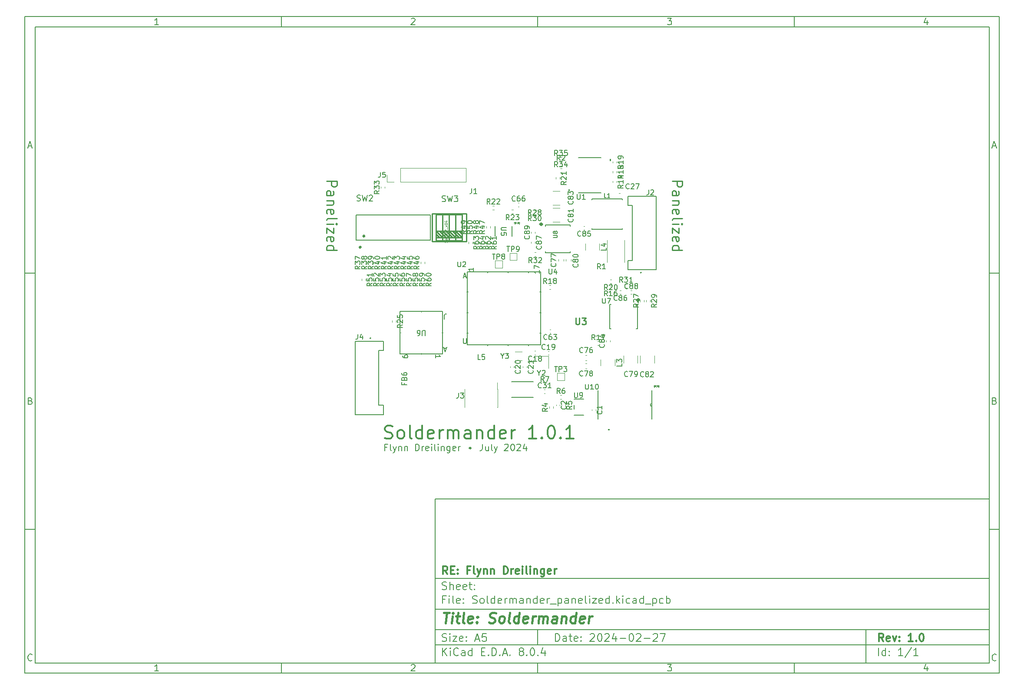
<source format=gbr>
%TF.GenerationSoftware,KiCad,Pcbnew,8.0.4*%
%TF.CreationDate,2024-07-26T20:24:48-07:00*%
%TF.ProjectId,Soldermander_panelized,536f6c64-6572-46d6-916e-6465725f7061,1.0*%
%TF.SameCoordinates,Original*%
%TF.FileFunction,Legend,Top*%
%TF.FilePolarity,Positive*%
%FSLAX46Y46*%
G04 Gerber Fmt 4.6, Leading zero omitted, Abs format (unit mm)*
G04 Created by KiCad (PCBNEW 8.0.4) date 2024-07-26 20:24:48*
%MOMM*%
%LPD*%
G01*
G04 APERTURE LIST*
%ADD10C,0.100000*%
%ADD11C,0.150000*%
%ADD12C,0.300000*%
%ADD13C,0.400000*%
%ADD14C,0.250000*%
%ADD15C,0.200000*%
%ADD16C,0.154432*%
%ADD17C,0.152000*%
%ADD18C,0.076000*%
%ADD19C,0.254000*%
%ADD20C,0.120000*%
%ADD21C,0.152400*%
%ADD22C,0.000000*%
%ADD23C,0.381000*%
%ADD24C,0.127000*%
%ADD25C,0.025400*%
%ADD26C,0.203200*%
G04 APERTURE END LIST*
D10*
D11*
X90007200Y-104005800D02*
X198007200Y-104005800D01*
X198007200Y-136005800D01*
X90007200Y-136005800D01*
X90007200Y-104005800D01*
D10*
D11*
X10000000Y-10000000D02*
X200007200Y-10000000D01*
X200007200Y-138005800D01*
X10000000Y-138005800D01*
X10000000Y-10000000D01*
D10*
D11*
X12000000Y-12000000D02*
X198007200Y-12000000D01*
X198007200Y-136005800D01*
X12000000Y-136005800D01*
X12000000Y-12000000D01*
D10*
D11*
X60000000Y-12000000D02*
X60000000Y-10000000D01*
D10*
D11*
X110000000Y-12000000D02*
X110000000Y-10000000D01*
D10*
D11*
X160000000Y-12000000D02*
X160000000Y-10000000D01*
D10*
D11*
X36089160Y-11593604D02*
X35346303Y-11593604D01*
X35717731Y-11593604D02*
X35717731Y-10293604D01*
X35717731Y-10293604D02*
X35593922Y-10479319D01*
X35593922Y-10479319D02*
X35470112Y-10603128D01*
X35470112Y-10603128D02*
X35346303Y-10665033D01*
D10*
D11*
X85346303Y-10417414D02*
X85408207Y-10355509D01*
X85408207Y-10355509D02*
X85532017Y-10293604D01*
X85532017Y-10293604D02*
X85841541Y-10293604D01*
X85841541Y-10293604D02*
X85965350Y-10355509D01*
X85965350Y-10355509D02*
X86027255Y-10417414D01*
X86027255Y-10417414D02*
X86089160Y-10541223D01*
X86089160Y-10541223D02*
X86089160Y-10665033D01*
X86089160Y-10665033D02*
X86027255Y-10850747D01*
X86027255Y-10850747D02*
X85284398Y-11593604D01*
X85284398Y-11593604D02*
X86089160Y-11593604D01*
D10*
D11*
X135284398Y-10293604D02*
X136089160Y-10293604D01*
X136089160Y-10293604D02*
X135655826Y-10788842D01*
X135655826Y-10788842D02*
X135841541Y-10788842D01*
X135841541Y-10788842D02*
X135965350Y-10850747D01*
X135965350Y-10850747D02*
X136027255Y-10912652D01*
X136027255Y-10912652D02*
X136089160Y-11036461D01*
X136089160Y-11036461D02*
X136089160Y-11345985D01*
X136089160Y-11345985D02*
X136027255Y-11469795D01*
X136027255Y-11469795D02*
X135965350Y-11531700D01*
X135965350Y-11531700D02*
X135841541Y-11593604D01*
X135841541Y-11593604D02*
X135470112Y-11593604D01*
X135470112Y-11593604D02*
X135346303Y-11531700D01*
X135346303Y-11531700D02*
X135284398Y-11469795D01*
D10*
D11*
X185965350Y-10726938D02*
X185965350Y-11593604D01*
X185655826Y-10231700D02*
X185346303Y-11160271D01*
X185346303Y-11160271D02*
X186151064Y-11160271D01*
D10*
D11*
X60000000Y-136005800D02*
X60000000Y-138005800D01*
D10*
D11*
X110000000Y-136005800D02*
X110000000Y-138005800D01*
D10*
D11*
X160000000Y-136005800D02*
X160000000Y-138005800D01*
D10*
D11*
X36089160Y-137599404D02*
X35346303Y-137599404D01*
X35717731Y-137599404D02*
X35717731Y-136299404D01*
X35717731Y-136299404D02*
X35593922Y-136485119D01*
X35593922Y-136485119D02*
X35470112Y-136608928D01*
X35470112Y-136608928D02*
X35346303Y-136670833D01*
D10*
D11*
X85346303Y-136423214D02*
X85408207Y-136361309D01*
X85408207Y-136361309D02*
X85532017Y-136299404D01*
X85532017Y-136299404D02*
X85841541Y-136299404D01*
X85841541Y-136299404D02*
X85965350Y-136361309D01*
X85965350Y-136361309D02*
X86027255Y-136423214D01*
X86027255Y-136423214D02*
X86089160Y-136547023D01*
X86089160Y-136547023D02*
X86089160Y-136670833D01*
X86089160Y-136670833D02*
X86027255Y-136856547D01*
X86027255Y-136856547D02*
X85284398Y-137599404D01*
X85284398Y-137599404D02*
X86089160Y-137599404D01*
D10*
D11*
X135284398Y-136299404D02*
X136089160Y-136299404D01*
X136089160Y-136299404D02*
X135655826Y-136794642D01*
X135655826Y-136794642D02*
X135841541Y-136794642D01*
X135841541Y-136794642D02*
X135965350Y-136856547D01*
X135965350Y-136856547D02*
X136027255Y-136918452D01*
X136027255Y-136918452D02*
X136089160Y-137042261D01*
X136089160Y-137042261D02*
X136089160Y-137351785D01*
X136089160Y-137351785D02*
X136027255Y-137475595D01*
X136027255Y-137475595D02*
X135965350Y-137537500D01*
X135965350Y-137537500D02*
X135841541Y-137599404D01*
X135841541Y-137599404D02*
X135470112Y-137599404D01*
X135470112Y-137599404D02*
X135346303Y-137537500D01*
X135346303Y-137537500D02*
X135284398Y-137475595D01*
D10*
D11*
X185965350Y-136732738D02*
X185965350Y-137599404D01*
X185655826Y-136237500D02*
X185346303Y-137166071D01*
X185346303Y-137166071D02*
X186151064Y-137166071D01*
D10*
D11*
X10000000Y-60000000D02*
X12000000Y-60000000D01*
D10*
D11*
X10000000Y-110000000D02*
X12000000Y-110000000D01*
D10*
D11*
X10690476Y-35222176D02*
X11309523Y-35222176D01*
X10566666Y-35593604D02*
X10999999Y-34293604D01*
X10999999Y-34293604D02*
X11433333Y-35593604D01*
D10*
D11*
X11092857Y-84912652D02*
X11278571Y-84974557D01*
X11278571Y-84974557D02*
X11340476Y-85036461D01*
X11340476Y-85036461D02*
X11402380Y-85160271D01*
X11402380Y-85160271D02*
X11402380Y-85345985D01*
X11402380Y-85345985D02*
X11340476Y-85469795D01*
X11340476Y-85469795D02*
X11278571Y-85531700D01*
X11278571Y-85531700D02*
X11154761Y-85593604D01*
X11154761Y-85593604D02*
X10659523Y-85593604D01*
X10659523Y-85593604D02*
X10659523Y-84293604D01*
X10659523Y-84293604D02*
X11092857Y-84293604D01*
X11092857Y-84293604D02*
X11216666Y-84355509D01*
X11216666Y-84355509D02*
X11278571Y-84417414D01*
X11278571Y-84417414D02*
X11340476Y-84541223D01*
X11340476Y-84541223D02*
X11340476Y-84665033D01*
X11340476Y-84665033D02*
X11278571Y-84788842D01*
X11278571Y-84788842D02*
X11216666Y-84850747D01*
X11216666Y-84850747D02*
X11092857Y-84912652D01*
X11092857Y-84912652D02*
X10659523Y-84912652D01*
D10*
D11*
X11402380Y-135469795D02*
X11340476Y-135531700D01*
X11340476Y-135531700D02*
X11154761Y-135593604D01*
X11154761Y-135593604D02*
X11030952Y-135593604D01*
X11030952Y-135593604D02*
X10845238Y-135531700D01*
X10845238Y-135531700D02*
X10721428Y-135407890D01*
X10721428Y-135407890D02*
X10659523Y-135284080D01*
X10659523Y-135284080D02*
X10597619Y-135036461D01*
X10597619Y-135036461D02*
X10597619Y-134850747D01*
X10597619Y-134850747D02*
X10659523Y-134603128D01*
X10659523Y-134603128D02*
X10721428Y-134479319D01*
X10721428Y-134479319D02*
X10845238Y-134355509D01*
X10845238Y-134355509D02*
X11030952Y-134293604D01*
X11030952Y-134293604D02*
X11154761Y-134293604D01*
X11154761Y-134293604D02*
X11340476Y-134355509D01*
X11340476Y-134355509D02*
X11402380Y-134417414D01*
D10*
D11*
X200007200Y-60000000D02*
X198007200Y-60000000D01*
D10*
D11*
X200007200Y-110000000D02*
X198007200Y-110000000D01*
D10*
D11*
X198697676Y-35222176D02*
X199316723Y-35222176D01*
X198573866Y-35593604D02*
X199007199Y-34293604D01*
X199007199Y-34293604D02*
X199440533Y-35593604D01*
D10*
D11*
X199100057Y-84912652D02*
X199285771Y-84974557D01*
X199285771Y-84974557D02*
X199347676Y-85036461D01*
X199347676Y-85036461D02*
X199409580Y-85160271D01*
X199409580Y-85160271D02*
X199409580Y-85345985D01*
X199409580Y-85345985D02*
X199347676Y-85469795D01*
X199347676Y-85469795D02*
X199285771Y-85531700D01*
X199285771Y-85531700D02*
X199161961Y-85593604D01*
X199161961Y-85593604D02*
X198666723Y-85593604D01*
X198666723Y-85593604D02*
X198666723Y-84293604D01*
X198666723Y-84293604D02*
X199100057Y-84293604D01*
X199100057Y-84293604D02*
X199223866Y-84355509D01*
X199223866Y-84355509D02*
X199285771Y-84417414D01*
X199285771Y-84417414D02*
X199347676Y-84541223D01*
X199347676Y-84541223D02*
X199347676Y-84665033D01*
X199347676Y-84665033D02*
X199285771Y-84788842D01*
X199285771Y-84788842D02*
X199223866Y-84850747D01*
X199223866Y-84850747D02*
X199100057Y-84912652D01*
X199100057Y-84912652D02*
X198666723Y-84912652D01*
D10*
D11*
X199409580Y-135469795D02*
X199347676Y-135531700D01*
X199347676Y-135531700D02*
X199161961Y-135593604D01*
X199161961Y-135593604D02*
X199038152Y-135593604D01*
X199038152Y-135593604D02*
X198852438Y-135531700D01*
X198852438Y-135531700D02*
X198728628Y-135407890D01*
X198728628Y-135407890D02*
X198666723Y-135284080D01*
X198666723Y-135284080D02*
X198604819Y-135036461D01*
X198604819Y-135036461D02*
X198604819Y-134850747D01*
X198604819Y-134850747D02*
X198666723Y-134603128D01*
X198666723Y-134603128D02*
X198728628Y-134479319D01*
X198728628Y-134479319D02*
X198852438Y-134355509D01*
X198852438Y-134355509D02*
X199038152Y-134293604D01*
X199038152Y-134293604D02*
X199161961Y-134293604D01*
X199161961Y-134293604D02*
X199347676Y-134355509D01*
X199347676Y-134355509D02*
X199409580Y-134417414D01*
D10*
D11*
X113463026Y-131791928D02*
X113463026Y-130291928D01*
X113463026Y-130291928D02*
X113820169Y-130291928D01*
X113820169Y-130291928D02*
X114034455Y-130363357D01*
X114034455Y-130363357D02*
X114177312Y-130506214D01*
X114177312Y-130506214D02*
X114248741Y-130649071D01*
X114248741Y-130649071D02*
X114320169Y-130934785D01*
X114320169Y-130934785D02*
X114320169Y-131149071D01*
X114320169Y-131149071D02*
X114248741Y-131434785D01*
X114248741Y-131434785D02*
X114177312Y-131577642D01*
X114177312Y-131577642D02*
X114034455Y-131720500D01*
X114034455Y-131720500D02*
X113820169Y-131791928D01*
X113820169Y-131791928D02*
X113463026Y-131791928D01*
X115605884Y-131791928D02*
X115605884Y-131006214D01*
X115605884Y-131006214D02*
X115534455Y-130863357D01*
X115534455Y-130863357D02*
X115391598Y-130791928D01*
X115391598Y-130791928D02*
X115105884Y-130791928D01*
X115105884Y-130791928D02*
X114963026Y-130863357D01*
X115605884Y-131720500D02*
X115463026Y-131791928D01*
X115463026Y-131791928D02*
X115105884Y-131791928D01*
X115105884Y-131791928D02*
X114963026Y-131720500D01*
X114963026Y-131720500D02*
X114891598Y-131577642D01*
X114891598Y-131577642D02*
X114891598Y-131434785D01*
X114891598Y-131434785D02*
X114963026Y-131291928D01*
X114963026Y-131291928D02*
X115105884Y-131220500D01*
X115105884Y-131220500D02*
X115463026Y-131220500D01*
X115463026Y-131220500D02*
X115605884Y-131149071D01*
X116105884Y-130791928D02*
X116677312Y-130791928D01*
X116320169Y-130291928D02*
X116320169Y-131577642D01*
X116320169Y-131577642D02*
X116391598Y-131720500D01*
X116391598Y-131720500D02*
X116534455Y-131791928D01*
X116534455Y-131791928D02*
X116677312Y-131791928D01*
X117748741Y-131720500D02*
X117605884Y-131791928D01*
X117605884Y-131791928D02*
X117320170Y-131791928D01*
X117320170Y-131791928D02*
X117177312Y-131720500D01*
X117177312Y-131720500D02*
X117105884Y-131577642D01*
X117105884Y-131577642D02*
X117105884Y-131006214D01*
X117105884Y-131006214D02*
X117177312Y-130863357D01*
X117177312Y-130863357D02*
X117320170Y-130791928D01*
X117320170Y-130791928D02*
X117605884Y-130791928D01*
X117605884Y-130791928D02*
X117748741Y-130863357D01*
X117748741Y-130863357D02*
X117820170Y-131006214D01*
X117820170Y-131006214D02*
X117820170Y-131149071D01*
X117820170Y-131149071D02*
X117105884Y-131291928D01*
X118463026Y-131649071D02*
X118534455Y-131720500D01*
X118534455Y-131720500D02*
X118463026Y-131791928D01*
X118463026Y-131791928D02*
X118391598Y-131720500D01*
X118391598Y-131720500D02*
X118463026Y-131649071D01*
X118463026Y-131649071D02*
X118463026Y-131791928D01*
X118463026Y-130863357D02*
X118534455Y-130934785D01*
X118534455Y-130934785D02*
X118463026Y-131006214D01*
X118463026Y-131006214D02*
X118391598Y-130934785D01*
X118391598Y-130934785D02*
X118463026Y-130863357D01*
X118463026Y-130863357D02*
X118463026Y-131006214D01*
X120248741Y-130434785D02*
X120320169Y-130363357D01*
X120320169Y-130363357D02*
X120463027Y-130291928D01*
X120463027Y-130291928D02*
X120820169Y-130291928D01*
X120820169Y-130291928D02*
X120963027Y-130363357D01*
X120963027Y-130363357D02*
X121034455Y-130434785D01*
X121034455Y-130434785D02*
X121105884Y-130577642D01*
X121105884Y-130577642D02*
X121105884Y-130720500D01*
X121105884Y-130720500D02*
X121034455Y-130934785D01*
X121034455Y-130934785D02*
X120177312Y-131791928D01*
X120177312Y-131791928D02*
X121105884Y-131791928D01*
X122034455Y-130291928D02*
X122177312Y-130291928D01*
X122177312Y-130291928D02*
X122320169Y-130363357D01*
X122320169Y-130363357D02*
X122391598Y-130434785D01*
X122391598Y-130434785D02*
X122463026Y-130577642D01*
X122463026Y-130577642D02*
X122534455Y-130863357D01*
X122534455Y-130863357D02*
X122534455Y-131220500D01*
X122534455Y-131220500D02*
X122463026Y-131506214D01*
X122463026Y-131506214D02*
X122391598Y-131649071D01*
X122391598Y-131649071D02*
X122320169Y-131720500D01*
X122320169Y-131720500D02*
X122177312Y-131791928D01*
X122177312Y-131791928D02*
X122034455Y-131791928D01*
X122034455Y-131791928D02*
X121891598Y-131720500D01*
X121891598Y-131720500D02*
X121820169Y-131649071D01*
X121820169Y-131649071D02*
X121748740Y-131506214D01*
X121748740Y-131506214D02*
X121677312Y-131220500D01*
X121677312Y-131220500D02*
X121677312Y-130863357D01*
X121677312Y-130863357D02*
X121748740Y-130577642D01*
X121748740Y-130577642D02*
X121820169Y-130434785D01*
X121820169Y-130434785D02*
X121891598Y-130363357D01*
X121891598Y-130363357D02*
X122034455Y-130291928D01*
X123105883Y-130434785D02*
X123177311Y-130363357D01*
X123177311Y-130363357D02*
X123320169Y-130291928D01*
X123320169Y-130291928D02*
X123677311Y-130291928D01*
X123677311Y-130291928D02*
X123820169Y-130363357D01*
X123820169Y-130363357D02*
X123891597Y-130434785D01*
X123891597Y-130434785D02*
X123963026Y-130577642D01*
X123963026Y-130577642D02*
X123963026Y-130720500D01*
X123963026Y-130720500D02*
X123891597Y-130934785D01*
X123891597Y-130934785D02*
X123034454Y-131791928D01*
X123034454Y-131791928D02*
X123963026Y-131791928D01*
X125248740Y-130791928D02*
X125248740Y-131791928D01*
X124891597Y-130220500D02*
X124534454Y-131291928D01*
X124534454Y-131291928D02*
X125463025Y-131291928D01*
X126034453Y-131220500D02*
X127177311Y-131220500D01*
X128177311Y-130291928D02*
X128320168Y-130291928D01*
X128320168Y-130291928D02*
X128463025Y-130363357D01*
X128463025Y-130363357D02*
X128534454Y-130434785D01*
X128534454Y-130434785D02*
X128605882Y-130577642D01*
X128605882Y-130577642D02*
X128677311Y-130863357D01*
X128677311Y-130863357D02*
X128677311Y-131220500D01*
X128677311Y-131220500D02*
X128605882Y-131506214D01*
X128605882Y-131506214D02*
X128534454Y-131649071D01*
X128534454Y-131649071D02*
X128463025Y-131720500D01*
X128463025Y-131720500D02*
X128320168Y-131791928D01*
X128320168Y-131791928D02*
X128177311Y-131791928D01*
X128177311Y-131791928D02*
X128034454Y-131720500D01*
X128034454Y-131720500D02*
X127963025Y-131649071D01*
X127963025Y-131649071D02*
X127891596Y-131506214D01*
X127891596Y-131506214D02*
X127820168Y-131220500D01*
X127820168Y-131220500D02*
X127820168Y-130863357D01*
X127820168Y-130863357D02*
X127891596Y-130577642D01*
X127891596Y-130577642D02*
X127963025Y-130434785D01*
X127963025Y-130434785D02*
X128034454Y-130363357D01*
X128034454Y-130363357D02*
X128177311Y-130291928D01*
X129248739Y-130434785D02*
X129320167Y-130363357D01*
X129320167Y-130363357D02*
X129463025Y-130291928D01*
X129463025Y-130291928D02*
X129820167Y-130291928D01*
X129820167Y-130291928D02*
X129963025Y-130363357D01*
X129963025Y-130363357D02*
X130034453Y-130434785D01*
X130034453Y-130434785D02*
X130105882Y-130577642D01*
X130105882Y-130577642D02*
X130105882Y-130720500D01*
X130105882Y-130720500D02*
X130034453Y-130934785D01*
X130034453Y-130934785D02*
X129177310Y-131791928D01*
X129177310Y-131791928D02*
X130105882Y-131791928D01*
X130748738Y-131220500D02*
X131891596Y-131220500D01*
X132534453Y-130434785D02*
X132605881Y-130363357D01*
X132605881Y-130363357D02*
X132748739Y-130291928D01*
X132748739Y-130291928D02*
X133105881Y-130291928D01*
X133105881Y-130291928D02*
X133248739Y-130363357D01*
X133248739Y-130363357D02*
X133320167Y-130434785D01*
X133320167Y-130434785D02*
X133391596Y-130577642D01*
X133391596Y-130577642D02*
X133391596Y-130720500D01*
X133391596Y-130720500D02*
X133320167Y-130934785D01*
X133320167Y-130934785D02*
X132463024Y-131791928D01*
X132463024Y-131791928D02*
X133391596Y-131791928D01*
X133891595Y-130291928D02*
X134891595Y-130291928D01*
X134891595Y-130291928D02*
X134248738Y-131791928D01*
D10*
D11*
X90007200Y-132505800D02*
X198007200Y-132505800D01*
D10*
D11*
X91463026Y-134591928D02*
X91463026Y-133091928D01*
X92320169Y-134591928D02*
X91677312Y-133734785D01*
X92320169Y-133091928D02*
X91463026Y-133949071D01*
X92963026Y-134591928D02*
X92963026Y-133591928D01*
X92963026Y-133091928D02*
X92891598Y-133163357D01*
X92891598Y-133163357D02*
X92963026Y-133234785D01*
X92963026Y-133234785D02*
X93034455Y-133163357D01*
X93034455Y-133163357D02*
X92963026Y-133091928D01*
X92963026Y-133091928D02*
X92963026Y-133234785D01*
X94534455Y-134449071D02*
X94463027Y-134520500D01*
X94463027Y-134520500D02*
X94248741Y-134591928D01*
X94248741Y-134591928D02*
X94105884Y-134591928D01*
X94105884Y-134591928D02*
X93891598Y-134520500D01*
X93891598Y-134520500D02*
X93748741Y-134377642D01*
X93748741Y-134377642D02*
X93677312Y-134234785D01*
X93677312Y-134234785D02*
X93605884Y-133949071D01*
X93605884Y-133949071D02*
X93605884Y-133734785D01*
X93605884Y-133734785D02*
X93677312Y-133449071D01*
X93677312Y-133449071D02*
X93748741Y-133306214D01*
X93748741Y-133306214D02*
X93891598Y-133163357D01*
X93891598Y-133163357D02*
X94105884Y-133091928D01*
X94105884Y-133091928D02*
X94248741Y-133091928D01*
X94248741Y-133091928D02*
X94463027Y-133163357D01*
X94463027Y-133163357D02*
X94534455Y-133234785D01*
X95820170Y-134591928D02*
X95820170Y-133806214D01*
X95820170Y-133806214D02*
X95748741Y-133663357D01*
X95748741Y-133663357D02*
X95605884Y-133591928D01*
X95605884Y-133591928D02*
X95320170Y-133591928D01*
X95320170Y-133591928D02*
X95177312Y-133663357D01*
X95820170Y-134520500D02*
X95677312Y-134591928D01*
X95677312Y-134591928D02*
X95320170Y-134591928D01*
X95320170Y-134591928D02*
X95177312Y-134520500D01*
X95177312Y-134520500D02*
X95105884Y-134377642D01*
X95105884Y-134377642D02*
X95105884Y-134234785D01*
X95105884Y-134234785D02*
X95177312Y-134091928D01*
X95177312Y-134091928D02*
X95320170Y-134020500D01*
X95320170Y-134020500D02*
X95677312Y-134020500D01*
X95677312Y-134020500D02*
X95820170Y-133949071D01*
X97177313Y-134591928D02*
X97177313Y-133091928D01*
X97177313Y-134520500D02*
X97034455Y-134591928D01*
X97034455Y-134591928D02*
X96748741Y-134591928D01*
X96748741Y-134591928D02*
X96605884Y-134520500D01*
X96605884Y-134520500D02*
X96534455Y-134449071D01*
X96534455Y-134449071D02*
X96463027Y-134306214D01*
X96463027Y-134306214D02*
X96463027Y-133877642D01*
X96463027Y-133877642D02*
X96534455Y-133734785D01*
X96534455Y-133734785D02*
X96605884Y-133663357D01*
X96605884Y-133663357D02*
X96748741Y-133591928D01*
X96748741Y-133591928D02*
X97034455Y-133591928D01*
X97034455Y-133591928D02*
X97177313Y-133663357D01*
X99034455Y-133806214D02*
X99534455Y-133806214D01*
X99748741Y-134591928D02*
X99034455Y-134591928D01*
X99034455Y-134591928D02*
X99034455Y-133091928D01*
X99034455Y-133091928D02*
X99748741Y-133091928D01*
X100391598Y-134449071D02*
X100463027Y-134520500D01*
X100463027Y-134520500D02*
X100391598Y-134591928D01*
X100391598Y-134591928D02*
X100320170Y-134520500D01*
X100320170Y-134520500D02*
X100391598Y-134449071D01*
X100391598Y-134449071D02*
X100391598Y-134591928D01*
X101105884Y-134591928D02*
X101105884Y-133091928D01*
X101105884Y-133091928D02*
X101463027Y-133091928D01*
X101463027Y-133091928D02*
X101677313Y-133163357D01*
X101677313Y-133163357D02*
X101820170Y-133306214D01*
X101820170Y-133306214D02*
X101891599Y-133449071D01*
X101891599Y-133449071D02*
X101963027Y-133734785D01*
X101963027Y-133734785D02*
X101963027Y-133949071D01*
X101963027Y-133949071D02*
X101891599Y-134234785D01*
X101891599Y-134234785D02*
X101820170Y-134377642D01*
X101820170Y-134377642D02*
X101677313Y-134520500D01*
X101677313Y-134520500D02*
X101463027Y-134591928D01*
X101463027Y-134591928D02*
X101105884Y-134591928D01*
X102605884Y-134449071D02*
X102677313Y-134520500D01*
X102677313Y-134520500D02*
X102605884Y-134591928D01*
X102605884Y-134591928D02*
X102534456Y-134520500D01*
X102534456Y-134520500D02*
X102605884Y-134449071D01*
X102605884Y-134449071D02*
X102605884Y-134591928D01*
X103248742Y-134163357D02*
X103963028Y-134163357D01*
X103105885Y-134591928D02*
X103605885Y-133091928D01*
X103605885Y-133091928D02*
X104105885Y-134591928D01*
X104605884Y-134449071D02*
X104677313Y-134520500D01*
X104677313Y-134520500D02*
X104605884Y-134591928D01*
X104605884Y-134591928D02*
X104534456Y-134520500D01*
X104534456Y-134520500D02*
X104605884Y-134449071D01*
X104605884Y-134449071D02*
X104605884Y-134591928D01*
X106677313Y-133734785D02*
X106534456Y-133663357D01*
X106534456Y-133663357D02*
X106463027Y-133591928D01*
X106463027Y-133591928D02*
X106391599Y-133449071D01*
X106391599Y-133449071D02*
X106391599Y-133377642D01*
X106391599Y-133377642D02*
X106463027Y-133234785D01*
X106463027Y-133234785D02*
X106534456Y-133163357D01*
X106534456Y-133163357D02*
X106677313Y-133091928D01*
X106677313Y-133091928D02*
X106963027Y-133091928D01*
X106963027Y-133091928D02*
X107105885Y-133163357D01*
X107105885Y-133163357D02*
X107177313Y-133234785D01*
X107177313Y-133234785D02*
X107248742Y-133377642D01*
X107248742Y-133377642D02*
X107248742Y-133449071D01*
X107248742Y-133449071D02*
X107177313Y-133591928D01*
X107177313Y-133591928D02*
X107105885Y-133663357D01*
X107105885Y-133663357D02*
X106963027Y-133734785D01*
X106963027Y-133734785D02*
X106677313Y-133734785D01*
X106677313Y-133734785D02*
X106534456Y-133806214D01*
X106534456Y-133806214D02*
X106463027Y-133877642D01*
X106463027Y-133877642D02*
X106391599Y-134020500D01*
X106391599Y-134020500D02*
X106391599Y-134306214D01*
X106391599Y-134306214D02*
X106463027Y-134449071D01*
X106463027Y-134449071D02*
X106534456Y-134520500D01*
X106534456Y-134520500D02*
X106677313Y-134591928D01*
X106677313Y-134591928D02*
X106963027Y-134591928D01*
X106963027Y-134591928D02*
X107105885Y-134520500D01*
X107105885Y-134520500D02*
X107177313Y-134449071D01*
X107177313Y-134449071D02*
X107248742Y-134306214D01*
X107248742Y-134306214D02*
X107248742Y-134020500D01*
X107248742Y-134020500D02*
X107177313Y-133877642D01*
X107177313Y-133877642D02*
X107105885Y-133806214D01*
X107105885Y-133806214D02*
X106963027Y-133734785D01*
X107891598Y-134449071D02*
X107963027Y-134520500D01*
X107963027Y-134520500D02*
X107891598Y-134591928D01*
X107891598Y-134591928D02*
X107820170Y-134520500D01*
X107820170Y-134520500D02*
X107891598Y-134449071D01*
X107891598Y-134449071D02*
X107891598Y-134591928D01*
X108891599Y-133091928D02*
X109034456Y-133091928D01*
X109034456Y-133091928D02*
X109177313Y-133163357D01*
X109177313Y-133163357D02*
X109248742Y-133234785D01*
X109248742Y-133234785D02*
X109320170Y-133377642D01*
X109320170Y-133377642D02*
X109391599Y-133663357D01*
X109391599Y-133663357D02*
X109391599Y-134020500D01*
X109391599Y-134020500D02*
X109320170Y-134306214D01*
X109320170Y-134306214D02*
X109248742Y-134449071D01*
X109248742Y-134449071D02*
X109177313Y-134520500D01*
X109177313Y-134520500D02*
X109034456Y-134591928D01*
X109034456Y-134591928D02*
X108891599Y-134591928D01*
X108891599Y-134591928D02*
X108748742Y-134520500D01*
X108748742Y-134520500D02*
X108677313Y-134449071D01*
X108677313Y-134449071D02*
X108605884Y-134306214D01*
X108605884Y-134306214D02*
X108534456Y-134020500D01*
X108534456Y-134020500D02*
X108534456Y-133663357D01*
X108534456Y-133663357D02*
X108605884Y-133377642D01*
X108605884Y-133377642D02*
X108677313Y-133234785D01*
X108677313Y-133234785D02*
X108748742Y-133163357D01*
X108748742Y-133163357D02*
X108891599Y-133091928D01*
X110034455Y-134449071D02*
X110105884Y-134520500D01*
X110105884Y-134520500D02*
X110034455Y-134591928D01*
X110034455Y-134591928D02*
X109963027Y-134520500D01*
X109963027Y-134520500D02*
X110034455Y-134449071D01*
X110034455Y-134449071D02*
X110034455Y-134591928D01*
X111391599Y-133591928D02*
X111391599Y-134591928D01*
X111034456Y-133020500D02*
X110677313Y-134091928D01*
X110677313Y-134091928D02*
X111605884Y-134091928D01*
D10*
D11*
X90007200Y-129505800D02*
X198007200Y-129505800D01*
D10*
D12*
X177418853Y-131784128D02*
X176918853Y-131069842D01*
X176561710Y-131784128D02*
X176561710Y-130284128D01*
X176561710Y-130284128D02*
X177133139Y-130284128D01*
X177133139Y-130284128D02*
X177275996Y-130355557D01*
X177275996Y-130355557D02*
X177347425Y-130426985D01*
X177347425Y-130426985D02*
X177418853Y-130569842D01*
X177418853Y-130569842D02*
X177418853Y-130784128D01*
X177418853Y-130784128D02*
X177347425Y-130926985D01*
X177347425Y-130926985D02*
X177275996Y-130998414D01*
X177275996Y-130998414D02*
X177133139Y-131069842D01*
X177133139Y-131069842D02*
X176561710Y-131069842D01*
X178633139Y-131712700D02*
X178490282Y-131784128D01*
X178490282Y-131784128D02*
X178204568Y-131784128D01*
X178204568Y-131784128D02*
X178061710Y-131712700D01*
X178061710Y-131712700D02*
X177990282Y-131569842D01*
X177990282Y-131569842D02*
X177990282Y-130998414D01*
X177990282Y-130998414D02*
X178061710Y-130855557D01*
X178061710Y-130855557D02*
X178204568Y-130784128D01*
X178204568Y-130784128D02*
X178490282Y-130784128D01*
X178490282Y-130784128D02*
X178633139Y-130855557D01*
X178633139Y-130855557D02*
X178704568Y-130998414D01*
X178704568Y-130998414D02*
X178704568Y-131141271D01*
X178704568Y-131141271D02*
X177990282Y-131284128D01*
X179204567Y-130784128D02*
X179561710Y-131784128D01*
X179561710Y-131784128D02*
X179918853Y-130784128D01*
X180490281Y-131641271D02*
X180561710Y-131712700D01*
X180561710Y-131712700D02*
X180490281Y-131784128D01*
X180490281Y-131784128D02*
X180418853Y-131712700D01*
X180418853Y-131712700D02*
X180490281Y-131641271D01*
X180490281Y-131641271D02*
X180490281Y-131784128D01*
X180490281Y-130855557D02*
X180561710Y-130926985D01*
X180561710Y-130926985D02*
X180490281Y-130998414D01*
X180490281Y-130998414D02*
X180418853Y-130926985D01*
X180418853Y-130926985D02*
X180490281Y-130855557D01*
X180490281Y-130855557D02*
X180490281Y-130998414D01*
X183133139Y-131784128D02*
X182275996Y-131784128D01*
X182704567Y-131784128D02*
X182704567Y-130284128D01*
X182704567Y-130284128D02*
X182561710Y-130498414D01*
X182561710Y-130498414D02*
X182418853Y-130641271D01*
X182418853Y-130641271D02*
X182275996Y-130712700D01*
X183775995Y-131641271D02*
X183847424Y-131712700D01*
X183847424Y-131712700D02*
X183775995Y-131784128D01*
X183775995Y-131784128D02*
X183704567Y-131712700D01*
X183704567Y-131712700D02*
X183775995Y-131641271D01*
X183775995Y-131641271D02*
X183775995Y-131784128D01*
X184775996Y-130284128D02*
X184918853Y-130284128D01*
X184918853Y-130284128D02*
X185061710Y-130355557D01*
X185061710Y-130355557D02*
X185133139Y-130426985D01*
X185133139Y-130426985D02*
X185204567Y-130569842D01*
X185204567Y-130569842D02*
X185275996Y-130855557D01*
X185275996Y-130855557D02*
X185275996Y-131212700D01*
X185275996Y-131212700D02*
X185204567Y-131498414D01*
X185204567Y-131498414D02*
X185133139Y-131641271D01*
X185133139Y-131641271D02*
X185061710Y-131712700D01*
X185061710Y-131712700D02*
X184918853Y-131784128D01*
X184918853Y-131784128D02*
X184775996Y-131784128D01*
X184775996Y-131784128D02*
X184633139Y-131712700D01*
X184633139Y-131712700D02*
X184561710Y-131641271D01*
X184561710Y-131641271D02*
X184490281Y-131498414D01*
X184490281Y-131498414D02*
X184418853Y-131212700D01*
X184418853Y-131212700D02*
X184418853Y-130855557D01*
X184418853Y-130855557D02*
X184490281Y-130569842D01*
X184490281Y-130569842D02*
X184561710Y-130426985D01*
X184561710Y-130426985D02*
X184633139Y-130355557D01*
X184633139Y-130355557D02*
X184775996Y-130284128D01*
D10*
D11*
X91391598Y-131720500D02*
X91605884Y-131791928D01*
X91605884Y-131791928D02*
X91963026Y-131791928D01*
X91963026Y-131791928D02*
X92105884Y-131720500D01*
X92105884Y-131720500D02*
X92177312Y-131649071D01*
X92177312Y-131649071D02*
X92248741Y-131506214D01*
X92248741Y-131506214D02*
X92248741Y-131363357D01*
X92248741Y-131363357D02*
X92177312Y-131220500D01*
X92177312Y-131220500D02*
X92105884Y-131149071D01*
X92105884Y-131149071D02*
X91963026Y-131077642D01*
X91963026Y-131077642D02*
X91677312Y-131006214D01*
X91677312Y-131006214D02*
X91534455Y-130934785D01*
X91534455Y-130934785D02*
X91463026Y-130863357D01*
X91463026Y-130863357D02*
X91391598Y-130720500D01*
X91391598Y-130720500D02*
X91391598Y-130577642D01*
X91391598Y-130577642D02*
X91463026Y-130434785D01*
X91463026Y-130434785D02*
X91534455Y-130363357D01*
X91534455Y-130363357D02*
X91677312Y-130291928D01*
X91677312Y-130291928D02*
X92034455Y-130291928D01*
X92034455Y-130291928D02*
X92248741Y-130363357D01*
X92891597Y-131791928D02*
X92891597Y-130791928D01*
X92891597Y-130291928D02*
X92820169Y-130363357D01*
X92820169Y-130363357D02*
X92891597Y-130434785D01*
X92891597Y-130434785D02*
X92963026Y-130363357D01*
X92963026Y-130363357D02*
X92891597Y-130291928D01*
X92891597Y-130291928D02*
X92891597Y-130434785D01*
X93463026Y-130791928D02*
X94248741Y-130791928D01*
X94248741Y-130791928D02*
X93463026Y-131791928D01*
X93463026Y-131791928D02*
X94248741Y-131791928D01*
X95391598Y-131720500D02*
X95248741Y-131791928D01*
X95248741Y-131791928D02*
X94963027Y-131791928D01*
X94963027Y-131791928D02*
X94820169Y-131720500D01*
X94820169Y-131720500D02*
X94748741Y-131577642D01*
X94748741Y-131577642D02*
X94748741Y-131006214D01*
X94748741Y-131006214D02*
X94820169Y-130863357D01*
X94820169Y-130863357D02*
X94963027Y-130791928D01*
X94963027Y-130791928D02*
X95248741Y-130791928D01*
X95248741Y-130791928D02*
X95391598Y-130863357D01*
X95391598Y-130863357D02*
X95463027Y-131006214D01*
X95463027Y-131006214D02*
X95463027Y-131149071D01*
X95463027Y-131149071D02*
X94748741Y-131291928D01*
X96105883Y-131649071D02*
X96177312Y-131720500D01*
X96177312Y-131720500D02*
X96105883Y-131791928D01*
X96105883Y-131791928D02*
X96034455Y-131720500D01*
X96034455Y-131720500D02*
X96105883Y-131649071D01*
X96105883Y-131649071D02*
X96105883Y-131791928D01*
X96105883Y-130863357D02*
X96177312Y-130934785D01*
X96177312Y-130934785D02*
X96105883Y-131006214D01*
X96105883Y-131006214D02*
X96034455Y-130934785D01*
X96034455Y-130934785D02*
X96105883Y-130863357D01*
X96105883Y-130863357D02*
X96105883Y-131006214D01*
X97891598Y-131363357D02*
X98605884Y-131363357D01*
X97748741Y-131791928D02*
X98248741Y-130291928D01*
X98248741Y-130291928D02*
X98748741Y-131791928D01*
X99963026Y-130291928D02*
X99248740Y-130291928D01*
X99248740Y-130291928D02*
X99177312Y-131006214D01*
X99177312Y-131006214D02*
X99248740Y-130934785D01*
X99248740Y-130934785D02*
X99391598Y-130863357D01*
X99391598Y-130863357D02*
X99748740Y-130863357D01*
X99748740Y-130863357D02*
X99891598Y-130934785D01*
X99891598Y-130934785D02*
X99963026Y-131006214D01*
X99963026Y-131006214D02*
X100034455Y-131149071D01*
X100034455Y-131149071D02*
X100034455Y-131506214D01*
X100034455Y-131506214D02*
X99963026Y-131649071D01*
X99963026Y-131649071D02*
X99891598Y-131720500D01*
X99891598Y-131720500D02*
X99748740Y-131791928D01*
X99748740Y-131791928D02*
X99391598Y-131791928D01*
X99391598Y-131791928D02*
X99248740Y-131720500D01*
X99248740Y-131720500D02*
X99177312Y-131649071D01*
D10*
D11*
X176463026Y-134591928D02*
X176463026Y-133091928D01*
X177820170Y-134591928D02*
X177820170Y-133091928D01*
X177820170Y-134520500D02*
X177677312Y-134591928D01*
X177677312Y-134591928D02*
X177391598Y-134591928D01*
X177391598Y-134591928D02*
X177248741Y-134520500D01*
X177248741Y-134520500D02*
X177177312Y-134449071D01*
X177177312Y-134449071D02*
X177105884Y-134306214D01*
X177105884Y-134306214D02*
X177105884Y-133877642D01*
X177105884Y-133877642D02*
X177177312Y-133734785D01*
X177177312Y-133734785D02*
X177248741Y-133663357D01*
X177248741Y-133663357D02*
X177391598Y-133591928D01*
X177391598Y-133591928D02*
X177677312Y-133591928D01*
X177677312Y-133591928D02*
X177820170Y-133663357D01*
X178534455Y-134449071D02*
X178605884Y-134520500D01*
X178605884Y-134520500D02*
X178534455Y-134591928D01*
X178534455Y-134591928D02*
X178463027Y-134520500D01*
X178463027Y-134520500D02*
X178534455Y-134449071D01*
X178534455Y-134449071D02*
X178534455Y-134591928D01*
X178534455Y-133663357D02*
X178605884Y-133734785D01*
X178605884Y-133734785D02*
X178534455Y-133806214D01*
X178534455Y-133806214D02*
X178463027Y-133734785D01*
X178463027Y-133734785D02*
X178534455Y-133663357D01*
X178534455Y-133663357D02*
X178534455Y-133806214D01*
X181177313Y-134591928D02*
X180320170Y-134591928D01*
X180748741Y-134591928D02*
X180748741Y-133091928D01*
X180748741Y-133091928D02*
X180605884Y-133306214D01*
X180605884Y-133306214D02*
X180463027Y-133449071D01*
X180463027Y-133449071D02*
X180320170Y-133520500D01*
X182891598Y-133020500D02*
X181605884Y-134949071D01*
X184177313Y-134591928D02*
X183320170Y-134591928D01*
X183748741Y-134591928D02*
X183748741Y-133091928D01*
X183748741Y-133091928D02*
X183605884Y-133306214D01*
X183605884Y-133306214D02*
X183463027Y-133449071D01*
X183463027Y-133449071D02*
X183320170Y-133520500D01*
D10*
D11*
X90007200Y-125505800D02*
X198007200Y-125505800D01*
D10*
D13*
X91698928Y-126210238D02*
X92841785Y-126210238D01*
X92020357Y-128210238D02*
X92270357Y-126210238D01*
X93258452Y-128210238D02*
X93425119Y-126876904D01*
X93508452Y-126210238D02*
X93401309Y-126305476D01*
X93401309Y-126305476D02*
X93484643Y-126400714D01*
X93484643Y-126400714D02*
X93591786Y-126305476D01*
X93591786Y-126305476D02*
X93508452Y-126210238D01*
X93508452Y-126210238D02*
X93484643Y-126400714D01*
X94091786Y-126876904D02*
X94853690Y-126876904D01*
X94460833Y-126210238D02*
X94246548Y-127924523D01*
X94246548Y-127924523D02*
X94317976Y-128115000D01*
X94317976Y-128115000D02*
X94496548Y-128210238D01*
X94496548Y-128210238D02*
X94687024Y-128210238D01*
X95639405Y-128210238D02*
X95460833Y-128115000D01*
X95460833Y-128115000D02*
X95389405Y-127924523D01*
X95389405Y-127924523D02*
X95603690Y-126210238D01*
X97175119Y-128115000D02*
X96972738Y-128210238D01*
X96972738Y-128210238D02*
X96591785Y-128210238D01*
X96591785Y-128210238D02*
X96413214Y-128115000D01*
X96413214Y-128115000D02*
X96341785Y-127924523D01*
X96341785Y-127924523D02*
X96437024Y-127162619D01*
X96437024Y-127162619D02*
X96556071Y-126972142D01*
X96556071Y-126972142D02*
X96758452Y-126876904D01*
X96758452Y-126876904D02*
X97139404Y-126876904D01*
X97139404Y-126876904D02*
X97317976Y-126972142D01*
X97317976Y-126972142D02*
X97389404Y-127162619D01*
X97389404Y-127162619D02*
X97365595Y-127353095D01*
X97365595Y-127353095D02*
X96389404Y-127543571D01*
X98139405Y-128019761D02*
X98222738Y-128115000D01*
X98222738Y-128115000D02*
X98115595Y-128210238D01*
X98115595Y-128210238D02*
X98032262Y-128115000D01*
X98032262Y-128115000D02*
X98139405Y-128019761D01*
X98139405Y-128019761D02*
X98115595Y-128210238D01*
X98270357Y-126972142D02*
X98353690Y-127067380D01*
X98353690Y-127067380D02*
X98246548Y-127162619D01*
X98246548Y-127162619D02*
X98163214Y-127067380D01*
X98163214Y-127067380D02*
X98270357Y-126972142D01*
X98270357Y-126972142D02*
X98246548Y-127162619D01*
X100508453Y-128115000D02*
X100782262Y-128210238D01*
X100782262Y-128210238D02*
X101258453Y-128210238D01*
X101258453Y-128210238D02*
X101460834Y-128115000D01*
X101460834Y-128115000D02*
X101567977Y-128019761D01*
X101567977Y-128019761D02*
X101687024Y-127829285D01*
X101687024Y-127829285D02*
X101710834Y-127638809D01*
X101710834Y-127638809D02*
X101639405Y-127448333D01*
X101639405Y-127448333D02*
X101556072Y-127353095D01*
X101556072Y-127353095D02*
X101377501Y-127257857D01*
X101377501Y-127257857D02*
X101008453Y-127162619D01*
X101008453Y-127162619D02*
X100829881Y-127067380D01*
X100829881Y-127067380D02*
X100746548Y-126972142D01*
X100746548Y-126972142D02*
X100675120Y-126781666D01*
X100675120Y-126781666D02*
X100698929Y-126591190D01*
X100698929Y-126591190D02*
X100817977Y-126400714D01*
X100817977Y-126400714D02*
X100925120Y-126305476D01*
X100925120Y-126305476D02*
X101127501Y-126210238D01*
X101127501Y-126210238D02*
X101603691Y-126210238D01*
X101603691Y-126210238D02*
X101877501Y-126305476D01*
X102782263Y-128210238D02*
X102603691Y-128115000D01*
X102603691Y-128115000D02*
X102520358Y-128019761D01*
X102520358Y-128019761D02*
X102448929Y-127829285D01*
X102448929Y-127829285D02*
X102520358Y-127257857D01*
X102520358Y-127257857D02*
X102639405Y-127067380D01*
X102639405Y-127067380D02*
X102746548Y-126972142D01*
X102746548Y-126972142D02*
X102948929Y-126876904D01*
X102948929Y-126876904D02*
X103234643Y-126876904D01*
X103234643Y-126876904D02*
X103413215Y-126972142D01*
X103413215Y-126972142D02*
X103496548Y-127067380D01*
X103496548Y-127067380D02*
X103567977Y-127257857D01*
X103567977Y-127257857D02*
X103496548Y-127829285D01*
X103496548Y-127829285D02*
X103377501Y-128019761D01*
X103377501Y-128019761D02*
X103270358Y-128115000D01*
X103270358Y-128115000D02*
X103067977Y-128210238D01*
X103067977Y-128210238D02*
X102782263Y-128210238D01*
X104591787Y-128210238D02*
X104413215Y-128115000D01*
X104413215Y-128115000D02*
X104341787Y-127924523D01*
X104341787Y-127924523D02*
X104556072Y-126210238D01*
X106210834Y-128210238D02*
X106460834Y-126210238D01*
X106222739Y-128115000D02*
X106020358Y-128210238D01*
X106020358Y-128210238D02*
X105639406Y-128210238D01*
X105639406Y-128210238D02*
X105460834Y-128115000D01*
X105460834Y-128115000D02*
X105377501Y-128019761D01*
X105377501Y-128019761D02*
X105306072Y-127829285D01*
X105306072Y-127829285D02*
X105377501Y-127257857D01*
X105377501Y-127257857D02*
X105496548Y-127067380D01*
X105496548Y-127067380D02*
X105603691Y-126972142D01*
X105603691Y-126972142D02*
X105806072Y-126876904D01*
X105806072Y-126876904D02*
X106187025Y-126876904D01*
X106187025Y-126876904D02*
X106365596Y-126972142D01*
X107937025Y-128115000D02*
X107734644Y-128210238D01*
X107734644Y-128210238D02*
X107353691Y-128210238D01*
X107353691Y-128210238D02*
X107175120Y-128115000D01*
X107175120Y-128115000D02*
X107103691Y-127924523D01*
X107103691Y-127924523D02*
X107198930Y-127162619D01*
X107198930Y-127162619D02*
X107317977Y-126972142D01*
X107317977Y-126972142D02*
X107520358Y-126876904D01*
X107520358Y-126876904D02*
X107901310Y-126876904D01*
X107901310Y-126876904D02*
X108079882Y-126972142D01*
X108079882Y-126972142D02*
X108151310Y-127162619D01*
X108151310Y-127162619D02*
X108127501Y-127353095D01*
X108127501Y-127353095D02*
X107151310Y-127543571D01*
X108877501Y-128210238D02*
X109044168Y-126876904D01*
X108996549Y-127257857D02*
X109115596Y-127067380D01*
X109115596Y-127067380D02*
X109222739Y-126972142D01*
X109222739Y-126972142D02*
X109425120Y-126876904D01*
X109425120Y-126876904D02*
X109615596Y-126876904D01*
X110115596Y-128210238D02*
X110282263Y-126876904D01*
X110258453Y-127067380D02*
X110365596Y-126972142D01*
X110365596Y-126972142D02*
X110567977Y-126876904D01*
X110567977Y-126876904D02*
X110853691Y-126876904D01*
X110853691Y-126876904D02*
X111032263Y-126972142D01*
X111032263Y-126972142D02*
X111103691Y-127162619D01*
X111103691Y-127162619D02*
X110972739Y-128210238D01*
X111103691Y-127162619D02*
X111222739Y-126972142D01*
X111222739Y-126972142D02*
X111425120Y-126876904D01*
X111425120Y-126876904D02*
X111710834Y-126876904D01*
X111710834Y-126876904D02*
X111889406Y-126972142D01*
X111889406Y-126972142D02*
X111960834Y-127162619D01*
X111960834Y-127162619D02*
X111829882Y-128210238D01*
X113639406Y-128210238D02*
X113770358Y-127162619D01*
X113770358Y-127162619D02*
X113698930Y-126972142D01*
X113698930Y-126972142D02*
X113520358Y-126876904D01*
X113520358Y-126876904D02*
X113139406Y-126876904D01*
X113139406Y-126876904D02*
X112937025Y-126972142D01*
X113651311Y-128115000D02*
X113448930Y-128210238D01*
X113448930Y-128210238D02*
X112972739Y-128210238D01*
X112972739Y-128210238D02*
X112794168Y-128115000D01*
X112794168Y-128115000D02*
X112722739Y-127924523D01*
X112722739Y-127924523D02*
X112746549Y-127734047D01*
X112746549Y-127734047D02*
X112865597Y-127543571D01*
X112865597Y-127543571D02*
X113067978Y-127448333D01*
X113067978Y-127448333D02*
X113544168Y-127448333D01*
X113544168Y-127448333D02*
X113746549Y-127353095D01*
X114758454Y-126876904D02*
X114591787Y-128210238D01*
X114734644Y-127067380D02*
X114841787Y-126972142D01*
X114841787Y-126972142D02*
X115044168Y-126876904D01*
X115044168Y-126876904D02*
X115329882Y-126876904D01*
X115329882Y-126876904D02*
X115508454Y-126972142D01*
X115508454Y-126972142D02*
X115579882Y-127162619D01*
X115579882Y-127162619D02*
X115448930Y-128210238D01*
X117258454Y-128210238D02*
X117508454Y-126210238D01*
X117270359Y-128115000D02*
X117067978Y-128210238D01*
X117067978Y-128210238D02*
X116687026Y-128210238D01*
X116687026Y-128210238D02*
X116508454Y-128115000D01*
X116508454Y-128115000D02*
X116425121Y-128019761D01*
X116425121Y-128019761D02*
X116353692Y-127829285D01*
X116353692Y-127829285D02*
X116425121Y-127257857D01*
X116425121Y-127257857D02*
X116544168Y-127067380D01*
X116544168Y-127067380D02*
X116651311Y-126972142D01*
X116651311Y-126972142D02*
X116853692Y-126876904D01*
X116853692Y-126876904D02*
X117234645Y-126876904D01*
X117234645Y-126876904D02*
X117413216Y-126972142D01*
X118984645Y-128115000D02*
X118782264Y-128210238D01*
X118782264Y-128210238D02*
X118401311Y-128210238D01*
X118401311Y-128210238D02*
X118222740Y-128115000D01*
X118222740Y-128115000D02*
X118151311Y-127924523D01*
X118151311Y-127924523D02*
X118246550Y-127162619D01*
X118246550Y-127162619D02*
X118365597Y-126972142D01*
X118365597Y-126972142D02*
X118567978Y-126876904D01*
X118567978Y-126876904D02*
X118948930Y-126876904D01*
X118948930Y-126876904D02*
X119127502Y-126972142D01*
X119127502Y-126972142D02*
X119198930Y-127162619D01*
X119198930Y-127162619D02*
X119175121Y-127353095D01*
X119175121Y-127353095D02*
X118198930Y-127543571D01*
X119925121Y-128210238D02*
X120091788Y-126876904D01*
X120044169Y-127257857D02*
X120163216Y-127067380D01*
X120163216Y-127067380D02*
X120270359Y-126972142D01*
X120270359Y-126972142D02*
X120472740Y-126876904D01*
X120472740Y-126876904D02*
X120663216Y-126876904D01*
D10*
D11*
X91963026Y-123606214D02*
X91463026Y-123606214D01*
X91463026Y-124391928D02*
X91463026Y-122891928D01*
X91463026Y-122891928D02*
X92177312Y-122891928D01*
X92748740Y-124391928D02*
X92748740Y-123391928D01*
X92748740Y-122891928D02*
X92677312Y-122963357D01*
X92677312Y-122963357D02*
X92748740Y-123034785D01*
X92748740Y-123034785D02*
X92820169Y-122963357D01*
X92820169Y-122963357D02*
X92748740Y-122891928D01*
X92748740Y-122891928D02*
X92748740Y-123034785D01*
X93677312Y-124391928D02*
X93534455Y-124320500D01*
X93534455Y-124320500D02*
X93463026Y-124177642D01*
X93463026Y-124177642D02*
X93463026Y-122891928D01*
X94820169Y-124320500D02*
X94677312Y-124391928D01*
X94677312Y-124391928D02*
X94391598Y-124391928D01*
X94391598Y-124391928D02*
X94248740Y-124320500D01*
X94248740Y-124320500D02*
X94177312Y-124177642D01*
X94177312Y-124177642D02*
X94177312Y-123606214D01*
X94177312Y-123606214D02*
X94248740Y-123463357D01*
X94248740Y-123463357D02*
X94391598Y-123391928D01*
X94391598Y-123391928D02*
X94677312Y-123391928D01*
X94677312Y-123391928D02*
X94820169Y-123463357D01*
X94820169Y-123463357D02*
X94891598Y-123606214D01*
X94891598Y-123606214D02*
X94891598Y-123749071D01*
X94891598Y-123749071D02*
X94177312Y-123891928D01*
X95534454Y-124249071D02*
X95605883Y-124320500D01*
X95605883Y-124320500D02*
X95534454Y-124391928D01*
X95534454Y-124391928D02*
X95463026Y-124320500D01*
X95463026Y-124320500D02*
X95534454Y-124249071D01*
X95534454Y-124249071D02*
X95534454Y-124391928D01*
X95534454Y-123463357D02*
X95605883Y-123534785D01*
X95605883Y-123534785D02*
X95534454Y-123606214D01*
X95534454Y-123606214D02*
X95463026Y-123534785D01*
X95463026Y-123534785D02*
X95534454Y-123463357D01*
X95534454Y-123463357D02*
X95534454Y-123606214D01*
X97320169Y-124320500D02*
X97534455Y-124391928D01*
X97534455Y-124391928D02*
X97891597Y-124391928D01*
X97891597Y-124391928D02*
X98034455Y-124320500D01*
X98034455Y-124320500D02*
X98105883Y-124249071D01*
X98105883Y-124249071D02*
X98177312Y-124106214D01*
X98177312Y-124106214D02*
X98177312Y-123963357D01*
X98177312Y-123963357D02*
X98105883Y-123820500D01*
X98105883Y-123820500D02*
X98034455Y-123749071D01*
X98034455Y-123749071D02*
X97891597Y-123677642D01*
X97891597Y-123677642D02*
X97605883Y-123606214D01*
X97605883Y-123606214D02*
X97463026Y-123534785D01*
X97463026Y-123534785D02*
X97391597Y-123463357D01*
X97391597Y-123463357D02*
X97320169Y-123320500D01*
X97320169Y-123320500D02*
X97320169Y-123177642D01*
X97320169Y-123177642D02*
X97391597Y-123034785D01*
X97391597Y-123034785D02*
X97463026Y-122963357D01*
X97463026Y-122963357D02*
X97605883Y-122891928D01*
X97605883Y-122891928D02*
X97963026Y-122891928D01*
X97963026Y-122891928D02*
X98177312Y-122963357D01*
X99034454Y-124391928D02*
X98891597Y-124320500D01*
X98891597Y-124320500D02*
X98820168Y-124249071D01*
X98820168Y-124249071D02*
X98748740Y-124106214D01*
X98748740Y-124106214D02*
X98748740Y-123677642D01*
X98748740Y-123677642D02*
X98820168Y-123534785D01*
X98820168Y-123534785D02*
X98891597Y-123463357D01*
X98891597Y-123463357D02*
X99034454Y-123391928D01*
X99034454Y-123391928D02*
X99248740Y-123391928D01*
X99248740Y-123391928D02*
X99391597Y-123463357D01*
X99391597Y-123463357D02*
X99463026Y-123534785D01*
X99463026Y-123534785D02*
X99534454Y-123677642D01*
X99534454Y-123677642D02*
X99534454Y-124106214D01*
X99534454Y-124106214D02*
X99463026Y-124249071D01*
X99463026Y-124249071D02*
X99391597Y-124320500D01*
X99391597Y-124320500D02*
X99248740Y-124391928D01*
X99248740Y-124391928D02*
X99034454Y-124391928D01*
X100391597Y-124391928D02*
X100248740Y-124320500D01*
X100248740Y-124320500D02*
X100177311Y-124177642D01*
X100177311Y-124177642D02*
X100177311Y-122891928D01*
X101605883Y-124391928D02*
X101605883Y-122891928D01*
X101605883Y-124320500D02*
X101463025Y-124391928D01*
X101463025Y-124391928D02*
X101177311Y-124391928D01*
X101177311Y-124391928D02*
X101034454Y-124320500D01*
X101034454Y-124320500D02*
X100963025Y-124249071D01*
X100963025Y-124249071D02*
X100891597Y-124106214D01*
X100891597Y-124106214D02*
X100891597Y-123677642D01*
X100891597Y-123677642D02*
X100963025Y-123534785D01*
X100963025Y-123534785D02*
X101034454Y-123463357D01*
X101034454Y-123463357D02*
X101177311Y-123391928D01*
X101177311Y-123391928D02*
X101463025Y-123391928D01*
X101463025Y-123391928D02*
X101605883Y-123463357D01*
X102891597Y-124320500D02*
X102748740Y-124391928D01*
X102748740Y-124391928D02*
X102463026Y-124391928D01*
X102463026Y-124391928D02*
X102320168Y-124320500D01*
X102320168Y-124320500D02*
X102248740Y-124177642D01*
X102248740Y-124177642D02*
X102248740Y-123606214D01*
X102248740Y-123606214D02*
X102320168Y-123463357D01*
X102320168Y-123463357D02*
X102463026Y-123391928D01*
X102463026Y-123391928D02*
X102748740Y-123391928D01*
X102748740Y-123391928D02*
X102891597Y-123463357D01*
X102891597Y-123463357D02*
X102963026Y-123606214D01*
X102963026Y-123606214D02*
X102963026Y-123749071D01*
X102963026Y-123749071D02*
X102248740Y-123891928D01*
X103605882Y-124391928D02*
X103605882Y-123391928D01*
X103605882Y-123677642D02*
X103677311Y-123534785D01*
X103677311Y-123534785D02*
X103748740Y-123463357D01*
X103748740Y-123463357D02*
X103891597Y-123391928D01*
X103891597Y-123391928D02*
X104034454Y-123391928D01*
X104534453Y-124391928D02*
X104534453Y-123391928D01*
X104534453Y-123534785D02*
X104605882Y-123463357D01*
X104605882Y-123463357D02*
X104748739Y-123391928D01*
X104748739Y-123391928D02*
X104963025Y-123391928D01*
X104963025Y-123391928D02*
X105105882Y-123463357D01*
X105105882Y-123463357D02*
X105177311Y-123606214D01*
X105177311Y-123606214D02*
X105177311Y-124391928D01*
X105177311Y-123606214D02*
X105248739Y-123463357D01*
X105248739Y-123463357D02*
X105391596Y-123391928D01*
X105391596Y-123391928D02*
X105605882Y-123391928D01*
X105605882Y-123391928D02*
X105748739Y-123463357D01*
X105748739Y-123463357D02*
X105820168Y-123606214D01*
X105820168Y-123606214D02*
X105820168Y-124391928D01*
X107177311Y-124391928D02*
X107177311Y-123606214D01*
X107177311Y-123606214D02*
X107105882Y-123463357D01*
X107105882Y-123463357D02*
X106963025Y-123391928D01*
X106963025Y-123391928D02*
X106677311Y-123391928D01*
X106677311Y-123391928D02*
X106534453Y-123463357D01*
X107177311Y-124320500D02*
X107034453Y-124391928D01*
X107034453Y-124391928D02*
X106677311Y-124391928D01*
X106677311Y-124391928D02*
X106534453Y-124320500D01*
X106534453Y-124320500D02*
X106463025Y-124177642D01*
X106463025Y-124177642D02*
X106463025Y-124034785D01*
X106463025Y-124034785D02*
X106534453Y-123891928D01*
X106534453Y-123891928D02*
X106677311Y-123820500D01*
X106677311Y-123820500D02*
X107034453Y-123820500D01*
X107034453Y-123820500D02*
X107177311Y-123749071D01*
X107891596Y-123391928D02*
X107891596Y-124391928D01*
X107891596Y-123534785D02*
X107963025Y-123463357D01*
X107963025Y-123463357D02*
X108105882Y-123391928D01*
X108105882Y-123391928D02*
X108320168Y-123391928D01*
X108320168Y-123391928D02*
X108463025Y-123463357D01*
X108463025Y-123463357D02*
X108534454Y-123606214D01*
X108534454Y-123606214D02*
X108534454Y-124391928D01*
X109891597Y-124391928D02*
X109891597Y-122891928D01*
X109891597Y-124320500D02*
X109748739Y-124391928D01*
X109748739Y-124391928D02*
X109463025Y-124391928D01*
X109463025Y-124391928D02*
X109320168Y-124320500D01*
X109320168Y-124320500D02*
X109248739Y-124249071D01*
X109248739Y-124249071D02*
X109177311Y-124106214D01*
X109177311Y-124106214D02*
X109177311Y-123677642D01*
X109177311Y-123677642D02*
X109248739Y-123534785D01*
X109248739Y-123534785D02*
X109320168Y-123463357D01*
X109320168Y-123463357D02*
X109463025Y-123391928D01*
X109463025Y-123391928D02*
X109748739Y-123391928D01*
X109748739Y-123391928D02*
X109891597Y-123463357D01*
X111177311Y-124320500D02*
X111034454Y-124391928D01*
X111034454Y-124391928D02*
X110748740Y-124391928D01*
X110748740Y-124391928D02*
X110605882Y-124320500D01*
X110605882Y-124320500D02*
X110534454Y-124177642D01*
X110534454Y-124177642D02*
X110534454Y-123606214D01*
X110534454Y-123606214D02*
X110605882Y-123463357D01*
X110605882Y-123463357D02*
X110748740Y-123391928D01*
X110748740Y-123391928D02*
X111034454Y-123391928D01*
X111034454Y-123391928D02*
X111177311Y-123463357D01*
X111177311Y-123463357D02*
X111248740Y-123606214D01*
X111248740Y-123606214D02*
X111248740Y-123749071D01*
X111248740Y-123749071D02*
X110534454Y-123891928D01*
X111891596Y-124391928D02*
X111891596Y-123391928D01*
X111891596Y-123677642D02*
X111963025Y-123534785D01*
X111963025Y-123534785D02*
X112034454Y-123463357D01*
X112034454Y-123463357D02*
X112177311Y-123391928D01*
X112177311Y-123391928D02*
X112320168Y-123391928D01*
X112463025Y-124534785D02*
X113605882Y-124534785D01*
X113963024Y-123391928D02*
X113963024Y-124891928D01*
X113963024Y-123463357D02*
X114105882Y-123391928D01*
X114105882Y-123391928D02*
X114391596Y-123391928D01*
X114391596Y-123391928D02*
X114534453Y-123463357D01*
X114534453Y-123463357D02*
X114605882Y-123534785D01*
X114605882Y-123534785D02*
X114677310Y-123677642D01*
X114677310Y-123677642D02*
X114677310Y-124106214D01*
X114677310Y-124106214D02*
X114605882Y-124249071D01*
X114605882Y-124249071D02*
X114534453Y-124320500D01*
X114534453Y-124320500D02*
X114391596Y-124391928D01*
X114391596Y-124391928D02*
X114105882Y-124391928D01*
X114105882Y-124391928D02*
X113963024Y-124320500D01*
X115963025Y-124391928D02*
X115963025Y-123606214D01*
X115963025Y-123606214D02*
X115891596Y-123463357D01*
X115891596Y-123463357D02*
X115748739Y-123391928D01*
X115748739Y-123391928D02*
X115463025Y-123391928D01*
X115463025Y-123391928D02*
X115320167Y-123463357D01*
X115963025Y-124320500D02*
X115820167Y-124391928D01*
X115820167Y-124391928D02*
X115463025Y-124391928D01*
X115463025Y-124391928D02*
X115320167Y-124320500D01*
X115320167Y-124320500D02*
X115248739Y-124177642D01*
X115248739Y-124177642D02*
X115248739Y-124034785D01*
X115248739Y-124034785D02*
X115320167Y-123891928D01*
X115320167Y-123891928D02*
X115463025Y-123820500D01*
X115463025Y-123820500D02*
X115820167Y-123820500D01*
X115820167Y-123820500D02*
X115963025Y-123749071D01*
X116677310Y-123391928D02*
X116677310Y-124391928D01*
X116677310Y-123534785D02*
X116748739Y-123463357D01*
X116748739Y-123463357D02*
X116891596Y-123391928D01*
X116891596Y-123391928D02*
X117105882Y-123391928D01*
X117105882Y-123391928D02*
X117248739Y-123463357D01*
X117248739Y-123463357D02*
X117320168Y-123606214D01*
X117320168Y-123606214D02*
X117320168Y-124391928D01*
X118605882Y-124320500D02*
X118463025Y-124391928D01*
X118463025Y-124391928D02*
X118177311Y-124391928D01*
X118177311Y-124391928D02*
X118034453Y-124320500D01*
X118034453Y-124320500D02*
X117963025Y-124177642D01*
X117963025Y-124177642D02*
X117963025Y-123606214D01*
X117963025Y-123606214D02*
X118034453Y-123463357D01*
X118034453Y-123463357D02*
X118177311Y-123391928D01*
X118177311Y-123391928D02*
X118463025Y-123391928D01*
X118463025Y-123391928D02*
X118605882Y-123463357D01*
X118605882Y-123463357D02*
X118677311Y-123606214D01*
X118677311Y-123606214D02*
X118677311Y-123749071D01*
X118677311Y-123749071D02*
X117963025Y-123891928D01*
X119534453Y-124391928D02*
X119391596Y-124320500D01*
X119391596Y-124320500D02*
X119320167Y-124177642D01*
X119320167Y-124177642D02*
X119320167Y-122891928D01*
X120105881Y-124391928D02*
X120105881Y-123391928D01*
X120105881Y-122891928D02*
X120034453Y-122963357D01*
X120034453Y-122963357D02*
X120105881Y-123034785D01*
X120105881Y-123034785D02*
X120177310Y-122963357D01*
X120177310Y-122963357D02*
X120105881Y-122891928D01*
X120105881Y-122891928D02*
X120105881Y-123034785D01*
X120677310Y-123391928D02*
X121463025Y-123391928D01*
X121463025Y-123391928D02*
X120677310Y-124391928D01*
X120677310Y-124391928D02*
X121463025Y-124391928D01*
X122605882Y-124320500D02*
X122463025Y-124391928D01*
X122463025Y-124391928D02*
X122177311Y-124391928D01*
X122177311Y-124391928D02*
X122034453Y-124320500D01*
X122034453Y-124320500D02*
X121963025Y-124177642D01*
X121963025Y-124177642D02*
X121963025Y-123606214D01*
X121963025Y-123606214D02*
X122034453Y-123463357D01*
X122034453Y-123463357D02*
X122177311Y-123391928D01*
X122177311Y-123391928D02*
X122463025Y-123391928D01*
X122463025Y-123391928D02*
X122605882Y-123463357D01*
X122605882Y-123463357D02*
X122677311Y-123606214D01*
X122677311Y-123606214D02*
X122677311Y-123749071D01*
X122677311Y-123749071D02*
X121963025Y-123891928D01*
X123963025Y-124391928D02*
X123963025Y-122891928D01*
X123963025Y-124320500D02*
X123820167Y-124391928D01*
X123820167Y-124391928D02*
X123534453Y-124391928D01*
X123534453Y-124391928D02*
X123391596Y-124320500D01*
X123391596Y-124320500D02*
X123320167Y-124249071D01*
X123320167Y-124249071D02*
X123248739Y-124106214D01*
X123248739Y-124106214D02*
X123248739Y-123677642D01*
X123248739Y-123677642D02*
X123320167Y-123534785D01*
X123320167Y-123534785D02*
X123391596Y-123463357D01*
X123391596Y-123463357D02*
X123534453Y-123391928D01*
X123534453Y-123391928D02*
X123820167Y-123391928D01*
X123820167Y-123391928D02*
X123963025Y-123463357D01*
X124677310Y-124249071D02*
X124748739Y-124320500D01*
X124748739Y-124320500D02*
X124677310Y-124391928D01*
X124677310Y-124391928D02*
X124605882Y-124320500D01*
X124605882Y-124320500D02*
X124677310Y-124249071D01*
X124677310Y-124249071D02*
X124677310Y-124391928D01*
X125391596Y-124391928D02*
X125391596Y-122891928D01*
X125534454Y-123820500D02*
X125963025Y-124391928D01*
X125963025Y-123391928D02*
X125391596Y-123963357D01*
X126605882Y-124391928D02*
X126605882Y-123391928D01*
X126605882Y-122891928D02*
X126534454Y-122963357D01*
X126534454Y-122963357D02*
X126605882Y-123034785D01*
X126605882Y-123034785D02*
X126677311Y-122963357D01*
X126677311Y-122963357D02*
X126605882Y-122891928D01*
X126605882Y-122891928D02*
X126605882Y-123034785D01*
X127963026Y-124320500D02*
X127820168Y-124391928D01*
X127820168Y-124391928D02*
X127534454Y-124391928D01*
X127534454Y-124391928D02*
X127391597Y-124320500D01*
X127391597Y-124320500D02*
X127320168Y-124249071D01*
X127320168Y-124249071D02*
X127248740Y-124106214D01*
X127248740Y-124106214D02*
X127248740Y-123677642D01*
X127248740Y-123677642D02*
X127320168Y-123534785D01*
X127320168Y-123534785D02*
X127391597Y-123463357D01*
X127391597Y-123463357D02*
X127534454Y-123391928D01*
X127534454Y-123391928D02*
X127820168Y-123391928D01*
X127820168Y-123391928D02*
X127963026Y-123463357D01*
X129248740Y-124391928D02*
X129248740Y-123606214D01*
X129248740Y-123606214D02*
X129177311Y-123463357D01*
X129177311Y-123463357D02*
X129034454Y-123391928D01*
X129034454Y-123391928D02*
X128748740Y-123391928D01*
X128748740Y-123391928D02*
X128605882Y-123463357D01*
X129248740Y-124320500D02*
X129105882Y-124391928D01*
X129105882Y-124391928D02*
X128748740Y-124391928D01*
X128748740Y-124391928D02*
X128605882Y-124320500D01*
X128605882Y-124320500D02*
X128534454Y-124177642D01*
X128534454Y-124177642D02*
X128534454Y-124034785D01*
X128534454Y-124034785D02*
X128605882Y-123891928D01*
X128605882Y-123891928D02*
X128748740Y-123820500D01*
X128748740Y-123820500D02*
X129105882Y-123820500D01*
X129105882Y-123820500D02*
X129248740Y-123749071D01*
X130605883Y-124391928D02*
X130605883Y-122891928D01*
X130605883Y-124320500D02*
X130463025Y-124391928D01*
X130463025Y-124391928D02*
X130177311Y-124391928D01*
X130177311Y-124391928D02*
X130034454Y-124320500D01*
X130034454Y-124320500D02*
X129963025Y-124249071D01*
X129963025Y-124249071D02*
X129891597Y-124106214D01*
X129891597Y-124106214D02*
X129891597Y-123677642D01*
X129891597Y-123677642D02*
X129963025Y-123534785D01*
X129963025Y-123534785D02*
X130034454Y-123463357D01*
X130034454Y-123463357D02*
X130177311Y-123391928D01*
X130177311Y-123391928D02*
X130463025Y-123391928D01*
X130463025Y-123391928D02*
X130605883Y-123463357D01*
X130963026Y-124534785D02*
X132105883Y-124534785D01*
X132463025Y-123391928D02*
X132463025Y-124891928D01*
X132463025Y-123463357D02*
X132605883Y-123391928D01*
X132605883Y-123391928D02*
X132891597Y-123391928D01*
X132891597Y-123391928D02*
X133034454Y-123463357D01*
X133034454Y-123463357D02*
X133105883Y-123534785D01*
X133105883Y-123534785D02*
X133177311Y-123677642D01*
X133177311Y-123677642D02*
X133177311Y-124106214D01*
X133177311Y-124106214D02*
X133105883Y-124249071D01*
X133105883Y-124249071D02*
X133034454Y-124320500D01*
X133034454Y-124320500D02*
X132891597Y-124391928D01*
X132891597Y-124391928D02*
X132605883Y-124391928D01*
X132605883Y-124391928D02*
X132463025Y-124320500D01*
X134463026Y-124320500D02*
X134320168Y-124391928D01*
X134320168Y-124391928D02*
X134034454Y-124391928D01*
X134034454Y-124391928D02*
X133891597Y-124320500D01*
X133891597Y-124320500D02*
X133820168Y-124249071D01*
X133820168Y-124249071D02*
X133748740Y-124106214D01*
X133748740Y-124106214D02*
X133748740Y-123677642D01*
X133748740Y-123677642D02*
X133820168Y-123534785D01*
X133820168Y-123534785D02*
X133891597Y-123463357D01*
X133891597Y-123463357D02*
X134034454Y-123391928D01*
X134034454Y-123391928D02*
X134320168Y-123391928D01*
X134320168Y-123391928D02*
X134463026Y-123463357D01*
X135105882Y-124391928D02*
X135105882Y-122891928D01*
X135105882Y-123463357D02*
X135248740Y-123391928D01*
X135248740Y-123391928D02*
X135534454Y-123391928D01*
X135534454Y-123391928D02*
X135677311Y-123463357D01*
X135677311Y-123463357D02*
X135748740Y-123534785D01*
X135748740Y-123534785D02*
X135820168Y-123677642D01*
X135820168Y-123677642D02*
X135820168Y-124106214D01*
X135820168Y-124106214D02*
X135748740Y-124249071D01*
X135748740Y-124249071D02*
X135677311Y-124320500D01*
X135677311Y-124320500D02*
X135534454Y-124391928D01*
X135534454Y-124391928D02*
X135248740Y-124391928D01*
X135248740Y-124391928D02*
X135105882Y-124320500D01*
D10*
D11*
X90007200Y-119505800D02*
X198007200Y-119505800D01*
D10*
D11*
X91391598Y-121620500D02*
X91605884Y-121691928D01*
X91605884Y-121691928D02*
X91963026Y-121691928D01*
X91963026Y-121691928D02*
X92105884Y-121620500D01*
X92105884Y-121620500D02*
X92177312Y-121549071D01*
X92177312Y-121549071D02*
X92248741Y-121406214D01*
X92248741Y-121406214D02*
X92248741Y-121263357D01*
X92248741Y-121263357D02*
X92177312Y-121120500D01*
X92177312Y-121120500D02*
X92105884Y-121049071D01*
X92105884Y-121049071D02*
X91963026Y-120977642D01*
X91963026Y-120977642D02*
X91677312Y-120906214D01*
X91677312Y-120906214D02*
X91534455Y-120834785D01*
X91534455Y-120834785D02*
X91463026Y-120763357D01*
X91463026Y-120763357D02*
X91391598Y-120620500D01*
X91391598Y-120620500D02*
X91391598Y-120477642D01*
X91391598Y-120477642D02*
X91463026Y-120334785D01*
X91463026Y-120334785D02*
X91534455Y-120263357D01*
X91534455Y-120263357D02*
X91677312Y-120191928D01*
X91677312Y-120191928D02*
X92034455Y-120191928D01*
X92034455Y-120191928D02*
X92248741Y-120263357D01*
X92891597Y-121691928D02*
X92891597Y-120191928D01*
X93534455Y-121691928D02*
X93534455Y-120906214D01*
X93534455Y-120906214D02*
X93463026Y-120763357D01*
X93463026Y-120763357D02*
X93320169Y-120691928D01*
X93320169Y-120691928D02*
X93105883Y-120691928D01*
X93105883Y-120691928D02*
X92963026Y-120763357D01*
X92963026Y-120763357D02*
X92891597Y-120834785D01*
X94820169Y-121620500D02*
X94677312Y-121691928D01*
X94677312Y-121691928D02*
X94391598Y-121691928D01*
X94391598Y-121691928D02*
X94248740Y-121620500D01*
X94248740Y-121620500D02*
X94177312Y-121477642D01*
X94177312Y-121477642D02*
X94177312Y-120906214D01*
X94177312Y-120906214D02*
X94248740Y-120763357D01*
X94248740Y-120763357D02*
X94391598Y-120691928D01*
X94391598Y-120691928D02*
X94677312Y-120691928D01*
X94677312Y-120691928D02*
X94820169Y-120763357D01*
X94820169Y-120763357D02*
X94891598Y-120906214D01*
X94891598Y-120906214D02*
X94891598Y-121049071D01*
X94891598Y-121049071D02*
X94177312Y-121191928D01*
X96105883Y-121620500D02*
X95963026Y-121691928D01*
X95963026Y-121691928D02*
X95677312Y-121691928D01*
X95677312Y-121691928D02*
X95534454Y-121620500D01*
X95534454Y-121620500D02*
X95463026Y-121477642D01*
X95463026Y-121477642D02*
X95463026Y-120906214D01*
X95463026Y-120906214D02*
X95534454Y-120763357D01*
X95534454Y-120763357D02*
X95677312Y-120691928D01*
X95677312Y-120691928D02*
X95963026Y-120691928D01*
X95963026Y-120691928D02*
X96105883Y-120763357D01*
X96105883Y-120763357D02*
X96177312Y-120906214D01*
X96177312Y-120906214D02*
X96177312Y-121049071D01*
X96177312Y-121049071D02*
X95463026Y-121191928D01*
X96605883Y-120691928D02*
X97177311Y-120691928D01*
X96820168Y-120191928D02*
X96820168Y-121477642D01*
X96820168Y-121477642D02*
X96891597Y-121620500D01*
X96891597Y-121620500D02*
X97034454Y-121691928D01*
X97034454Y-121691928D02*
X97177311Y-121691928D01*
X97677311Y-121549071D02*
X97748740Y-121620500D01*
X97748740Y-121620500D02*
X97677311Y-121691928D01*
X97677311Y-121691928D02*
X97605883Y-121620500D01*
X97605883Y-121620500D02*
X97677311Y-121549071D01*
X97677311Y-121549071D02*
X97677311Y-121691928D01*
X97677311Y-120763357D02*
X97748740Y-120834785D01*
X97748740Y-120834785D02*
X97677311Y-120906214D01*
X97677311Y-120906214D02*
X97605883Y-120834785D01*
X97605883Y-120834785D02*
X97677311Y-120763357D01*
X97677311Y-120763357D02*
X97677311Y-120906214D01*
D10*
D12*
X92418853Y-118684128D02*
X91918853Y-117969842D01*
X91561710Y-118684128D02*
X91561710Y-117184128D01*
X91561710Y-117184128D02*
X92133139Y-117184128D01*
X92133139Y-117184128D02*
X92275996Y-117255557D01*
X92275996Y-117255557D02*
X92347425Y-117326985D01*
X92347425Y-117326985D02*
X92418853Y-117469842D01*
X92418853Y-117469842D02*
X92418853Y-117684128D01*
X92418853Y-117684128D02*
X92347425Y-117826985D01*
X92347425Y-117826985D02*
X92275996Y-117898414D01*
X92275996Y-117898414D02*
X92133139Y-117969842D01*
X92133139Y-117969842D02*
X91561710Y-117969842D01*
X93061710Y-117898414D02*
X93561710Y-117898414D01*
X93775996Y-118684128D02*
X93061710Y-118684128D01*
X93061710Y-118684128D02*
X93061710Y-117184128D01*
X93061710Y-117184128D02*
X93775996Y-117184128D01*
X94418853Y-118541271D02*
X94490282Y-118612700D01*
X94490282Y-118612700D02*
X94418853Y-118684128D01*
X94418853Y-118684128D02*
X94347425Y-118612700D01*
X94347425Y-118612700D02*
X94418853Y-118541271D01*
X94418853Y-118541271D02*
X94418853Y-118684128D01*
X94418853Y-117755557D02*
X94490282Y-117826985D01*
X94490282Y-117826985D02*
X94418853Y-117898414D01*
X94418853Y-117898414D02*
X94347425Y-117826985D01*
X94347425Y-117826985D02*
X94418853Y-117755557D01*
X94418853Y-117755557D02*
X94418853Y-117898414D01*
X96775996Y-117898414D02*
X96275996Y-117898414D01*
X96275996Y-118684128D02*
X96275996Y-117184128D01*
X96275996Y-117184128D02*
X96990282Y-117184128D01*
X97775996Y-118684128D02*
X97633139Y-118612700D01*
X97633139Y-118612700D02*
X97561710Y-118469842D01*
X97561710Y-118469842D02*
X97561710Y-117184128D01*
X98204567Y-117684128D02*
X98561710Y-118684128D01*
X98918853Y-117684128D02*
X98561710Y-118684128D01*
X98561710Y-118684128D02*
X98418853Y-119041271D01*
X98418853Y-119041271D02*
X98347424Y-119112700D01*
X98347424Y-119112700D02*
X98204567Y-119184128D01*
X99490281Y-117684128D02*
X99490281Y-118684128D01*
X99490281Y-117826985D02*
X99561710Y-117755557D01*
X99561710Y-117755557D02*
X99704567Y-117684128D01*
X99704567Y-117684128D02*
X99918853Y-117684128D01*
X99918853Y-117684128D02*
X100061710Y-117755557D01*
X100061710Y-117755557D02*
X100133139Y-117898414D01*
X100133139Y-117898414D02*
X100133139Y-118684128D01*
X100847424Y-117684128D02*
X100847424Y-118684128D01*
X100847424Y-117826985D02*
X100918853Y-117755557D01*
X100918853Y-117755557D02*
X101061710Y-117684128D01*
X101061710Y-117684128D02*
X101275996Y-117684128D01*
X101275996Y-117684128D02*
X101418853Y-117755557D01*
X101418853Y-117755557D02*
X101490282Y-117898414D01*
X101490282Y-117898414D02*
X101490282Y-118684128D01*
X103347424Y-118684128D02*
X103347424Y-117184128D01*
X103347424Y-117184128D02*
X103704567Y-117184128D01*
X103704567Y-117184128D02*
X103918853Y-117255557D01*
X103918853Y-117255557D02*
X104061710Y-117398414D01*
X104061710Y-117398414D02*
X104133139Y-117541271D01*
X104133139Y-117541271D02*
X104204567Y-117826985D01*
X104204567Y-117826985D02*
X104204567Y-118041271D01*
X104204567Y-118041271D02*
X104133139Y-118326985D01*
X104133139Y-118326985D02*
X104061710Y-118469842D01*
X104061710Y-118469842D02*
X103918853Y-118612700D01*
X103918853Y-118612700D02*
X103704567Y-118684128D01*
X103704567Y-118684128D02*
X103347424Y-118684128D01*
X104847424Y-118684128D02*
X104847424Y-117684128D01*
X104847424Y-117969842D02*
X104918853Y-117826985D01*
X104918853Y-117826985D02*
X104990282Y-117755557D01*
X104990282Y-117755557D02*
X105133139Y-117684128D01*
X105133139Y-117684128D02*
X105275996Y-117684128D01*
X106347424Y-118612700D02*
X106204567Y-118684128D01*
X106204567Y-118684128D02*
X105918853Y-118684128D01*
X105918853Y-118684128D02*
X105775995Y-118612700D01*
X105775995Y-118612700D02*
X105704567Y-118469842D01*
X105704567Y-118469842D02*
X105704567Y-117898414D01*
X105704567Y-117898414D02*
X105775995Y-117755557D01*
X105775995Y-117755557D02*
X105918853Y-117684128D01*
X105918853Y-117684128D02*
X106204567Y-117684128D01*
X106204567Y-117684128D02*
X106347424Y-117755557D01*
X106347424Y-117755557D02*
X106418853Y-117898414D01*
X106418853Y-117898414D02*
X106418853Y-118041271D01*
X106418853Y-118041271D02*
X105704567Y-118184128D01*
X107061709Y-118684128D02*
X107061709Y-117684128D01*
X107061709Y-117184128D02*
X106990281Y-117255557D01*
X106990281Y-117255557D02*
X107061709Y-117326985D01*
X107061709Y-117326985D02*
X107133138Y-117255557D01*
X107133138Y-117255557D02*
X107061709Y-117184128D01*
X107061709Y-117184128D02*
X107061709Y-117326985D01*
X107990281Y-118684128D02*
X107847424Y-118612700D01*
X107847424Y-118612700D02*
X107775995Y-118469842D01*
X107775995Y-118469842D02*
X107775995Y-117184128D01*
X108561709Y-118684128D02*
X108561709Y-117684128D01*
X108561709Y-117184128D02*
X108490281Y-117255557D01*
X108490281Y-117255557D02*
X108561709Y-117326985D01*
X108561709Y-117326985D02*
X108633138Y-117255557D01*
X108633138Y-117255557D02*
X108561709Y-117184128D01*
X108561709Y-117184128D02*
X108561709Y-117326985D01*
X109275995Y-117684128D02*
X109275995Y-118684128D01*
X109275995Y-117826985D02*
X109347424Y-117755557D01*
X109347424Y-117755557D02*
X109490281Y-117684128D01*
X109490281Y-117684128D02*
X109704567Y-117684128D01*
X109704567Y-117684128D02*
X109847424Y-117755557D01*
X109847424Y-117755557D02*
X109918853Y-117898414D01*
X109918853Y-117898414D02*
X109918853Y-118684128D01*
X111275996Y-117684128D02*
X111275996Y-118898414D01*
X111275996Y-118898414D02*
X111204567Y-119041271D01*
X111204567Y-119041271D02*
X111133138Y-119112700D01*
X111133138Y-119112700D02*
X110990281Y-119184128D01*
X110990281Y-119184128D02*
X110775996Y-119184128D01*
X110775996Y-119184128D02*
X110633138Y-119112700D01*
X111275996Y-118612700D02*
X111133138Y-118684128D01*
X111133138Y-118684128D02*
X110847424Y-118684128D01*
X110847424Y-118684128D02*
X110704567Y-118612700D01*
X110704567Y-118612700D02*
X110633138Y-118541271D01*
X110633138Y-118541271D02*
X110561710Y-118398414D01*
X110561710Y-118398414D02*
X110561710Y-117969842D01*
X110561710Y-117969842D02*
X110633138Y-117826985D01*
X110633138Y-117826985D02*
X110704567Y-117755557D01*
X110704567Y-117755557D02*
X110847424Y-117684128D01*
X110847424Y-117684128D02*
X111133138Y-117684128D01*
X111133138Y-117684128D02*
X111275996Y-117755557D01*
X112561710Y-118612700D02*
X112418853Y-118684128D01*
X112418853Y-118684128D02*
X112133139Y-118684128D01*
X112133139Y-118684128D02*
X111990281Y-118612700D01*
X111990281Y-118612700D02*
X111918853Y-118469842D01*
X111918853Y-118469842D02*
X111918853Y-117898414D01*
X111918853Y-117898414D02*
X111990281Y-117755557D01*
X111990281Y-117755557D02*
X112133139Y-117684128D01*
X112133139Y-117684128D02*
X112418853Y-117684128D01*
X112418853Y-117684128D02*
X112561710Y-117755557D01*
X112561710Y-117755557D02*
X112633139Y-117898414D01*
X112633139Y-117898414D02*
X112633139Y-118041271D01*
X112633139Y-118041271D02*
X111918853Y-118184128D01*
X113275995Y-118684128D02*
X113275995Y-117684128D01*
X113275995Y-117969842D02*
X113347424Y-117826985D01*
X113347424Y-117826985D02*
X113418853Y-117755557D01*
X113418853Y-117755557D02*
X113561710Y-117684128D01*
X113561710Y-117684128D02*
X113704567Y-117684128D01*
D10*
D11*
X110007200Y-129505800D02*
X110007200Y-132505800D01*
D10*
D11*
X174007200Y-129505800D02*
X174007200Y-136005800D01*
D14*
X68842775Y-42023077D02*
X70842775Y-42023077D01*
X70842775Y-42023077D02*
X70842775Y-42784982D01*
X70842775Y-42784982D02*
X70747537Y-42975458D01*
X70747537Y-42975458D02*
X70652299Y-43070696D01*
X70652299Y-43070696D02*
X70461823Y-43165934D01*
X70461823Y-43165934D02*
X70176109Y-43165934D01*
X70176109Y-43165934D02*
X69985633Y-43070696D01*
X69985633Y-43070696D02*
X69890394Y-42975458D01*
X69890394Y-42975458D02*
X69795156Y-42784982D01*
X69795156Y-42784982D02*
X69795156Y-42023077D01*
X68842775Y-44880220D02*
X69890394Y-44880220D01*
X69890394Y-44880220D02*
X70080871Y-44784982D01*
X70080871Y-44784982D02*
X70176109Y-44594506D01*
X70176109Y-44594506D02*
X70176109Y-44213553D01*
X70176109Y-44213553D02*
X70080871Y-44023077D01*
X68938014Y-44880220D02*
X68842775Y-44689744D01*
X68842775Y-44689744D02*
X68842775Y-44213553D01*
X68842775Y-44213553D02*
X68938014Y-44023077D01*
X68938014Y-44023077D02*
X69128490Y-43927839D01*
X69128490Y-43927839D02*
X69318966Y-43927839D01*
X69318966Y-43927839D02*
X69509442Y-44023077D01*
X69509442Y-44023077D02*
X69604680Y-44213553D01*
X69604680Y-44213553D02*
X69604680Y-44689744D01*
X69604680Y-44689744D02*
X69699918Y-44880220D01*
X70176109Y-45832601D02*
X68842775Y-45832601D01*
X69985633Y-45832601D02*
X70080871Y-45927839D01*
X70080871Y-45927839D02*
X70176109Y-46118315D01*
X70176109Y-46118315D02*
X70176109Y-46404030D01*
X70176109Y-46404030D02*
X70080871Y-46594506D01*
X70080871Y-46594506D02*
X69890394Y-46689744D01*
X69890394Y-46689744D02*
X68842775Y-46689744D01*
X68938014Y-48404030D02*
X68842775Y-48213554D01*
X68842775Y-48213554D02*
X68842775Y-47832601D01*
X68842775Y-47832601D02*
X68938014Y-47642125D01*
X68938014Y-47642125D02*
X69128490Y-47546887D01*
X69128490Y-47546887D02*
X69890394Y-47546887D01*
X69890394Y-47546887D02*
X70080871Y-47642125D01*
X70080871Y-47642125D02*
X70176109Y-47832601D01*
X70176109Y-47832601D02*
X70176109Y-48213554D01*
X70176109Y-48213554D02*
X70080871Y-48404030D01*
X70080871Y-48404030D02*
X69890394Y-48499268D01*
X69890394Y-48499268D02*
X69699918Y-48499268D01*
X69699918Y-48499268D02*
X69509442Y-47546887D01*
X68842775Y-49642125D02*
X68938014Y-49451649D01*
X68938014Y-49451649D02*
X69128490Y-49356411D01*
X69128490Y-49356411D02*
X70842775Y-49356411D01*
X68842775Y-50404030D02*
X70176109Y-50404030D01*
X70842775Y-50404030D02*
X70747537Y-50308792D01*
X70747537Y-50308792D02*
X70652299Y-50404030D01*
X70652299Y-50404030D02*
X70747537Y-50499268D01*
X70747537Y-50499268D02*
X70842775Y-50404030D01*
X70842775Y-50404030D02*
X70652299Y-50404030D01*
X70176109Y-51165935D02*
X70176109Y-52213554D01*
X70176109Y-52213554D02*
X68842775Y-51165935D01*
X68842775Y-51165935D02*
X68842775Y-52213554D01*
X68938014Y-53737364D02*
X68842775Y-53546888D01*
X68842775Y-53546888D02*
X68842775Y-53165935D01*
X68842775Y-53165935D02*
X68938014Y-52975459D01*
X68938014Y-52975459D02*
X69128490Y-52880221D01*
X69128490Y-52880221D02*
X69890394Y-52880221D01*
X69890394Y-52880221D02*
X70080871Y-52975459D01*
X70080871Y-52975459D02*
X70176109Y-53165935D01*
X70176109Y-53165935D02*
X70176109Y-53546888D01*
X70176109Y-53546888D02*
X70080871Y-53737364D01*
X70080871Y-53737364D02*
X69890394Y-53832602D01*
X69890394Y-53832602D02*
X69699918Y-53832602D01*
X69699918Y-53832602D02*
X69509442Y-52880221D01*
X68842775Y-55546888D02*
X70842775Y-55546888D01*
X68938014Y-55546888D02*
X68842775Y-55356412D01*
X68842775Y-55356412D02*
X68842775Y-54975459D01*
X68842775Y-54975459D02*
X68938014Y-54784983D01*
X68938014Y-54784983D02*
X69033252Y-54689745D01*
X69033252Y-54689745D02*
X69223728Y-54594507D01*
X69223728Y-54594507D02*
X69795156Y-54594507D01*
X69795156Y-54594507D02*
X69985633Y-54689745D01*
X69985633Y-54689745D02*
X70080871Y-54784983D01*
X70080871Y-54784983D02*
X70176109Y-54975459D01*
X70176109Y-54975459D02*
X70176109Y-55356412D01*
X70176109Y-55356412D02*
X70080871Y-55546888D01*
X136194347Y-42023077D02*
X138194347Y-42023077D01*
X138194347Y-42023077D02*
X138194347Y-42784982D01*
X138194347Y-42784982D02*
X138099109Y-42975458D01*
X138099109Y-42975458D02*
X138003871Y-43070696D01*
X138003871Y-43070696D02*
X137813395Y-43165934D01*
X137813395Y-43165934D02*
X137527681Y-43165934D01*
X137527681Y-43165934D02*
X137337205Y-43070696D01*
X137337205Y-43070696D02*
X137241966Y-42975458D01*
X137241966Y-42975458D02*
X137146728Y-42784982D01*
X137146728Y-42784982D02*
X137146728Y-42023077D01*
X136194347Y-44880220D02*
X137241966Y-44880220D01*
X137241966Y-44880220D02*
X137432443Y-44784982D01*
X137432443Y-44784982D02*
X137527681Y-44594506D01*
X137527681Y-44594506D02*
X137527681Y-44213553D01*
X137527681Y-44213553D02*
X137432443Y-44023077D01*
X136289586Y-44880220D02*
X136194347Y-44689744D01*
X136194347Y-44689744D02*
X136194347Y-44213553D01*
X136194347Y-44213553D02*
X136289586Y-44023077D01*
X136289586Y-44023077D02*
X136480062Y-43927839D01*
X136480062Y-43927839D02*
X136670538Y-43927839D01*
X136670538Y-43927839D02*
X136861014Y-44023077D01*
X136861014Y-44023077D02*
X136956252Y-44213553D01*
X136956252Y-44213553D02*
X136956252Y-44689744D01*
X136956252Y-44689744D02*
X137051490Y-44880220D01*
X137527681Y-45832601D02*
X136194347Y-45832601D01*
X137337205Y-45832601D02*
X137432443Y-45927839D01*
X137432443Y-45927839D02*
X137527681Y-46118315D01*
X137527681Y-46118315D02*
X137527681Y-46404030D01*
X137527681Y-46404030D02*
X137432443Y-46594506D01*
X137432443Y-46594506D02*
X137241966Y-46689744D01*
X137241966Y-46689744D02*
X136194347Y-46689744D01*
X136289586Y-48404030D02*
X136194347Y-48213554D01*
X136194347Y-48213554D02*
X136194347Y-47832601D01*
X136194347Y-47832601D02*
X136289586Y-47642125D01*
X136289586Y-47642125D02*
X136480062Y-47546887D01*
X136480062Y-47546887D02*
X137241966Y-47546887D01*
X137241966Y-47546887D02*
X137432443Y-47642125D01*
X137432443Y-47642125D02*
X137527681Y-47832601D01*
X137527681Y-47832601D02*
X137527681Y-48213554D01*
X137527681Y-48213554D02*
X137432443Y-48404030D01*
X137432443Y-48404030D02*
X137241966Y-48499268D01*
X137241966Y-48499268D02*
X137051490Y-48499268D01*
X137051490Y-48499268D02*
X136861014Y-47546887D01*
X136194347Y-49642125D02*
X136289586Y-49451649D01*
X136289586Y-49451649D02*
X136480062Y-49356411D01*
X136480062Y-49356411D02*
X138194347Y-49356411D01*
X136194347Y-50404030D02*
X137527681Y-50404030D01*
X138194347Y-50404030D02*
X138099109Y-50308792D01*
X138099109Y-50308792D02*
X138003871Y-50404030D01*
X138003871Y-50404030D02*
X138099109Y-50499268D01*
X138099109Y-50499268D02*
X138194347Y-50404030D01*
X138194347Y-50404030D02*
X138003871Y-50404030D01*
X137527681Y-51165935D02*
X137527681Y-52213554D01*
X137527681Y-52213554D02*
X136194347Y-51165935D01*
X136194347Y-51165935D02*
X136194347Y-52213554D01*
X136289586Y-53737364D02*
X136194347Y-53546888D01*
X136194347Y-53546888D02*
X136194347Y-53165935D01*
X136194347Y-53165935D02*
X136289586Y-52975459D01*
X136289586Y-52975459D02*
X136480062Y-52880221D01*
X136480062Y-52880221D02*
X137241966Y-52880221D01*
X137241966Y-52880221D02*
X137432443Y-52975459D01*
X137432443Y-52975459D02*
X137527681Y-53165935D01*
X137527681Y-53165935D02*
X137527681Y-53546888D01*
X137527681Y-53546888D02*
X137432443Y-53737364D01*
X137432443Y-53737364D02*
X137241966Y-53832602D01*
X137241966Y-53832602D02*
X137051490Y-53832602D01*
X137051490Y-53832602D02*
X136861014Y-52880221D01*
X136194347Y-55546888D02*
X138194347Y-55546888D01*
X136289586Y-55546888D02*
X136194347Y-55356412D01*
X136194347Y-55356412D02*
X136194347Y-54975459D01*
X136194347Y-54975459D02*
X136289586Y-54784983D01*
X136289586Y-54784983D02*
X136384824Y-54689745D01*
X136384824Y-54689745D02*
X136575300Y-54594507D01*
X136575300Y-54594507D02*
X137146728Y-54594507D01*
X137146728Y-54594507D02*
X137337205Y-54689745D01*
X137337205Y-54689745D02*
X137432443Y-54784983D01*
X137432443Y-54784983D02*
X137527681Y-54975459D01*
X137527681Y-54975459D02*
X137527681Y-55356412D01*
X137527681Y-55356412D02*
X137432443Y-55546888D01*
D15*
X80623092Y-93937138D02*
X80199758Y-93937138D01*
X80199758Y-94602376D02*
X80199758Y-93332376D01*
X80199758Y-93332376D02*
X80804520Y-93332376D01*
X81469758Y-94602376D02*
X81348806Y-94541900D01*
X81348806Y-94541900D02*
X81288329Y-94420947D01*
X81288329Y-94420947D02*
X81288329Y-93332376D01*
X81832615Y-93755709D02*
X82134996Y-94602376D01*
X82437377Y-93755709D02*
X82134996Y-94602376D01*
X82134996Y-94602376D02*
X82014044Y-94904757D01*
X82014044Y-94904757D02*
X81953567Y-94965233D01*
X81953567Y-94965233D02*
X81832615Y-95025709D01*
X82921186Y-93755709D02*
X82921186Y-94602376D01*
X82921186Y-93876661D02*
X82981663Y-93816185D01*
X82981663Y-93816185D02*
X83102615Y-93755709D01*
X83102615Y-93755709D02*
X83284044Y-93755709D01*
X83284044Y-93755709D02*
X83404996Y-93816185D01*
X83404996Y-93816185D02*
X83465472Y-93937138D01*
X83465472Y-93937138D02*
X83465472Y-94602376D01*
X84070234Y-93755709D02*
X84070234Y-94602376D01*
X84070234Y-93876661D02*
X84130711Y-93816185D01*
X84130711Y-93816185D02*
X84251663Y-93755709D01*
X84251663Y-93755709D02*
X84433092Y-93755709D01*
X84433092Y-93755709D02*
X84554044Y-93816185D01*
X84554044Y-93816185D02*
X84614520Y-93937138D01*
X84614520Y-93937138D02*
X84614520Y-94602376D01*
X86186901Y-94602376D02*
X86186901Y-93332376D01*
X86186901Y-93332376D02*
X86489282Y-93332376D01*
X86489282Y-93332376D02*
X86670711Y-93392852D01*
X86670711Y-93392852D02*
X86791663Y-93513804D01*
X86791663Y-93513804D02*
X86852140Y-93634757D01*
X86852140Y-93634757D02*
X86912616Y-93876661D01*
X86912616Y-93876661D02*
X86912616Y-94058090D01*
X86912616Y-94058090D02*
X86852140Y-94299995D01*
X86852140Y-94299995D02*
X86791663Y-94420947D01*
X86791663Y-94420947D02*
X86670711Y-94541900D01*
X86670711Y-94541900D02*
X86489282Y-94602376D01*
X86489282Y-94602376D02*
X86186901Y-94602376D01*
X87456901Y-94602376D02*
X87456901Y-93755709D01*
X87456901Y-93997614D02*
X87517378Y-93876661D01*
X87517378Y-93876661D02*
X87577854Y-93816185D01*
X87577854Y-93816185D02*
X87698806Y-93755709D01*
X87698806Y-93755709D02*
X87819759Y-93755709D01*
X88726901Y-94541900D02*
X88605949Y-94602376D01*
X88605949Y-94602376D02*
X88364044Y-94602376D01*
X88364044Y-94602376D02*
X88243091Y-94541900D01*
X88243091Y-94541900D02*
X88182615Y-94420947D01*
X88182615Y-94420947D02*
X88182615Y-93937138D01*
X88182615Y-93937138D02*
X88243091Y-93816185D01*
X88243091Y-93816185D02*
X88364044Y-93755709D01*
X88364044Y-93755709D02*
X88605949Y-93755709D01*
X88605949Y-93755709D02*
X88726901Y-93816185D01*
X88726901Y-93816185D02*
X88787377Y-93937138D01*
X88787377Y-93937138D02*
X88787377Y-94058090D01*
X88787377Y-94058090D02*
X88182615Y-94179042D01*
X89331662Y-94602376D02*
X89331662Y-93755709D01*
X89331662Y-93332376D02*
X89271186Y-93392852D01*
X89271186Y-93392852D02*
X89331662Y-93453328D01*
X89331662Y-93453328D02*
X89392139Y-93392852D01*
X89392139Y-93392852D02*
X89331662Y-93332376D01*
X89331662Y-93332376D02*
X89331662Y-93453328D01*
X90117853Y-94602376D02*
X89996901Y-94541900D01*
X89996901Y-94541900D02*
X89936424Y-94420947D01*
X89936424Y-94420947D02*
X89936424Y-93332376D01*
X90601662Y-94602376D02*
X90601662Y-93755709D01*
X90601662Y-93332376D02*
X90541186Y-93392852D01*
X90541186Y-93392852D02*
X90601662Y-93453328D01*
X90601662Y-93453328D02*
X90662139Y-93392852D01*
X90662139Y-93392852D02*
X90601662Y-93332376D01*
X90601662Y-93332376D02*
X90601662Y-93453328D01*
X91206424Y-93755709D02*
X91206424Y-94602376D01*
X91206424Y-93876661D02*
X91266901Y-93816185D01*
X91266901Y-93816185D02*
X91387853Y-93755709D01*
X91387853Y-93755709D02*
X91569282Y-93755709D01*
X91569282Y-93755709D02*
X91690234Y-93816185D01*
X91690234Y-93816185D02*
X91750710Y-93937138D01*
X91750710Y-93937138D02*
X91750710Y-94602376D01*
X92899758Y-93755709D02*
X92899758Y-94783804D01*
X92899758Y-94783804D02*
X92839282Y-94904757D01*
X92839282Y-94904757D02*
X92778806Y-94965233D01*
X92778806Y-94965233D02*
X92657853Y-95025709D01*
X92657853Y-95025709D02*
X92476425Y-95025709D01*
X92476425Y-95025709D02*
X92355472Y-94965233D01*
X92899758Y-94541900D02*
X92778806Y-94602376D01*
X92778806Y-94602376D02*
X92536901Y-94602376D01*
X92536901Y-94602376D02*
X92415949Y-94541900D01*
X92415949Y-94541900D02*
X92355472Y-94481423D01*
X92355472Y-94481423D02*
X92294996Y-94360471D01*
X92294996Y-94360471D02*
X92294996Y-93997614D01*
X92294996Y-93997614D02*
X92355472Y-93876661D01*
X92355472Y-93876661D02*
X92415949Y-93816185D01*
X92415949Y-93816185D02*
X92536901Y-93755709D01*
X92536901Y-93755709D02*
X92778806Y-93755709D01*
X92778806Y-93755709D02*
X92899758Y-93816185D01*
X93988330Y-94541900D02*
X93867378Y-94602376D01*
X93867378Y-94602376D02*
X93625473Y-94602376D01*
X93625473Y-94602376D02*
X93504520Y-94541900D01*
X93504520Y-94541900D02*
X93444044Y-94420947D01*
X93444044Y-94420947D02*
X93444044Y-93937138D01*
X93444044Y-93937138D02*
X93504520Y-93816185D01*
X93504520Y-93816185D02*
X93625473Y-93755709D01*
X93625473Y-93755709D02*
X93867378Y-93755709D01*
X93867378Y-93755709D02*
X93988330Y-93816185D01*
X93988330Y-93816185D02*
X94048806Y-93937138D01*
X94048806Y-93937138D02*
X94048806Y-94058090D01*
X94048806Y-94058090D02*
X93444044Y-94179042D01*
X94593091Y-94602376D02*
X94593091Y-93755709D01*
X94593091Y-93997614D02*
X94653568Y-93876661D01*
X94653568Y-93876661D02*
X94714044Y-93816185D01*
X94714044Y-93816185D02*
X94834996Y-93755709D01*
X94834996Y-93755709D02*
X94955949Y-93755709D01*
X96709758Y-93997614D02*
X96709758Y-94239519D01*
X96770234Y-94239519D02*
X96770234Y-93997614D01*
X96830710Y-93937138D02*
X96830710Y-94299995D01*
X96891186Y-94239519D02*
X96891186Y-93997614D01*
X96951662Y-93997614D02*
X96951662Y-94239519D01*
X96709758Y-94179042D02*
X96830710Y-94299995D01*
X96830710Y-94299995D02*
X96951662Y-94179042D01*
X96709758Y-94058090D02*
X96830710Y-93937138D01*
X96830710Y-93937138D02*
X96951662Y-94058090D01*
X96709758Y-93997614D02*
X96830710Y-93937138D01*
X96830710Y-93937138D02*
X96951662Y-93997614D01*
X96951662Y-93997614D02*
X97012139Y-94118566D01*
X97012139Y-94118566D02*
X96951662Y-94239519D01*
X96951662Y-94239519D02*
X96830710Y-94299995D01*
X96830710Y-94299995D02*
X96709758Y-94239519D01*
X96709758Y-94239519D02*
X96649281Y-94118566D01*
X96649281Y-94118566D02*
X96709758Y-93997614D01*
X99249758Y-93332376D02*
X99249758Y-94239519D01*
X99249758Y-94239519D02*
X99189281Y-94420947D01*
X99189281Y-94420947D02*
X99068329Y-94541900D01*
X99068329Y-94541900D02*
X98886900Y-94602376D01*
X98886900Y-94602376D02*
X98765948Y-94602376D01*
X100398805Y-93755709D02*
X100398805Y-94602376D01*
X99854519Y-93755709D02*
X99854519Y-94420947D01*
X99854519Y-94420947D02*
X99914996Y-94541900D01*
X99914996Y-94541900D02*
X100035948Y-94602376D01*
X100035948Y-94602376D02*
X100217377Y-94602376D01*
X100217377Y-94602376D02*
X100338329Y-94541900D01*
X100338329Y-94541900D02*
X100398805Y-94481423D01*
X101184996Y-94602376D02*
X101064044Y-94541900D01*
X101064044Y-94541900D02*
X101003567Y-94420947D01*
X101003567Y-94420947D02*
X101003567Y-93332376D01*
X101547853Y-93755709D02*
X101850234Y-94602376D01*
X102152615Y-93755709D02*
X101850234Y-94602376D01*
X101850234Y-94602376D02*
X101729282Y-94904757D01*
X101729282Y-94904757D02*
X101668805Y-94965233D01*
X101668805Y-94965233D02*
X101547853Y-95025709D01*
X103543567Y-93453328D02*
X103604043Y-93392852D01*
X103604043Y-93392852D02*
X103724996Y-93332376D01*
X103724996Y-93332376D02*
X104027377Y-93332376D01*
X104027377Y-93332376D02*
X104148329Y-93392852D01*
X104148329Y-93392852D02*
X104208805Y-93453328D01*
X104208805Y-93453328D02*
X104269282Y-93574280D01*
X104269282Y-93574280D02*
X104269282Y-93695233D01*
X104269282Y-93695233D02*
X104208805Y-93876661D01*
X104208805Y-93876661D02*
X103483091Y-94602376D01*
X103483091Y-94602376D02*
X104269282Y-94602376D01*
X105055472Y-93332376D02*
X105176425Y-93332376D01*
X105176425Y-93332376D02*
X105297377Y-93392852D01*
X105297377Y-93392852D02*
X105357853Y-93453328D01*
X105357853Y-93453328D02*
X105418329Y-93574280D01*
X105418329Y-93574280D02*
X105478806Y-93816185D01*
X105478806Y-93816185D02*
X105478806Y-94118566D01*
X105478806Y-94118566D02*
X105418329Y-94360471D01*
X105418329Y-94360471D02*
X105357853Y-94481423D01*
X105357853Y-94481423D02*
X105297377Y-94541900D01*
X105297377Y-94541900D02*
X105176425Y-94602376D01*
X105176425Y-94602376D02*
X105055472Y-94602376D01*
X105055472Y-94602376D02*
X104934520Y-94541900D01*
X104934520Y-94541900D02*
X104874044Y-94481423D01*
X104874044Y-94481423D02*
X104813567Y-94360471D01*
X104813567Y-94360471D02*
X104753091Y-94118566D01*
X104753091Y-94118566D02*
X104753091Y-93816185D01*
X104753091Y-93816185D02*
X104813567Y-93574280D01*
X104813567Y-93574280D02*
X104874044Y-93453328D01*
X104874044Y-93453328D02*
X104934520Y-93392852D01*
X104934520Y-93392852D02*
X105055472Y-93332376D01*
X105962615Y-93453328D02*
X106023091Y-93392852D01*
X106023091Y-93392852D02*
X106144044Y-93332376D01*
X106144044Y-93332376D02*
X106446425Y-93332376D01*
X106446425Y-93332376D02*
X106567377Y-93392852D01*
X106567377Y-93392852D02*
X106627853Y-93453328D01*
X106627853Y-93453328D02*
X106688330Y-93574280D01*
X106688330Y-93574280D02*
X106688330Y-93695233D01*
X106688330Y-93695233D02*
X106627853Y-93876661D01*
X106627853Y-93876661D02*
X105902139Y-94602376D01*
X105902139Y-94602376D02*
X106688330Y-94602376D01*
X107776901Y-93755709D02*
X107776901Y-94602376D01*
X107474520Y-93271900D02*
X107172139Y-94179042D01*
X107172139Y-94179042D02*
X107958330Y-94179042D01*
D12*
X80216977Y-92160800D02*
X80579834Y-92281752D01*
X80579834Y-92281752D02*
X81184596Y-92281752D01*
X81184596Y-92281752D02*
X81426501Y-92160800D01*
X81426501Y-92160800D02*
X81547453Y-92039847D01*
X81547453Y-92039847D02*
X81668406Y-91797942D01*
X81668406Y-91797942D02*
X81668406Y-91556038D01*
X81668406Y-91556038D02*
X81547453Y-91314133D01*
X81547453Y-91314133D02*
X81426501Y-91193180D01*
X81426501Y-91193180D02*
X81184596Y-91072228D01*
X81184596Y-91072228D02*
X80700787Y-90951276D01*
X80700787Y-90951276D02*
X80458882Y-90830323D01*
X80458882Y-90830323D02*
X80337929Y-90709371D01*
X80337929Y-90709371D02*
X80216977Y-90467466D01*
X80216977Y-90467466D02*
X80216977Y-90225561D01*
X80216977Y-90225561D02*
X80337929Y-89983657D01*
X80337929Y-89983657D02*
X80458882Y-89862704D01*
X80458882Y-89862704D02*
X80700787Y-89741752D01*
X80700787Y-89741752D02*
X81305548Y-89741752D01*
X81305548Y-89741752D02*
X81668406Y-89862704D01*
X83119835Y-92281752D02*
X82877930Y-92160800D01*
X82877930Y-92160800D02*
X82756977Y-92039847D01*
X82756977Y-92039847D02*
X82636025Y-91797942D01*
X82636025Y-91797942D02*
X82636025Y-91072228D01*
X82636025Y-91072228D02*
X82756977Y-90830323D01*
X82756977Y-90830323D02*
X82877930Y-90709371D01*
X82877930Y-90709371D02*
X83119835Y-90588419D01*
X83119835Y-90588419D02*
X83482692Y-90588419D01*
X83482692Y-90588419D02*
X83724596Y-90709371D01*
X83724596Y-90709371D02*
X83845549Y-90830323D01*
X83845549Y-90830323D02*
X83966501Y-91072228D01*
X83966501Y-91072228D02*
X83966501Y-91797942D01*
X83966501Y-91797942D02*
X83845549Y-92039847D01*
X83845549Y-92039847D02*
X83724596Y-92160800D01*
X83724596Y-92160800D02*
X83482692Y-92281752D01*
X83482692Y-92281752D02*
X83119835Y-92281752D01*
X85417930Y-92281752D02*
X85176025Y-92160800D01*
X85176025Y-92160800D02*
X85055072Y-91918895D01*
X85055072Y-91918895D02*
X85055072Y-89741752D01*
X87474120Y-92281752D02*
X87474120Y-89741752D01*
X87474120Y-92160800D02*
X87232215Y-92281752D01*
X87232215Y-92281752D02*
X86748406Y-92281752D01*
X86748406Y-92281752D02*
X86506501Y-92160800D01*
X86506501Y-92160800D02*
X86385548Y-92039847D01*
X86385548Y-92039847D02*
X86264596Y-91797942D01*
X86264596Y-91797942D02*
X86264596Y-91072228D01*
X86264596Y-91072228D02*
X86385548Y-90830323D01*
X86385548Y-90830323D02*
X86506501Y-90709371D01*
X86506501Y-90709371D02*
X86748406Y-90588419D01*
X86748406Y-90588419D02*
X87232215Y-90588419D01*
X87232215Y-90588419D02*
X87474120Y-90709371D01*
X89651262Y-92160800D02*
X89409358Y-92281752D01*
X89409358Y-92281752D02*
X88925548Y-92281752D01*
X88925548Y-92281752D02*
X88683643Y-92160800D01*
X88683643Y-92160800D02*
X88562691Y-91918895D01*
X88562691Y-91918895D02*
X88562691Y-90951276D01*
X88562691Y-90951276D02*
X88683643Y-90709371D01*
X88683643Y-90709371D02*
X88925548Y-90588419D01*
X88925548Y-90588419D02*
X89409358Y-90588419D01*
X89409358Y-90588419D02*
X89651262Y-90709371D01*
X89651262Y-90709371D02*
X89772215Y-90951276D01*
X89772215Y-90951276D02*
X89772215Y-91193180D01*
X89772215Y-91193180D02*
X88562691Y-91435085D01*
X90860786Y-92281752D02*
X90860786Y-90588419D01*
X90860786Y-91072228D02*
X90981739Y-90830323D01*
X90981739Y-90830323D02*
X91102691Y-90709371D01*
X91102691Y-90709371D02*
X91344596Y-90588419D01*
X91344596Y-90588419D02*
X91586501Y-90588419D01*
X92433167Y-92281752D02*
X92433167Y-90588419D01*
X92433167Y-90830323D02*
X92554120Y-90709371D01*
X92554120Y-90709371D02*
X92796025Y-90588419D01*
X92796025Y-90588419D02*
X93158882Y-90588419D01*
X93158882Y-90588419D02*
X93400786Y-90709371D01*
X93400786Y-90709371D02*
X93521739Y-90951276D01*
X93521739Y-90951276D02*
X93521739Y-92281752D01*
X93521739Y-90951276D02*
X93642691Y-90709371D01*
X93642691Y-90709371D02*
X93884596Y-90588419D01*
X93884596Y-90588419D02*
X94247453Y-90588419D01*
X94247453Y-90588419D02*
X94489358Y-90709371D01*
X94489358Y-90709371D02*
X94610310Y-90951276D01*
X94610310Y-90951276D02*
X94610310Y-92281752D01*
X96908406Y-92281752D02*
X96908406Y-90951276D01*
X96908406Y-90951276D02*
X96787453Y-90709371D01*
X96787453Y-90709371D02*
X96545549Y-90588419D01*
X96545549Y-90588419D02*
X96061739Y-90588419D01*
X96061739Y-90588419D02*
X95819834Y-90709371D01*
X96908406Y-92160800D02*
X96666501Y-92281752D01*
X96666501Y-92281752D02*
X96061739Y-92281752D01*
X96061739Y-92281752D02*
X95819834Y-92160800D01*
X95819834Y-92160800D02*
X95698882Y-91918895D01*
X95698882Y-91918895D02*
X95698882Y-91676990D01*
X95698882Y-91676990D02*
X95819834Y-91435085D01*
X95819834Y-91435085D02*
X96061739Y-91314133D01*
X96061739Y-91314133D02*
X96666501Y-91314133D01*
X96666501Y-91314133D02*
X96908406Y-91193180D01*
X98117929Y-90588419D02*
X98117929Y-92281752D01*
X98117929Y-90830323D02*
X98238882Y-90709371D01*
X98238882Y-90709371D02*
X98480787Y-90588419D01*
X98480787Y-90588419D02*
X98843644Y-90588419D01*
X98843644Y-90588419D02*
X99085548Y-90709371D01*
X99085548Y-90709371D02*
X99206501Y-90951276D01*
X99206501Y-90951276D02*
X99206501Y-92281752D01*
X101504596Y-92281752D02*
X101504596Y-89741752D01*
X101504596Y-92160800D02*
X101262691Y-92281752D01*
X101262691Y-92281752D02*
X100778882Y-92281752D01*
X100778882Y-92281752D02*
X100536977Y-92160800D01*
X100536977Y-92160800D02*
X100416024Y-92039847D01*
X100416024Y-92039847D02*
X100295072Y-91797942D01*
X100295072Y-91797942D02*
X100295072Y-91072228D01*
X100295072Y-91072228D02*
X100416024Y-90830323D01*
X100416024Y-90830323D02*
X100536977Y-90709371D01*
X100536977Y-90709371D02*
X100778882Y-90588419D01*
X100778882Y-90588419D02*
X101262691Y-90588419D01*
X101262691Y-90588419D02*
X101504596Y-90709371D01*
X103681738Y-92160800D02*
X103439834Y-92281752D01*
X103439834Y-92281752D02*
X102956024Y-92281752D01*
X102956024Y-92281752D02*
X102714119Y-92160800D01*
X102714119Y-92160800D02*
X102593167Y-91918895D01*
X102593167Y-91918895D02*
X102593167Y-90951276D01*
X102593167Y-90951276D02*
X102714119Y-90709371D01*
X102714119Y-90709371D02*
X102956024Y-90588419D01*
X102956024Y-90588419D02*
X103439834Y-90588419D01*
X103439834Y-90588419D02*
X103681738Y-90709371D01*
X103681738Y-90709371D02*
X103802691Y-90951276D01*
X103802691Y-90951276D02*
X103802691Y-91193180D01*
X103802691Y-91193180D02*
X102593167Y-91435085D01*
X104891262Y-92281752D02*
X104891262Y-90588419D01*
X104891262Y-91072228D02*
X105012215Y-90830323D01*
X105012215Y-90830323D02*
X105133167Y-90709371D01*
X105133167Y-90709371D02*
X105375072Y-90588419D01*
X105375072Y-90588419D02*
X105616977Y-90588419D01*
X109729358Y-92281752D02*
X108277929Y-92281752D01*
X109003643Y-92281752D02*
X109003643Y-89741752D01*
X109003643Y-89741752D02*
X108761739Y-90104609D01*
X108761739Y-90104609D02*
X108519834Y-90346514D01*
X108519834Y-90346514D02*
X108277929Y-90467466D01*
X110817929Y-92039847D02*
X110938882Y-92160800D01*
X110938882Y-92160800D02*
X110817929Y-92281752D01*
X110817929Y-92281752D02*
X110696977Y-92160800D01*
X110696977Y-92160800D02*
X110817929Y-92039847D01*
X110817929Y-92039847D02*
X110817929Y-92281752D01*
X112511263Y-89741752D02*
X112753168Y-89741752D01*
X112753168Y-89741752D02*
X112995072Y-89862704D01*
X112995072Y-89862704D02*
X113116025Y-89983657D01*
X113116025Y-89983657D02*
X113236977Y-90225561D01*
X113236977Y-90225561D02*
X113357930Y-90709371D01*
X113357930Y-90709371D02*
X113357930Y-91314133D01*
X113357930Y-91314133D02*
X113236977Y-91797942D01*
X113236977Y-91797942D02*
X113116025Y-92039847D01*
X113116025Y-92039847D02*
X112995072Y-92160800D01*
X112995072Y-92160800D02*
X112753168Y-92281752D01*
X112753168Y-92281752D02*
X112511263Y-92281752D01*
X112511263Y-92281752D02*
X112269358Y-92160800D01*
X112269358Y-92160800D02*
X112148406Y-92039847D01*
X112148406Y-92039847D02*
X112027453Y-91797942D01*
X112027453Y-91797942D02*
X111906501Y-91314133D01*
X111906501Y-91314133D02*
X111906501Y-90709371D01*
X111906501Y-90709371D02*
X112027453Y-90225561D01*
X112027453Y-90225561D02*
X112148406Y-89983657D01*
X112148406Y-89983657D02*
X112269358Y-89862704D01*
X112269358Y-89862704D02*
X112511263Y-89741752D01*
X114446501Y-92039847D02*
X114567454Y-92160800D01*
X114567454Y-92160800D02*
X114446501Y-92281752D01*
X114446501Y-92281752D02*
X114325549Y-92160800D01*
X114325549Y-92160800D02*
X114446501Y-92039847D01*
X114446501Y-92039847D02*
X114446501Y-92281752D01*
X116986502Y-92281752D02*
X115535073Y-92281752D01*
X116260787Y-92281752D02*
X116260787Y-89741752D01*
X116260787Y-89741752D02*
X116018883Y-90104609D01*
X116018883Y-90104609D02*
X115776978Y-90346514D01*
X115776978Y-90346514D02*
X115535073Y-90467466D01*
D11*
X110717942Y-82287780D02*
X110670323Y-82335400D01*
X110670323Y-82335400D02*
X110527466Y-82383019D01*
X110527466Y-82383019D02*
X110432228Y-82383019D01*
X110432228Y-82383019D02*
X110289371Y-82335400D01*
X110289371Y-82335400D02*
X110194133Y-82240161D01*
X110194133Y-82240161D02*
X110146514Y-82144923D01*
X110146514Y-82144923D02*
X110098895Y-81954447D01*
X110098895Y-81954447D02*
X110098895Y-81811590D01*
X110098895Y-81811590D02*
X110146514Y-81621114D01*
X110146514Y-81621114D02*
X110194133Y-81525876D01*
X110194133Y-81525876D02*
X110289371Y-81430638D01*
X110289371Y-81430638D02*
X110432228Y-81383019D01*
X110432228Y-81383019D02*
X110527466Y-81383019D01*
X110527466Y-81383019D02*
X110670323Y-81430638D01*
X110670323Y-81430638D02*
X110717942Y-81478257D01*
X111051276Y-81383019D02*
X111670323Y-81383019D01*
X111670323Y-81383019D02*
X111336990Y-81763971D01*
X111336990Y-81763971D02*
X111479847Y-81763971D01*
X111479847Y-81763971D02*
X111575085Y-81811590D01*
X111575085Y-81811590D02*
X111622704Y-81859209D01*
X111622704Y-81859209D02*
X111670323Y-81954447D01*
X111670323Y-81954447D02*
X111670323Y-82192542D01*
X111670323Y-82192542D02*
X111622704Y-82287780D01*
X111622704Y-82287780D02*
X111575085Y-82335400D01*
X111575085Y-82335400D02*
X111479847Y-82383019D01*
X111479847Y-82383019D02*
X111194133Y-82383019D01*
X111194133Y-82383019D02*
X111098895Y-82335400D01*
X111098895Y-82335400D02*
X111051276Y-82287780D01*
X112622704Y-82383019D02*
X112051276Y-82383019D01*
X112336990Y-82383019D02*
X112336990Y-81383019D01*
X112336990Y-81383019D02*
X112241752Y-81525876D01*
X112241752Y-81525876D02*
X112146514Y-81621114D01*
X112146514Y-81621114D02*
X112051276Y-81668733D01*
X79120619Y-43931057D02*
X78644428Y-44264390D01*
X79120619Y-44502485D02*
X78120619Y-44502485D01*
X78120619Y-44502485D02*
X78120619Y-44121533D01*
X78120619Y-44121533D02*
X78168238Y-44026295D01*
X78168238Y-44026295D02*
X78215857Y-43978676D01*
X78215857Y-43978676D02*
X78311095Y-43931057D01*
X78311095Y-43931057D02*
X78453952Y-43931057D01*
X78453952Y-43931057D02*
X78549190Y-43978676D01*
X78549190Y-43978676D02*
X78596809Y-44026295D01*
X78596809Y-44026295D02*
X78644428Y-44121533D01*
X78644428Y-44121533D02*
X78644428Y-44502485D01*
X78120619Y-43597723D02*
X78120619Y-42978676D01*
X78120619Y-42978676D02*
X78501571Y-43312009D01*
X78501571Y-43312009D02*
X78501571Y-43169152D01*
X78501571Y-43169152D02*
X78549190Y-43073914D01*
X78549190Y-43073914D02*
X78596809Y-43026295D01*
X78596809Y-43026295D02*
X78692047Y-42978676D01*
X78692047Y-42978676D02*
X78930142Y-42978676D01*
X78930142Y-42978676D02*
X79025380Y-43026295D01*
X79025380Y-43026295D02*
X79073000Y-43073914D01*
X79073000Y-43073914D02*
X79120619Y-43169152D01*
X79120619Y-43169152D02*
X79120619Y-43454866D01*
X79120619Y-43454866D02*
X79073000Y-43550104D01*
X79073000Y-43550104D02*
X79025380Y-43597723D01*
X78120619Y-42645342D02*
X78120619Y-42026295D01*
X78120619Y-42026295D02*
X78501571Y-42359628D01*
X78501571Y-42359628D02*
X78501571Y-42216771D01*
X78501571Y-42216771D02*
X78549190Y-42121533D01*
X78549190Y-42121533D02*
X78596809Y-42073914D01*
X78596809Y-42073914D02*
X78692047Y-42026295D01*
X78692047Y-42026295D02*
X78930142Y-42026295D01*
X78930142Y-42026295D02*
X79025380Y-42073914D01*
X79025380Y-42073914D02*
X79073000Y-42121533D01*
X79073000Y-42121533D02*
X79120619Y-42216771D01*
X79120619Y-42216771D02*
X79120619Y-42502485D01*
X79120619Y-42502485D02*
X79073000Y-42597723D01*
X79073000Y-42597723D02*
X79025380Y-42645342D01*
X111742942Y-62008019D02*
X111409609Y-61531828D01*
X111171514Y-62008019D02*
X111171514Y-61008019D01*
X111171514Y-61008019D02*
X111552466Y-61008019D01*
X111552466Y-61008019D02*
X111647704Y-61055638D01*
X111647704Y-61055638D02*
X111695323Y-61103257D01*
X111695323Y-61103257D02*
X111742942Y-61198495D01*
X111742942Y-61198495D02*
X111742942Y-61341352D01*
X111742942Y-61341352D02*
X111695323Y-61436590D01*
X111695323Y-61436590D02*
X111647704Y-61484209D01*
X111647704Y-61484209D02*
X111552466Y-61531828D01*
X111552466Y-61531828D02*
X111171514Y-61531828D01*
X112695323Y-62008019D02*
X112123895Y-62008019D01*
X112409609Y-62008019D02*
X112409609Y-61008019D01*
X112409609Y-61008019D02*
X112314371Y-61150876D01*
X112314371Y-61150876D02*
X112219133Y-61246114D01*
X112219133Y-61246114D02*
X112123895Y-61293733D01*
X113266752Y-61436590D02*
X113171514Y-61388971D01*
X113171514Y-61388971D02*
X113123895Y-61341352D01*
X113123895Y-61341352D02*
X113076276Y-61246114D01*
X113076276Y-61246114D02*
X113076276Y-61198495D01*
X113076276Y-61198495D02*
X113123895Y-61103257D01*
X113123895Y-61103257D02*
X113171514Y-61055638D01*
X113171514Y-61055638D02*
X113266752Y-61008019D01*
X113266752Y-61008019D02*
X113457228Y-61008019D01*
X113457228Y-61008019D02*
X113552466Y-61055638D01*
X113552466Y-61055638D02*
X113600085Y-61103257D01*
X113600085Y-61103257D02*
X113647704Y-61198495D01*
X113647704Y-61198495D02*
X113647704Y-61246114D01*
X113647704Y-61246114D02*
X113600085Y-61341352D01*
X113600085Y-61341352D02*
X113552466Y-61388971D01*
X113552466Y-61388971D02*
X113457228Y-61436590D01*
X113457228Y-61436590D02*
X113266752Y-61436590D01*
X113266752Y-61436590D02*
X113171514Y-61484209D01*
X113171514Y-61484209D02*
X113123895Y-61531828D01*
X113123895Y-61531828D02*
X113076276Y-61627066D01*
X113076276Y-61627066D02*
X113076276Y-61817542D01*
X113076276Y-61817542D02*
X113123895Y-61912780D01*
X113123895Y-61912780D02*
X113171514Y-61960400D01*
X113171514Y-61960400D02*
X113266752Y-62008019D01*
X113266752Y-62008019D02*
X113457228Y-62008019D01*
X113457228Y-62008019D02*
X113552466Y-61960400D01*
X113552466Y-61960400D02*
X113600085Y-61912780D01*
X113600085Y-61912780D02*
X113647704Y-61817542D01*
X113647704Y-61817542D02*
X113647704Y-61627066D01*
X113647704Y-61627066D02*
X113600085Y-61531828D01*
X113600085Y-61531828D02*
X113552466Y-61484209D01*
X113552466Y-61484209D02*
X113457228Y-61436590D01*
X122455380Y-86854866D02*
X122503000Y-86902485D01*
X122503000Y-86902485D02*
X122550619Y-87045342D01*
X122550619Y-87045342D02*
X122550619Y-87140580D01*
X122550619Y-87140580D02*
X122503000Y-87283437D01*
X122503000Y-87283437D02*
X122407761Y-87378675D01*
X122407761Y-87378675D02*
X122312523Y-87426294D01*
X122312523Y-87426294D02*
X122122047Y-87473913D01*
X122122047Y-87473913D02*
X121979190Y-87473913D01*
X121979190Y-87473913D02*
X121788714Y-87426294D01*
X121788714Y-87426294D02*
X121693476Y-87378675D01*
X121693476Y-87378675D02*
X121598238Y-87283437D01*
X121598238Y-87283437D02*
X121550619Y-87140580D01*
X121550619Y-87140580D02*
X121550619Y-87045342D01*
X121550619Y-87045342D02*
X121598238Y-86902485D01*
X121598238Y-86902485D02*
X121645857Y-86854866D01*
X122550619Y-85902485D02*
X122550619Y-86473913D01*
X122550619Y-86188199D02*
X121550619Y-86188199D01*
X121550619Y-86188199D02*
X121693476Y-86283437D01*
X121693476Y-86283437D02*
X121788714Y-86378675D01*
X121788714Y-86378675D02*
X121836333Y-86473913D01*
X126660619Y-42831057D02*
X126184428Y-43164390D01*
X126660619Y-43402485D02*
X125660619Y-43402485D01*
X125660619Y-43402485D02*
X125660619Y-43021533D01*
X125660619Y-43021533D02*
X125708238Y-42926295D01*
X125708238Y-42926295D02*
X125755857Y-42878676D01*
X125755857Y-42878676D02*
X125851095Y-42831057D01*
X125851095Y-42831057D02*
X125993952Y-42831057D01*
X125993952Y-42831057D02*
X126089190Y-42878676D01*
X126089190Y-42878676D02*
X126136809Y-42926295D01*
X126136809Y-42926295D02*
X126184428Y-43021533D01*
X126184428Y-43021533D02*
X126184428Y-43402485D01*
X126660619Y-41878676D02*
X126660619Y-42450104D01*
X126660619Y-42164390D02*
X125660619Y-42164390D01*
X125660619Y-42164390D02*
X125803476Y-42259628D01*
X125803476Y-42259628D02*
X125898714Y-42354866D01*
X125898714Y-42354866D02*
X125946333Y-42450104D01*
X125993952Y-41021533D02*
X126660619Y-41021533D01*
X125613000Y-41259628D02*
X126327285Y-41497723D01*
X126327285Y-41497723D02*
X126327285Y-40878676D01*
X118772942Y-79967780D02*
X118725323Y-80015400D01*
X118725323Y-80015400D02*
X118582466Y-80063019D01*
X118582466Y-80063019D02*
X118487228Y-80063019D01*
X118487228Y-80063019D02*
X118344371Y-80015400D01*
X118344371Y-80015400D02*
X118249133Y-79920161D01*
X118249133Y-79920161D02*
X118201514Y-79824923D01*
X118201514Y-79824923D02*
X118153895Y-79634447D01*
X118153895Y-79634447D02*
X118153895Y-79491590D01*
X118153895Y-79491590D02*
X118201514Y-79301114D01*
X118201514Y-79301114D02*
X118249133Y-79205876D01*
X118249133Y-79205876D02*
X118344371Y-79110638D01*
X118344371Y-79110638D02*
X118487228Y-79063019D01*
X118487228Y-79063019D02*
X118582466Y-79063019D01*
X118582466Y-79063019D02*
X118725323Y-79110638D01*
X118725323Y-79110638D02*
X118772942Y-79158257D01*
X119106276Y-79063019D02*
X119772942Y-79063019D01*
X119772942Y-79063019D02*
X119344371Y-80063019D01*
X120296752Y-79491590D02*
X120201514Y-79443971D01*
X120201514Y-79443971D02*
X120153895Y-79396352D01*
X120153895Y-79396352D02*
X120106276Y-79301114D01*
X120106276Y-79301114D02*
X120106276Y-79253495D01*
X120106276Y-79253495D02*
X120153895Y-79158257D01*
X120153895Y-79158257D02*
X120201514Y-79110638D01*
X120201514Y-79110638D02*
X120296752Y-79063019D01*
X120296752Y-79063019D02*
X120487228Y-79063019D01*
X120487228Y-79063019D02*
X120582466Y-79110638D01*
X120582466Y-79110638D02*
X120630085Y-79158257D01*
X120630085Y-79158257D02*
X120677704Y-79253495D01*
X120677704Y-79253495D02*
X120677704Y-79301114D01*
X120677704Y-79301114D02*
X120630085Y-79396352D01*
X120630085Y-79396352D02*
X120582466Y-79443971D01*
X120582466Y-79443971D02*
X120487228Y-79491590D01*
X120487228Y-79491590D02*
X120296752Y-79491590D01*
X120296752Y-79491590D02*
X120201514Y-79539209D01*
X120201514Y-79539209D02*
X120153895Y-79586828D01*
X120153895Y-79586828D02*
X120106276Y-79682066D01*
X120106276Y-79682066D02*
X120106276Y-79872542D01*
X120106276Y-79872542D02*
X120153895Y-79967780D01*
X120153895Y-79967780D02*
X120201514Y-80015400D01*
X120201514Y-80015400D02*
X120296752Y-80063019D01*
X120296752Y-80063019D02*
X120487228Y-80063019D01*
X120487228Y-80063019D02*
X120582466Y-80015400D01*
X120582466Y-80015400D02*
X120630085Y-79967780D01*
X120630085Y-79967780D02*
X120677704Y-79872542D01*
X120677704Y-79872542D02*
X120677704Y-79682066D01*
X120677704Y-79682066D02*
X120630085Y-79586828D01*
X120630085Y-79586828D02*
X120582466Y-79539209D01*
X120582466Y-79539209D02*
X120487228Y-79491590D01*
X82832819Y-61921057D02*
X82356628Y-62254390D01*
X82832819Y-62492485D02*
X81832819Y-62492485D01*
X81832819Y-62492485D02*
X81832819Y-62111533D01*
X81832819Y-62111533D02*
X81880438Y-62016295D01*
X81880438Y-62016295D02*
X81928057Y-61968676D01*
X81928057Y-61968676D02*
X82023295Y-61921057D01*
X82023295Y-61921057D02*
X82166152Y-61921057D01*
X82166152Y-61921057D02*
X82261390Y-61968676D01*
X82261390Y-61968676D02*
X82309009Y-62016295D01*
X82309009Y-62016295D02*
X82356628Y-62111533D01*
X82356628Y-62111533D02*
X82356628Y-62492485D01*
X81832819Y-61016295D02*
X81832819Y-61492485D01*
X81832819Y-61492485D02*
X82309009Y-61540104D01*
X82309009Y-61540104D02*
X82261390Y-61492485D01*
X82261390Y-61492485D02*
X82213771Y-61397247D01*
X82213771Y-61397247D02*
X82213771Y-61159152D01*
X82213771Y-61159152D02*
X82261390Y-61063914D01*
X82261390Y-61063914D02*
X82309009Y-61016295D01*
X82309009Y-61016295D02*
X82404247Y-60968676D01*
X82404247Y-60968676D02*
X82642342Y-60968676D01*
X82642342Y-60968676D02*
X82737580Y-61016295D01*
X82737580Y-61016295D02*
X82785200Y-61063914D01*
X82785200Y-61063914D02*
X82832819Y-61159152D01*
X82832819Y-61159152D02*
X82832819Y-61397247D01*
X82832819Y-61397247D02*
X82785200Y-61492485D01*
X82785200Y-61492485D02*
X82737580Y-61540104D01*
X81832819Y-60063914D02*
X81832819Y-60540104D01*
X81832819Y-60540104D02*
X82309009Y-60587723D01*
X82309009Y-60587723D02*
X82261390Y-60540104D01*
X82261390Y-60540104D02*
X82213771Y-60444866D01*
X82213771Y-60444866D02*
X82213771Y-60206771D01*
X82213771Y-60206771D02*
X82261390Y-60111533D01*
X82261390Y-60111533D02*
X82309009Y-60063914D01*
X82309009Y-60063914D02*
X82404247Y-60016295D01*
X82404247Y-60016295D02*
X82642342Y-60016295D01*
X82642342Y-60016295D02*
X82737580Y-60063914D01*
X82737580Y-60063914D02*
X82785200Y-60111533D01*
X82785200Y-60111533D02*
X82832819Y-60206771D01*
X82832819Y-60206771D02*
X82832819Y-60444866D01*
X82832819Y-60444866D02*
X82785200Y-60540104D01*
X82785200Y-60540104D02*
X82737580Y-60587723D01*
X123582942Y-64448019D02*
X123249609Y-63971828D01*
X123011514Y-64448019D02*
X123011514Y-63448019D01*
X123011514Y-63448019D02*
X123392466Y-63448019D01*
X123392466Y-63448019D02*
X123487704Y-63495638D01*
X123487704Y-63495638D02*
X123535323Y-63543257D01*
X123535323Y-63543257D02*
X123582942Y-63638495D01*
X123582942Y-63638495D02*
X123582942Y-63781352D01*
X123582942Y-63781352D02*
X123535323Y-63876590D01*
X123535323Y-63876590D02*
X123487704Y-63924209D01*
X123487704Y-63924209D02*
X123392466Y-63971828D01*
X123392466Y-63971828D02*
X123011514Y-63971828D01*
X124535323Y-64448019D02*
X123963895Y-64448019D01*
X124249609Y-64448019D02*
X124249609Y-63448019D01*
X124249609Y-63448019D02*
X124154371Y-63590876D01*
X124154371Y-63590876D02*
X124059133Y-63686114D01*
X124059133Y-63686114D02*
X123963895Y-63733733D01*
X125392466Y-63448019D02*
X125201990Y-63448019D01*
X125201990Y-63448019D02*
X125106752Y-63495638D01*
X125106752Y-63495638D02*
X125059133Y-63543257D01*
X125059133Y-63543257D02*
X124963895Y-63686114D01*
X124963895Y-63686114D02*
X124916276Y-63876590D01*
X124916276Y-63876590D02*
X124916276Y-64257542D01*
X124916276Y-64257542D02*
X124963895Y-64352780D01*
X124963895Y-64352780D02*
X125011514Y-64400400D01*
X125011514Y-64400400D02*
X125106752Y-64448019D01*
X125106752Y-64448019D02*
X125297228Y-64448019D01*
X125297228Y-64448019D02*
X125392466Y-64400400D01*
X125392466Y-64400400D02*
X125440085Y-64352780D01*
X125440085Y-64352780D02*
X125487704Y-64257542D01*
X125487704Y-64257542D02*
X125487704Y-64019447D01*
X125487704Y-64019447D02*
X125440085Y-63924209D01*
X125440085Y-63924209D02*
X125392466Y-63876590D01*
X125392466Y-63876590D02*
X125297228Y-63828971D01*
X125297228Y-63828971D02*
X125106752Y-63828971D01*
X125106752Y-63828971D02*
X125011514Y-63876590D01*
X125011514Y-63876590D02*
X124963895Y-63924209D01*
X124963895Y-63924209D02*
X124916276Y-64019447D01*
X114369133Y-38023019D02*
X114035800Y-37546828D01*
X113797705Y-38023019D02*
X113797705Y-37023019D01*
X113797705Y-37023019D02*
X114178657Y-37023019D01*
X114178657Y-37023019D02*
X114273895Y-37070638D01*
X114273895Y-37070638D02*
X114321514Y-37118257D01*
X114321514Y-37118257D02*
X114369133Y-37213495D01*
X114369133Y-37213495D02*
X114369133Y-37356352D01*
X114369133Y-37356352D02*
X114321514Y-37451590D01*
X114321514Y-37451590D02*
X114273895Y-37499209D01*
X114273895Y-37499209D02*
X114178657Y-37546828D01*
X114178657Y-37546828D02*
X113797705Y-37546828D01*
X114750086Y-37118257D02*
X114797705Y-37070638D01*
X114797705Y-37070638D02*
X114892943Y-37023019D01*
X114892943Y-37023019D02*
X115131038Y-37023019D01*
X115131038Y-37023019D02*
X115226276Y-37070638D01*
X115226276Y-37070638D02*
X115273895Y-37118257D01*
X115273895Y-37118257D02*
X115321514Y-37213495D01*
X115321514Y-37213495D02*
X115321514Y-37308733D01*
X115321514Y-37308733D02*
X115273895Y-37451590D01*
X115273895Y-37451590D02*
X114702467Y-38023019D01*
X114702467Y-38023019D02*
X115321514Y-38023019D01*
X117693895Y-44603019D02*
X117693895Y-45412542D01*
X117693895Y-45412542D02*
X117741514Y-45507780D01*
X117741514Y-45507780D02*
X117789133Y-45555400D01*
X117789133Y-45555400D02*
X117884371Y-45603019D01*
X117884371Y-45603019D02*
X118074847Y-45603019D01*
X118074847Y-45603019D02*
X118170085Y-45555400D01*
X118170085Y-45555400D02*
X118217704Y-45507780D01*
X118217704Y-45507780D02*
X118265323Y-45412542D01*
X118265323Y-45412542D02*
X118265323Y-44603019D01*
X119265323Y-45603019D02*
X118693895Y-45603019D01*
X118979609Y-45603019D02*
X118979609Y-44603019D01*
X118979609Y-44603019D02*
X118884371Y-44745876D01*
X118884371Y-44745876D02*
X118789133Y-44841114D01*
X118789133Y-44841114D02*
X118693895Y-44888733D01*
X133193219Y-66057857D02*
X132717028Y-66391190D01*
X133193219Y-66629285D02*
X132193219Y-66629285D01*
X132193219Y-66629285D02*
X132193219Y-66248333D01*
X132193219Y-66248333D02*
X132240838Y-66153095D01*
X132240838Y-66153095D02*
X132288457Y-66105476D01*
X132288457Y-66105476D02*
X132383695Y-66057857D01*
X132383695Y-66057857D02*
X132526552Y-66057857D01*
X132526552Y-66057857D02*
X132621790Y-66105476D01*
X132621790Y-66105476D02*
X132669409Y-66153095D01*
X132669409Y-66153095D02*
X132717028Y-66248333D01*
X132717028Y-66248333D02*
X132717028Y-66629285D01*
X132288457Y-65676904D02*
X132240838Y-65629285D01*
X132240838Y-65629285D02*
X132193219Y-65534047D01*
X132193219Y-65534047D02*
X132193219Y-65295952D01*
X132193219Y-65295952D02*
X132240838Y-65200714D01*
X132240838Y-65200714D02*
X132288457Y-65153095D01*
X132288457Y-65153095D02*
X132383695Y-65105476D01*
X132383695Y-65105476D02*
X132478933Y-65105476D01*
X132478933Y-65105476D02*
X132621790Y-65153095D01*
X132621790Y-65153095D02*
X133193219Y-65724523D01*
X133193219Y-65724523D02*
X133193219Y-65105476D01*
X133193219Y-64629285D02*
X133193219Y-64438809D01*
X133193219Y-64438809D02*
X133145600Y-64343571D01*
X133145600Y-64343571D02*
X133097980Y-64295952D01*
X133097980Y-64295952D02*
X132955123Y-64200714D01*
X132955123Y-64200714D02*
X132764647Y-64153095D01*
X132764647Y-64153095D02*
X132383695Y-64153095D01*
X132383695Y-64153095D02*
X132288457Y-64200714D01*
X132288457Y-64200714D02*
X132240838Y-64248333D01*
X132240838Y-64248333D02*
X132193219Y-64343571D01*
X132193219Y-64343571D02*
X132193219Y-64534047D01*
X132193219Y-64534047D02*
X132240838Y-64629285D01*
X132240838Y-64629285D02*
X132288457Y-64676904D01*
X132288457Y-64676904D02*
X132383695Y-64724523D01*
X132383695Y-64724523D02*
X132621790Y-64724523D01*
X132621790Y-64724523D02*
X132717028Y-64676904D01*
X132717028Y-64676904D02*
X132764647Y-64629285D01*
X132764647Y-64629285D02*
X132812266Y-64534047D01*
X132812266Y-64534047D02*
X132812266Y-64343571D01*
X132812266Y-64343571D02*
X132764647Y-64248333D01*
X132764647Y-64248333D02*
X132717028Y-64200714D01*
X132717028Y-64200714D02*
X132621790Y-64153095D01*
X108882942Y-57953019D02*
X108549609Y-57476828D01*
X108311514Y-57953019D02*
X108311514Y-56953019D01*
X108311514Y-56953019D02*
X108692466Y-56953019D01*
X108692466Y-56953019D02*
X108787704Y-57000638D01*
X108787704Y-57000638D02*
X108835323Y-57048257D01*
X108835323Y-57048257D02*
X108882942Y-57143495D01*
X108882942Y-57143495D02*
X108882942Y-57286352D01*
X108882942Y-57286352D02*
X108835323Y-57381590D01*
X108835323Y-57381590D02*
X108787704Y-57429209D01*
X108787704Y-57429209D02*
X108692466Y-57476828D01*
X108692466Y-57476828D02*
X108311514Y-57476828D01*
X109216276Y-56953019D02*
X109835323Y-56953019D01*
X109835323Y-56953019D02*
X109501990Y-57333971D01*
X109501990Y-57333971D02*
X109644847Y-57333971D01*
X109644847Y-57333971D02*
X109740085Y-57381590D01*
X109740085Y-57381590D02*
X109787704Y-57429209D01*
X109787704Y-57429209D02*
X109835323Y-57524447D01*
X109835323Y-57524447D02*
X109835323Y-57762542D01*
X109835323Y-57762542D02*
X109787704Y-57857780D01*
X109787704Y-57857780D02*
X109740085Y-57905400D01*
X109740085Y-57905400D02*
X109644847Y-57953019D01*
X109644847Y-57953019D02*
X109359133Y-57953019D01*
X109359133Y-57953019D02*
X109263895Y-57905400D01*
X109263895Y-57905400D02*
X109216276Y-57857780D01*
X110216276Y-57048257D02*
X110263895Y-57000638D01*
X110263895Y-57000638D02*
X110359133Y-56953019D01*
X110359133Y-56953019D02*
X110597228Y-56953019D01*
X110597228Y-56953019D02*
X110692466Y-57000638D01*
X110692466Y-57000638D02*
X110740085Y-57048257D01*
X110740085Y-57048257D02*
X110787704Y-57143495D01*
X110787704Y-57143495D02*
X110787704Y-57238733D01*
X110787704Y-57238733D02*
X110740085Y-57381590D01*
X110740085Y-57381590D02*
X110168657Y-57953019D01*
X110168657Y-57953019D02*
X110787704Y-57953019D01*
X121152942Y-72998019D02*
X120819609Y-72521828D01*
X120581514Y-72998019D02*
X120581514Y-71998019D01*
X120581514Y-71998019D02*
X120962466Y-71998019D01*
X120962466Y-71998019D02*
X121057704Y-72045638D01*
X121057704Y-72045638D02*
X121105323Y-72093257D01*
X121105323Y-72093257D02*
X121152942Y-72188495D01*
X121152942Y-72188495D02*
X121152942Y-72331352D01*
X121152942Y-72331352D02*
X121105323Y-72426590D01*
X121105323Y-72426590D02*
X121057704Y-72474209D01*
X121057704Y-72474209D02*
X120962466Y-72521828D01*
X120962466Y-72521828D02*
X120581514Y-72521828D01*
X122105323Y-72998019D02*
X121533895Y-72998019D01*
X121819609Y-72998019D02*
X121819609Y-71998019D01*
X121819609Y-71998019D02*
X121724371Y-72140876D01*
X121724371Y-72140876D02*
X121629133Y-72236114D01*
X121629133Y-72236114D02*
X121533895Y-72283733D01*
X122438657Y-71998019D02*
X123105323Y-71998019D01*
X123105323Y-71998019D02*
X122676752Y-72998019D01*
X111792942Y-72852780D02*
X111745323Y-72900400D01*
X111745323Y-72900400D02*
X111602466Y-72948019D01*
X111602466Y-72948019D02*
X111507228Y-72948019D01*
X111507228Y-72948019D02*
X111364371Y-72900400D01*
X111364371Y-72900400D02*
X111269133Y-72805161D01*
X111269133Y-72805161D02*
X111221514Y-72709923D01*
X111221514Y-72709923D02*
X111173895Y-72519447D01*
X111173895Y-72519447D02*
X111173895Y-72376590D01*
X111173895Y-72376590D02*
X111221514Y-72186114D01*
X111221514Y-72186114D02*
X111269133Y-72090876D01*
X111269133Y-72090876D02*
X111364371Y-71995638D01*
X111364371Y-71995638D02*
X111507228Y-71948019D01*
X111507228Y-71948019D02*
X111602466Y-71948019D01*
X111602466Y-71948019D02*
X111745323Y-71995638D01*
X111745323Y-71995638D02*
X111792942Y-72043257D01*
X112650085Y-71948019D02*
X112459609Y-71948019D01*
X112459609Y-71948019D02*
X112364371Y-71995638D01*
X112364371Y-71995638D02*
X112316752Y-72043257D01*
X112316752Y-72043257D02*
X112221514Y-72186114D01*
X112221514Y-72186114D02*
X112173895Y-72376590D01*
X112173895Y-72376590D02*
X112173895Y-72757542D01*
X112173895Y-72757542D02*
X112221514Y-72852780D01*
X112221514Y-72852780D02*
X112269133Y-72900400D01*
X112269133Y-72900400D02*
X112364371Y-72948019D01*
X112364371Y-72948019D02*
X112554847Y-72948019D01*
X112554847Y-72948019D02*
X112650085Y-72900400D01*
X112650085Y-72900400D02*
X112697704Y-72852780D01*
X112697704Y-72852780D02*
X112745323Y-72757542D01*
X112745323Y-72757542D02*
X112745323Y-72519447D01*
X112745323Y-72519447D02*
X112697704Y-72424209D01*
X112697704Y-72424209D02*
X112650085Y-72376590D01*
X112650085Y-72376590D02*
X112554847Y-72328971D01*
X112554847Y-72328971D02*
X112364371Y-72328971D01*
X112364371Y-72328971D02*
X112269133Y-72376590D01*
X112269133Y-72376590D02*
X112221514Y-72424209D01*
X112221514Y-72424209D02*
X112173895Y-72519447D01*
X113078657Y-71948019D02*
X113697704Y-71948019D01*
X113697704Y-71948019D02*
X113364371Y-72328971D01*
X113364371Y-72328971D02*
X113507228Y-72328971D01*
X113507228Y-72328971D02*
X113602466Y-72376590D01*
X113602466Y-72376590D02*
X113650085Y-72424209D01*
X113650085Y-72424209D02*
X113697704Y-72519447D01*
X113697704Y-72519447D02*
X113697704Y-72757542D01*
X113697704Y-72757542D02*
X113650085Y-72852780D01*
X113650085Y-72852780D02*
X113602466Y-72900400D01*
X113602466Y-72900400D02*
X113507228Y-72948019D01*
X113507228Y-72948019D02*
X113221514Y-72948019D01*
X113221514Y-72948019D02*
X113126276Y-72900400D01*
X113126276Y-72900400D02*
X113078657Y-72852780D01*
X127552942Y-80067780D02*
X127505323Y-80115400D01*
X127505323Y-80115400D02*
X127362466Y-80163019D01*
X127362466Y-80163019D02*
X127267228Y-80163019D01*
X127267228Y-80163019D02*
X127124371Y-80115400D01*
X127124371Y-80115400D02*
X127029133Y-80020161D01*
X127029133Y-80020161D02*
X126981514Y-79924923D01*
X126981514Y-79924923D02*
X126933895Y-79734447D01*
X126933895Y-79734447D02*
X126933895Y-79591590D01*
X126933895Y-79591590D02*
X126981514Y-79401114D01*
X126981514Y-79401114D02*
X127029133Y-79305876D01*
X127029133Y-79305876D02*
X127124371Y-79210638D01*
X127124371Y-79210638D02*
X127267228Y-79163019D01*
X127267228Y-79163019D02*
X127362466Y-79163019D01*
X127362466Y-79163019D02*
X127505323Y-79210638D01*
X127505323Y-79210638D02*
X127552942Y-79258257D01*
X127886276Y-79163019D02*
X128552942Y-79163019D01*
X128552942Y-79163019D02*
X128124371Y-80163019D01*
X128981514Y-80163019D02*
X129171990Y-80163019D01*
X129171990Y-80163019D02*
X129267228Y-80115400D01*
X129267228Y-80115400D02*
X129314847Y-80067780D01*
X129314847Y-80067780D02*
X129410085Y-79924923D01*
X129410085Y-79924923D02*
X129457704Y-79734447D01*
X129457704Y-79734447D02*
X129457704Y-79353495D01*
X129457704Y-79353495D02*
X129410085Y-79258257D01*
X129410085Y-79258257D02*
X129362466Y-79210638D01*
X129362466Y-79210638D02*
X129267228Y-79163019D01*
X129267228Y-79163019D02*
X129076752Y-79163019D01*
X129076752Y-79163019D02*
X128981514Y-79210638D01*
X128981514Y-79210638D02*
X128933895Y-79258257D01*
X128933895Y-79258257D02*
X128886276Y-79353495D01*
X128886276Y-79353495D02*
X128886276Y-79591590D01*
X128886276Y-79591590D02*
X128933895Y-79686828D01*
X128933895Y-79686828D02*
X128981514Y-79734447D01*
X128981514Y-79734447D02*
X129076752Y-79782066D01*
X129076752Y-79782066D02*
X129267228Y-79782066D01*
X129267228Y-79782066D02*
X129362466Y-79734447D01*
X129362466Y-79734447D02*
X129410085Y-79686828D01*
X129410085Y-79686828D02*
X129457704Y-79591590D01*
X98465619Y-51691057D02*
X97989428Y-52024390D01*
X98465619Y-52262485D02*
X97465619Y-52262485D01*
X97465619Y-52262485D02*
X97465619Y-51881533D01*
X97465619Y-51881533D02*
X97513238Y-51786295D01*
X97513238Y-51786295D02*
X97560857Y-51738676D01*
X97560857Y-51738676D02*
X97656095Y-51691057D01*
X97656095Y-51691057D02*
X97798952Y-51691057D01*
X97798952Y-51691057D02*
X97894190Y-51738676D01*
X97894190Y-51738676D02*
X97941809Y-51786295D01*
X97941809Y-51786295D02*
X97989428Y-51881533D01*
X97989428Y-51881533D02*
X97989428Y-52262485D01*
X97798952Y-50833914D02*
X98465619Y-50833914D01*
X97418000Y-51072009D02*
X98132285Y-51310104D01*
X98132285Y-51310104D02*
X98132285Y-50691057D01*
X97894190Y-50167247D02*
X97846571Y-50262485D01*
X97846571Y-50262485D02*
X97798952Y-50310104D01*
X97798952Y-50310104D02*
X97703714Y-50357723D01*
X97703714Y-50357723D02*
X97656095Y-50357723D01*
X97656095Y-50357723D02*
X97560857Y-50310104D01*
X97560857Y-50310104D02*
X97513238Y-50262485D01*
X97513238Y-50262485D02*
X97465619Y-50167247D01*
X97465619Y-50167247D02*
X97465619Y-49976771D01*
X97465619Y-49976771D02*
X97513238Y-49881533D01*
X97513238Y-49881533D02*
X97560857Y-49833914D01*
X97560857Y-49833914D02*
X97656095Y-49786295D01*
X97656095Y-49786295D02*
X97703714Y-49786295D01*
X97703714Y-49786295D02*
X97798952Y-49833914D01*
X97798952Y-49833914D02*
X97846571Y-49881533D01*
X97846571Y-49881533D02*
X97894190Y-49976771D01*
X97894190Y-49976771D02*
X97894190Y-50167247D01*
X97894190Y-50167247D02*
X97941809Y-50262485D01*
X97941809Y-50262485D02*
X97989428Y-50310104D01*
X97989428Y-50310104D02*
X98084666Y-50357723D01*
X98084666Y-50357723D02*
X98275142Y-50357723D01*
X98275142Y-50357723D02*
X98370380Y-50310104D01*
X98370380Y-50310104D02*
X98418000Y-50262485D01*
X98418000Y-50262485D02*
X98465619Y-50167247D01*
X98465619Y-50167247D02*
X98465619Y-49976771D01*
X98465619Y-49976771D02*
X98418000Y-49881533D01*
X98418000Y-49881533D02*
X98370380Y-49833914D01*
X98370380Y-49833914D02*
X98275142Y-49786295D01*
X98275142Y-49786295D02*
X98084666Y-49786295D01*
X98084666Y-49786295D02*
X97989428Y-49833914D01*
X97989428Y-49833914D02*
X97941809Y-49881533D01*
X97941809Y-49881533D02*
X97894190Y-49976771D01*
X127582942Y-62927780D02*
X127535323Y-62975400D01*
X127535323Y-62975400D02*
X127392466Y-63023019D01*
X127392466Y-63023019D02*
X127297228Y-63023019D01*
X127297228Y-63023019D02*
X127154371Y-62975400D01*
X127154371Y-62975400D02*
X127059133Y-62880161D01*
X127059133Y-62880161D02*
X127011514Y-62784923D01*
X127011514Y-62784923D02*
X126963895Y-62594447D01*
X126963895Y-62594447D02*
X126963895Y-62451590D01*
X126963895Y-62451590D02*
X127011514Y-62261114D01*
X127011514Y-62261114D02*
X127059133Y-62165876D01*
X127059133Y-62165876D02*
X127154371Y-62070638D01*
X127154371Y-62070638D02*
X127297228Y-62023019D01*
X127297228Y-62023019D02*
X127392466Y-62023019D01*
X127392466Y-62023019D02*
X127535323Y-62070638D01*
X127535323Y-62070638D02*
X127582942Y-62118257D01*
X128154371Y-62451590D02*
X128059133Y-62403971D01*
X128059133Y-62403971D02*
X128011514Y-62356352D01*
X128011514Y-62356352D02*
X127963895Y-62261114D01*
X127963895Y-62261114D02*
X127963895Y-62213495D01*
X127963895Y-62213495D02*
X128011514Y-62118257D01*
X128011514Y-62118257D02*
X128059133Y-62070638D01*
X128059133Y-62070638D02*
X128154371Y-62023019D01*
X128154371Y-62023019D02*
X128344847Y-62023019D01*
X128344847Y-62023019D02*
X128440085Y-62070638D01*
X128440085Y-62070638D02*
X128487704Y-62118257D01*
X128487704Y-62118257D02*
X128535323Y-62213495D01*
X128535323Y-62213495D02*
X128535323Y-62261114D01*
X128535323Y-62261114D02*
X128487704Y-62356352D01*
X128487704Y-62356352D02*
X128440085Y-62403971D01*
X128440085Y-62403971D02*
X128344847Y-62451590D01*
X128344847Y-62451590D02*
X128154371Y-62451590D01*
X128154371Y-62451590D02*
X128059133Y-62499209D01*
X128059133Y-62499209D02*
X128011514Y-62546828D01*
X128011514Y-62546828D02*
X127963895Y-62642066D01*
X127963895Y-62642066D02*
X127963895Y-62832542D01*
X127963895Y-62832542D02*
X128011514Y-62927780D01*
X128011514Y-62927780D02*
X128059133Y-62975400D01*
X128059133Y-62975400D02*
X128154371Y-63023019D01*
X128154371Y-63023019D02*
X128344847Y-63023019D01*
X128344847Y-63023019D02*
X128440085Y-62975400D01*
X128440085Y-62975400D02*
X128487704Y-62927780D01*
X128487704Y-62927780D02*
X128535323Y-62832542D01*
X128535323Y-62832542D02*
X128535323Y-62642066D01*
X128535323Y-62642066D02*
X128487704Y-62546828D01*
X128487704Y-62546828D02*
X128440085Y-62499209D01*
X128440085Y-62499209D02*
X128344847Y-62451590D01*
X129106752Y-62451590D02*
X129011514Y-62403971D01*
X129011514Y-62403971D02*
X128963895Y-62356352D01*
X128963895Y-62356352D02*
X128916276Y-62261114D01*
X128916276Y-62261114D02*
X128916276Y-62213495D01*
X128916276Y-62213495D02*
X128963895Y-62118257D01*
X128963895Y-62118257D02*
X129011514Y-62070638D01*
X129011514Y-62070638D02*
X129106752Y-62023019D01*
X129106752Y-62023019D02*
X129297228Y-62023019D01*
X129297228Y-62023019D02*
X129392466Y-62070638D01*
X129392466Y-62070638D02*
X129440085Y-62118257D01*
X129440085Y-62118257D02*
X129487704Y-62213495D01*
X129487704Y-62213495D02*
X129487704Y-62261114D01*
X129487704Y-62261114D02*
X129440085Y-62356352D01*
X129440085Y-62356352D02*
X129392466Y-62403971D01*
X129392466Y-62403971D02*
X129297228Y-62451590D01*
X129297228Y-62451590D02*
X129106752Y-62451590D01*
X129106752Y-62451590D02*
X129011514Y-62499209D01*
X129011514Y-62499209D02*
X128963895Y-62546828D01*
X128963895Y-62546828D02*
X128916276Y-62642066D01*
X128916276Y-62642066D02*
X128916276Y-62832542D01*
X128916276Y-62832542D02*
X128963895Y-62927780D01*
X128963895Y-62927780D02*
X129011514Y-62975400D01*
X129011514Y-62975400D02*
X129106752Y-63023019D01*
X129106752Y-63023019D02*
X129297228Y-63023019D01*
X129297228Y-63023019D02*
X129392466Y-62975400D01*
X129392466Y-62975400D02*
X129440085Y-62927780D01*
X129440085Y-62927780D02*
X129487704Y-62832542D01*
X129487704Y-62832542D02*
X129487704Y-62642066D01*
X129487704Y-62642066D02*
X129440085Y-62546828D01*
X129440085Y-62546828D02*
X129392466Y-62499209D01*
X129392466Y-62499209D02*
X129297228Y-62451590D01*
X75400619Y-58621057D02*
X74924428Y-58954390D01*
X75400619Y-59192485D02*
X74400619Y-59192485D01*
X74400619Y-59192485D02*
X74400619Y-58811533D01*
X74400619Y-58811533D02*
X74448238Y-58716295D01*
X74448238Y-58716295D02*
X74495857Y-58668676D01*
X74495857Y-58668676D02*
X74591095Y-58621057D01*
X74591095Y-58621057D02*
X74733952Y-58621057D01*
X74733952Y-58621057D02*
X74829190Y-58668676D01*
X74829190Y-58668676D02*
X74876809Y-58716295D01*
X74876809Y-58716295D02*
X74924428Y-58811533D01*
X74924428Y-58811533D02*
X74924428Y-59192485D01*
X74400619Y-58287723D02*
X74400619Y-57668676D01*
X74400619Y-57668676D02*
X74781571Y-58002009D01*
X74781571Y-58002009D02*
X74781571Y-57859152D01*
X74781571Y-57859152D02*
X74829190Y-57763914D01*
X74829190Y-57763914D02*
X74876809Y-57716295D01*
X74876809Y-57716295D02*
X74972047Y-57668676D01*
X74972047Y-57668676D02*
X75210142Y-57668676D01*
X75210142Y-57668676D02*
X75305380Y-57716295D01*
X75305380Y-57716295D02*
X75353000Y-57763914D01*
X75353000Y-57763914D02*
X75400619Y-57859152D01*
X75400619Y-57859152D02*
X75400619Y-58144866D01*
X75400619Y-58144866D02*
X75353000Y-58240104D01*
X75353000Y-58240104D02*
X75305380Y-58287723D01*
X74400619Y-57335342D02*
X74400619Y-56668676D01*
X74400619Y-56668676D02*
X75400619Y-57097247D01*
X99660619Y-54731057D02*
X99184428Y-55064390D01*
X99660619Y-55302485D02*
X98660619Y-55302485D01*
X98660619Y-55302485D02*
X98660619Y-54921533D01*
X98660619Y-54921533D02*
X98708238Y-54826295D01*
X98708238Y-54826295D02*
X98755857Y-54778676D01*
X98755857Y-54778676D02*
X98851095Y-54731057D01*
X98851095Y-54731057D02*
X98993952Y-54731057D01*
X98993952Y-54731057D02*
X99089190Y-54778676D01*
X99089190Y-54778676D02*
X99136809Y-54826295D01*
X99136809Y-54826295D02*
X99184428Y-54921533D01*
X99184428Y-54921533D02*
X99184428Y-55302485D01*
X98660619Y-53873914D02*
X98660619Y-54064390D01*
X98660619Y-54064390D02*
X98708238Y-54159628D01*
X98708238Y-54159628D02*
X98755857Y-54207247D01*
X98755857Y-54207247D02*
X98898714Y-54302485D01*
X98898714Y-54302485D02*
X99089190Y-54350104D01*
X99089190Y-54350104D02*
X99470142Y-54350104D01*
X99470142Y-54350104D02*
X99565380Y-54302485D01*
X99565380Y-54302485D02*
X99613000Y-54254866D01*
X99613000Y-54254866D02*
X99660619Y-54159628D01*
X99660619Y-54159628D02*
X99660619Y-53969152D01*
X99660619Y-53969152D02*
X99613000Y-53873914D01*
X99613000Y-53873914D02*
X99565380Y-53826295D01*
X99565380Y-53826295D02*
X99470142Y-53778676D01*
X99470142Y-53778676D02*
X99232047Y-53778676D01*
X99232047Y-53778676D02*
X99136809Y-53826295D01*
X99136809Y-53826295D02*
X99089190Y-53873914D01*
X99089190Y-53873914D02*
X99041571Y-53969152D01*
X99041571Y-53969152D02*
X99041571Y-54159628D01*
X99041571Y-54159628D02*
X99089190Y-54254866D01*
X99089190Y-54254866D02*
X99136809Y-54302485D01*
X99136809Y-54302485D02*
X99232047Y-54350104D01*
X98993952Y-52921533D02*
X99660619Y-52921533D01*
X98613000Y-53159628D02*
X99327285Y-53397723D01*
X99327285Y-53397723D02*
X99327285Y-52778676D01*
X113485380Y-58121057D02*
X113533000Y-58168676D01*
X113533000Y-58168676D02*
X113580619Y-58311533D01*
X113580619Y-58311533D02*
X113580619Y-58406771D01*
X113580619Y-58406771D02*
X113533000Y-58549628D01*
X113533000Y-58549628D02*
X113437761Y-58644866D01*
X113437761Y-58644866D02*
X113342523Y-58692485D01*
X113342523Y-58692485D02*
X113152047Y-58740104D01*
X113152047Y-58740104D02*
X113009190Y-58740104D01*
X113009190Y-58740104D02*
X112818714Y-58692485D01*
X112818714Y-58692485D02*
X112723476Y-58644866D01*
X112723476Y-58644866D02*
X112628238Y-58549628D01*
X112628238Y-58549628D02*
X112580619Y-58406771D01*
X112580619Y-58406771D02*
X112580619Y-58311533D01*
X112580619Y-58311533D02*
X112628238Y-58168676D01*
X112628238Y-58168676D02*
X112675857Y-58121057D01*
X112580619Y-57787723D02*
X112580619Y-57121057D01*
X112580619Y-57121057D02*
X113580619Y-57549628D01*
X112580619Y-56835342D02*
X112580619Y-56168676D01*
X112580619Y-56168676D02*
X113580619Y-56597247D01*
X108747942Y-49793019D02*
X108414609Y-49316828D01*
X108176514Y-49793019D02*
X108176514Y-48793019D01*
X108176514Y-48793019D02*
X108557466Y-48793019D01*
X108557466Y-48793019D02*
X108652704Y-48840638D01*
X108652704Y-48840638D02*
X108700323Y-48888257D01*
X108700323Y-48888257D02*
X108747942Y-48983495D01*
X108747942Y-48983495D02*
X108747942Y-49126352D01*
X108747942Y-49126352D02*
X108700323Y-49221590D01*
X108700323Y-49221590D02*
X108652704Y-49269209D01*
X108652704Y-49269209D02*
X108557466Y-49316828D01*
X108557466Y-49316828D02*
X108176514Y-49316828D01*
X109081276Y-48793019D02*
X109700323Y-48793019D01*
X109700323Y-48793019D02*
X109366990Y-49173971D01*
X109366990Y-49173971D02*
X109509847Y-49173971D01*
X109509847Y-49173971D02*
X109605085Y-49221590D01*
X109605085Y-49221590D02*
X109652704Y-49269209D01*
X109652704Y-49269209D02*
X109700323Y-49364447D01*
X109700323Y-49364447D02*
X109700323Y-49602542D01*
X109700323Y-49602542D02*
X109652704Y-49697780D01*
X109652704Y-49697780D02*
X109605085Y-49745400D01*
X109605085Y-49745400D02*
X109509847Y-49793019D01*
X109509847Y-49793019D02*
X109224133Y-49793019D01*
X109224133Y-49793019D02*
X109128895Y-49745400D01*
X109128895Y-49745400D02*
X109081276Y-49697780D01*
X110319371Y-48793019D02*
X110414609Y-48793019D01*
X110414609Y-48793019D02*
X110509847Y-48840638D01*
X110509847Y-48840638D02*
X110557466Y-48888257D01*
X110557466Y-48888257D02*
X110605085Y-48983495D01*
X110605085Y-48983495D02*
X110652704Y-49173971D01*
X110652704Y-49173971D02*
X110652704Y-49412066D01*
X110652704Y-49412066D02*
X110605085Y-49602542D01*
X110605085Y-49602542D02*
X110557466Y-49697780D01*
X110557466Y-49697780D02*
X110509847Y-49745400D01*
X110509847Y-49745400D02*
X110414609Y-49793019D01*
X110414609Y-49793019D02*
X110319371Y-49793019D01*
X110319371Y-49793019D02*
X110224133Y-49745400D01*
X110224133Y-49745400D02*
X110176514Y-49697780D01*
X110176514Y-49697780D02*
X110128895Y-49602542D01*
X110128895Y-49602542D02*
X110081276Y-49412066D01*
X110081276Y-49412066D02*
X110081276Y-49173971D01*
X110081276Y-49173971D02*
X110128895Y-48983495D01*
X110128895Y-48983495D02*
X110176514Y-48888257D01*
X110176514Y-48888257D02*
X110224133Y-48840638D01*
X110224133Y-48840638D02*
X110319371Y-48793019D01*
X108747942Y-48663019D02*
X108414609Y-48186828D01*
X108176514Y-48663019D02*
X108176514Y-47663019D01*
X108176514Y-47663019D02*
X108557466Y-47663019D01*
X108557466Y-47663019D02*
X108652704Y-47710638D01*
X108652704Y-47710638D02*
X108700323Y-47758257D01*
X108700323Y-47758257D02*
X108747942Y-47853495D01*
X108747942Y-47853495D02*
X108747942Y-47996352D01*
X108747942Y-47996352D02*
X108700323Y-48091590D01*
X108700323Y-48091590D02*
X108652704Y-48139209D01*
X108652704Y-48139209D02*
X108557466Y-48186828D01*
X108557466Y-48186828D02*
X108176514Y-48186828D01*
X109128895Y-47758257D02*
X109176514Y-47710638D01*
X109176514Y-47710638D02*
X109271752Y-47663019D01*
X109271752Y-47663019D02*
X109509847Y-47663019D01*
X109509847Y-47663019D02*
X109605085Y-47710638D01*
X109605085Y-47710638D02*
X109652704Y-47758257D01*
X109652704Y-47758257D02*
X109700323Y-47853495D01*
X109700323Y-47853495D02*
X109700323Y-47948733D01*
X109700323Y-47948733D02*
X109652704Y-48091590D01*
X109652704Y-48091590D02*
X109081276Y-48663019D01*
X109081276Y-48663019D02*
X109700323Y-48663019D01*
X110271752Y-48091590D02*
X110176514Y-48043971D01*
X110176514Y-48043971D02*
X110128895Y-47996352D01*
X110128895Y-47996352D02*
X110081276Y-47901114D01*
X110081276Y-47901114D02*
X110081276Y-47853495D01*
X110081276Y-47853495D02*
X110128895Y-47758257D01*
X110128895Y-47758257D02*
X110176514Y-47710638D01*
X110176514Y-47710638D02*
X110271752Y-47663019D01*
X110271752Y-47663019D02*
X110462228Y-47663019D01*
X110462228Y-47663019D02*
X110557466Y-47710638D01*
X110557466Y-47710638D02*
X110605085Y-47758257D01*
X110605085Y-47758257D02*
X110652704Y-47853495D01*
X110652704Y-47853495D02*
X110652704Y-47901114D01*
X110652704Y-47901114D02*
X110605085Y-47996352D01*
X110605085Y-47996352D02*
X110557466Y-48043971D01*
X110557466Y-48043971D02*
X110462228Y-48091590D01*
X110462228Y-48091590D02*
X110271752Y-48091590D01*
X110271752Y-48091590D02*
X110176514Y-48139209D01*
X110176514Y-48139209D02*
X110128895Y-48186828D01*
X110128895Y-48186828D02*
X110081276Y-48282066D01*
X110081276Y-48282066D02*
X110081276Y-48472542D01*
X110081276Y-48472542D02*
X110128895Y-48567780D01*
X110128895Y-48567780D02*
X110176514Y-48615400D01*
X110176514Y-48615400D02*
X110271752Y-48663019D01*
X110271752Y-48663019D02*
X110462228Y-48663019D01*
X110462228Y-48663019D02*
X110557466Y-48615400D01*
X110557466Y-48615400D02*
X110605085Y-48567780D01*
X110605085Y-48567780D02*
X110652704Y-48472542D01*
X110652704Y-48472542D02*
X110652704Y-48282066D01*
X110652704Y-48282066D02*
X110605085Y-48186828D01*
X110605085Y-48186828D02*
X110557466Y-48139209D01*
X110557466Y-48139209D02*
X110462228Y-48091590D01*
X85578419Y-58621057D02*
X85102228Y-58954390D01*
X85578419Y-59192485D02*
X84578419Y-59192485D01*
X84578419Y-59192485D02*
X84578419Y-58811533D01*
X84578419Y-58811533D02*
X84626038Y-58716295D01*
X84626038Y-58716295D02*
X84673657Y-58668676D01*
X84673657Y-58668676D02*
X84768895Y-58621057D01*
X84768895Y-58621057D02*
X84911752Y-58621057D01*
X84911752Y-58621057D02*
X85006990Y-58668676D01*
X85006990Y-58668676D02*
X85054609Y-58716295D01*
X85054609Y-58716295D02*
X85102228Y-58811533D01*
X85102228Y-58811533D02*
X85102228Y-59192485D01*
X84911752Y-57763914D02*
X85578419Y-57763914D01*
X84530800Y-58002009D02*
X85245085Y-58240104D01*
X85245085Y-58240104D02*
X85245085Y-57621057D01*
X84578419Y-56763914D02*
X84578419Y-57240104D01*
X84578419Y-57240104D02*
X85054609Y-57287723D01*
X85054609Y-57287723D02*
X85006990Y-57240104D01*
X85006990Y-57240104D02*
X84959371Y-57144866D01*
X84959371Y-57144866D02*
X84959371Y-56906771D01*
X84959371Y-56906771D02*
X85006990Y-56811533D01*
X85006990Y-56811533D02*
X85054609Y-56763914D01*
X85054609Y-56763914D02*
X85149847Y-56716295D01*
X85149847Y-56716295D02*
X85387942Y-56716295D01*
X85387942Y-56716295D02*
X85483180Y-56763914D01*
X85483180Y-56763914D02*
X85530800Y-56811533D01*
X85530800Y-56811533D02*
X85578419Y-56906771D01*
X85578419Y-56906771D02*
X85578419Y-57144866D01*
X85578419Y-57144866D02*
X85530800Y-57240104D01*
X85530800Y-57240104D02*
X85483180Y-57287723D01*
X125472942Y-65247780D02*
X125425323Y-65295400D01*
X125425323Y-65295400D02*
X125282466Y-65343019D01*
X125282466Y-65343019D02*
X125187228Y-65343019D01*
X125187228Y-65343019D02*
X125044371Y-65295400D01*
X125044371Y-65295400D02*
X124949133Y-65200161D01*
X124949133Y-65200161D02*
X124901514Y-65104923D01*
X124901514Y-65104923D02*
X124853895Y-64914447D01*
X124853895Y-64914447D02*
X124853895Y-64771590D01*
X124853895Y-64771590D02*
X124901514Y-64581114D01*
X124901514Y-64581114D02*
X124949133Y-64485876D01*
X124949133Y-64485876D02*
X125044371Y-64390638D01*
X125044371Y-64390638D02*
X125187228Y-64343019D01*
X125187228Y-64343019D02*
X125282466Y-64343019D01*
X125282466Y-64343019D02*
X125425323Y-64390638D01*
X125425323Y-64390638D02*
X125472942Y-64438257D01*
X126044371Y-64771590D02*
X125949133Y-64723971D01*
X125949133Y-64723971D02*
X125901514Y-64676352D01*
X125901514Y-64676352D02*
X125853895Y-64581114D01*
X125853895Y-64581114D02*
X125853895Y-64533495D01*
X125853895Y-64533495D02*
X125901514Y-64438257D01*
X125901514Y-64438257D02*
X125949133Y-64390638D01*
X125949133Y-64390638D02*
X126044371Y-64343019D01*
X126044371Y-64343019D02*
X126234847Y-64343019D01*
X126234847Y-64343019D02*
X126330085Y-64390638D01*
X126330085Y-64390638D02*
X126377704Y-64438257D01*
X126377704Y-64438257D02*
X126425323Y-64533495D01*
X126425323Y-64533495D02*
X126425323Y-64581114D01*
X126425323Y-64581114D02*
X126377704Y-64676352D01*
X126377704Y-64676352D02*
X126330085Y-64723971D01*
X126330085Y-64723971D02*
X126234847Y-64771590D01*
X126234847Y-64771590D02*
X126044371Y-64771590D01*
X126044371Y-64771590D02*
X125949133Y-64819209D01*
X125949133Y-64819209D02*
X125901514Y-64866828D01*
X125901514Y-64866828D02*
X125853895Y-64962066D01*
X125853895Y-64962066D02*
X125853895Y-65152542D01*
X125853895Y-65152542D02*
X125901514Y-65247780D01*
X125901514Y-65247780D02*
X125949133Y-65295400D01*
X125949133Y-65295400D02*
X126044371Y-65343019D01*
X126044371Y-65343019D02*
X126234847Y-65343019D01*
X126234847Y-65343019D02*
X126330085Y-65295400D01*
X126330085Y-65295400D02*
X126377704Y-65247780D01*
X126377704Y-65247780D02*
X126425323Y-65152542D01*
X126425323Y-65152542D02*
X126425323Y-64962066D01*
X126425323Y-64962066D02*
X126377704Y-64866828D01*
X126377704Y-64866828D02*
X126330085Y-64819209D01*
X126330085Y-64819209D02*
X126234847Y-64771590D01*
X127282466Y-64343019D02*
X127091990Y-64343019D01*
X127091990Y-64343019D02*
X126996752Y-64390638D01*
X126996752Y-64390638D02*
X126949133Y-64438257D01*
X126949133Y-64438257D02*
X126853895Y-64581114D01*
X126853895Y-64581114D02*
X126806276Y-64771590D01*
X126806276Y-64771590D02*
X126806276Y-65152542D01*
X126806276Y-65152542D02*
X126853895Y-65247780D01*
X126853895Y-65247780D02*
X126901514Y-65295400D01*
X126901514Y-65295400D02*
X126996752Y-65343019D01*
X126996752Y-65343019D02*
X127187228Y-65343019D01*
X127187228Y-65343019D02*
X127282466Y-65295400D01*
X127282466Y-65295400D02*
X127330085Y-65247780D01*
X127330085Y-65247780D02*
X127377704Y-65152542D01*
X127377704Y-65152542D02*
X127377704Y-64914447D01*
X127377704Y-64914447D02*
X127330085Y-64819209D01*
X127330085Y-64819209D02*
X127282466Y-64771590D01*
X127282466Y-64771590D02*
X127187228Y-64723971D01*
X127187228Y-64723971D02*
X126996752Y-64723971D01*
X126996752Y-64723971D02*
X126901514Y-64771590D01*
X126901514Y-64771590D02*
X126853895Y-64819209D01*
X126853895Y-64819209D02*
X126806276Y-64914447D01*
X81761719Y-58621057D02*
X81285528Y-58954390D01*
X81761719Y-59192485D02*
X80761719Y-59192485D01*
X80761719Y-59192485D02*
X80761719Y-58811533D01*
X80761719Y-58811533D02*
X80809338Y-58716295D01*
X80809338Y-58716295D02*
X80856957Y-58668676D01*
X80856957Y-58668676D02*
X80952195Y-58621057D01*
X80952195Y-58621057D02*
X81095052Y-58621057D01*
X81095052Y-58621057D02*
X81190290Y-58668676D01*
X81190290Y-58668676D02*
X81237909Y-58716295D01*
X81237909Y-58716295D02*
X81285528Y-58811533D01*
X81285528Y-58811533D02*
X81285528Y-59192485D01*
X81095052Y-57763914D02*
X81761719Y-57763914D01*
X80714100Y-58002009D02*
X81428385Y-58240104D01*
X81428385Y-58240104D02*
X81428385Y-57621057D01*
X80856957Y-57287723D02*
X80809338Y-57240104D01*
X80809338Y-57240104D02*
X80761719Y-57144866D01*
X80761719Y-57144866D02*
X80761719Y-56906771D01*
X80761719Y-56906771D02*
X80809338Y-56811533D01*
X80809338Y-56811533D02*
X80856957Y-56763914D01*
X80856957Y-56763914D02*
X80952195Y-56716295D01*
X80952195Y-56716295D02*
X81047433Y-56716295D01*
X81047433Y-56716295D02*
X81190290Y-56763914D01*
X81190290Y-56763914D02*
X81761719Y-57335342D01*
X81761719Y-57335342D02*
X81761719Y-56716295D01*
X89210619Y-61921057D02*
X88734428Y-62254390D01*
X89210619Y-62492485D02*
X88210619Y-62492485D01*
X88210619Y-62492485D02*
X88210619Y-62111533D01*
X88210619Y-62111533D02*
X88258238Y-62016295D01*
X88258238Y-62016295D02*
X88305857Y-61968676D01*
X88305857Y-61968676D02*
X88401095Y-61921057D01*
X88401095Y-61921057D02*
X88543952Y-61921057D01*
X88543952Y-61921057D02*
X88639190Y-61968676D01*
X88639190Y-61968676D02*
X88686809Y-62016295D01*
X88686809Y-62016295D02*
X88734428Y-62111533D01*
X88734428Y-62111533D02*
X88734428Y-62492485D01*
X88210619Y-61063914D02*
X88210619Y-61254390D01*
X88210619Y-61254390D02*
X88258238Y-61349628D01*
X88258238Y-61349628D02*
X88305857Y-61397247D01*
X88305857Y-61397247D02*
X88448714Y-61492485D01*
X88448714Y-61492485D02*
X88639190Y-61540104D01*
X88639190Y-61540104D02*
X89020142Y-61540104D01*
X89020142Y-61540104D02*
X89115380Y-61492485D01*
X89115380Y-61492485D02*
X89163000Y-61444866D01*
X89163000Y-61444866D02*
X89210619Y-61349628D01*
X89210619Y-61349628D02*
X89210619Y-61159152D01*
X89210619Y-61159152D02*
X89163000Y-61063914D01*
X89163000Y-61063914D02*
X89115380Y-61016295D01*
X89115380Y-61016295D02*
X89020142Y-60968676D01*
X89020142Y-60968676D02*
X88782047Y-60968676D01*
X88782047Y-60968676D02*
X88686809Y-61016295D01*
X88686809Y-61016295D02*
X88639190Y-61063914D01*
X88639190Y-61063914D02*
X88591571Y-61159152D01*
X88591571Y-61159152D02*
X88591571Y-61349628D01*
X88591571Y-61349628D02*
X88639190Y-61444866D01*
X88639190Y-61444866D02*
X88686809Y-61492485D01*
X88686809Y-61492485D02*
X88782047Y-61540104D01*
X88210619Y-60349628D02*
X88210619Y-60254390D01*
X88210619Y-60254390D02*
X88258238Y-60159152D01*
X88258238Y-60159152D02*
X88305857Y-60111533D01*
X88305857Y-60111533D02*
X88401095Y-60063914D01*
X88401095Y-60063914D02*
X88591571Y-60016295D01*
X88591571Y-60016295D02*
X88829666Y-60016295D01*
X88829666Y-60016295D02*
X89020142Y-60063914D01*
X89020142Y-60063914D02*
X89115380Y-60111533D01*
X89115380Y-60111533D02*
X89163000Y-60159152D01*
X89163000Y-60159152D02*
X89210619Y-60254390D01*
X89210619Y-60254390D02*
X89210619Y-60349628D01*
X89210619Y-60349628D02*
X89163000Y-60444866D01*
X89163000Y-60444866D02*
X89115380Y-60492485D01*
X89115380Y-60492485D02*
X89020142Y-60540104D01*
X89020142Y-60540104D02*
X88829666Y-60587723D01*
X88829666Y-60587723D02*
X88591571Y-60587723D01*
X88591571Y-60587723D02*
X88401095Y-60540104D01*
X88401095Y-60540104D02*
X88305857Y-60492485D01*
X88305857Y-60492485D02*
X88258238Y-60444866D01*
X88258238Y-60444866D02*
X88210619Y-60349628D01*
X110635380Y-54701057D02*
X110683000Y-54748676D01*
X110683000Y-54748676D02*
X110730619Y-54891533D01*
X110730619Y-54891533D02*
X110730619Y-54986771D01*
X110730619Y-54986771D02*
X110683000Y-55129628D01*
X110683000Y-55129628D02*
X110587761Y-55224866D01*
X110587761Y-55224866D02*
X110492523Y-55272485D01*
X110492523Y-55272485D02*
X110302047Y-55320104D01*
X110302047Y-55320104D02*
X110159190Y-55320104D01*
X110159190Y-55320104D02*
X109968714Y-55272485D01*
X109968714Y-55272485D02*
X109873476Y-55224866D01*
X109873476Y-55224866D02*
X109778238Y-55129628D01*
X109778238Y-55129628D02*
X109730619Y-54986771D01*
X109730619Y-54986771D02*
X109730619Y-54891533D01*
X109730619Y-54891533D02*
X109778238Y-54748676D01*
X109778238Y-54748676D02*
X109825857Y-54701057D01*
X110159190Y-54129628D02*
X110111571Y-54224866D01*
X110111571Y-54224866D02*
X110063952Y-54272485D01*
X110063952Y-54272485D02*
X109968714Y-54320104D01*
X109968714Y-54320104D02*
X109921095Y-54320104D01*
X109921095Y-54320104D02*
X109825857Y-54272485D01*
X109825857Y-54272485D02*
X109778238Y-54224866D01*
X109778238Y-54224866D02*
X109730619Y-54129628D01*
X109730619Y-54129628D02*
X109730619Y-53939152D01*
X109730619Y-53939152D02*
X109778238Y-53843914D01*
X109778238Y-53843914D02*
X109825857Y-53796295D01*
X109825857Y-53796295D02*
X109921095Y-53748676D01*
X109921095Y-53748676D02*
X109968714Y-53748676D01*
X109968714Y-53748676D02*
X110063952Y-53796295D01*
X110063952Y-53796295D02*
X110111571Y-53843914D01*
X110111571Y-53843914D02*
X110159190Y-53939152D01*
X110159190Y-53939152D02*
X110159190Y-54129628D01*
X110159190Y-54129628D02*
X110206809Y-54224866D01*
X110206809Y-54224866D02*
X110254428Y-54272485D01*
X110254428Y-54272485D02*
X110349666Y-54320104D01*
X110349666Y-54320104D02*
X110540142Y-54320104D01*
X110540142Y-54320104D02*
X110635380Y-54272485D01*
X110635380Y-54272485D02*
X110683000Y-54224866D01*
X110683000Y-54224866D02*
X110730619Y-54129628D01*
X110730619Y-54129628D02*
X110730619Y-53939152D01*
X110730619Y-53939152D02*
X110683000Y-53843914D01*
X110683000Y-53843914D02*
X110635380Y-53796295D01*
X110635380Y-53796295D02*
X110540142Y-53748676D01*
X110540142Y-53748676D02*
X110349666Y-53748676D01*
X110349666Y-53748676D02*
X110254428Y-53796295D01*
X110254428Y-53796295D02*
X110206809Y-53843914D01*
X110206809Y-53843914D02*
X110159190Y-53939152D01*
X109730619Y-53415342D02*
X109730619Y-52748676D01*
X109730619Y-52748676D02*
X110730619Y-53177247D01*
X86659519Y-61921057D02*
X86183328Y-62254390D01*
X86659519Y-62492485D02*
X85659519Y-62492485D01*
X85659519Y-62492485D02*
X85659519Y-62111533D01*
X85659519Y-62111533D02*
X85707138Y-62016295D01*
X85707138Y-62016295D02*
X85754757Y-61968676D01*
X85754757Y-61968676D02*
X85849995Y-61921057D01*
X85849995Y-61921057D02*
X85992852Y-61921057D01*
X85992852Y-61921057D02*
X86088090Y-61968676D01*
X86088090Y-61968676D02*
X86135709Y-62016295D01*
X86135709Y-62016295D02*
X86183328Y-62111533D01*
X86183328Y-62111533D02*
X86183328Y-62492485D01*
X85659519Y-61016295D02*
X85659519Y-61492485D01*
X85659519Y-61492485D02*
X86135709Y-61540104D01*
X86135709Y-61540104D02*
X86088090Y-61492485D01*
X86088090Y-61492485D02*
X86040471Y-61397247D01*
X86040471Y-61397247D02*
X86040471Y-61159152D01*
X86040471Y-61159152D02*
X86088090Y-61063914D01*
X86088090Y-61063914D02*
X86135709Y-61016295D01*
X86135709Y-61016295D02*
X86230947Y-60968676D01*
X86230947Y-60968676D02*
X86469042Y-60968676D01*
X86469042Y-60968676D02*
X86564280Y-61016295D01*
X86564280Y-61016295D02*
X86611900Y-61063914D01*
X86611900Y-61063914D02*
X86659519Y-61159152D01*
X86659519Y-61159152D02*
X86659519Y-61397247D01*
X86659519Y-61397247D02*
X86611900Y-61492485D01*
X86611900Y-61492485D02*
X86564280Y-61540104D01*
X86088090Y-60397247D02*
X86040471Y-60492485D01*
X86040471Y-60492485D02*
X85992852Y-60540104D01*
X85992852Y-60540104D02*
X85897614Y-60587723D01*
X85897614Y-60587723D02*
X85849995Y-60587723D01*
X85849995Y-60587723D02*
X85754757Y-60540104D01*
X85754757Y-60540104D02*
X85707138Y-60492485D01*
X85707138Y-60492485D02*
X85659519Y-60397247D01*
X85659519Y-60397247D02*
X85659519Y-60206771D01*
X85659519Y-60206771D02*
X85707138Y-60111533D01*
X85707138Y-60111533D02*
X85754757Y-60063914D01*
X85754757Y-60063914D02*
X85849995Y-60016295D01*
X85849995Y-60016295D02*
X85897614Y-60016295D01*
X85897614Y-60016295D02*
X85992852Y-60063914D01*
X85992852Y-60063914D02*
X86040471Y-60111533D01*
X86040471Y-60111533D02*
X86088090Y-60206771D01*
X86088090Y-60206771D02*
X86088090Y-60397247D01*
X86088090Y-60397247D02*
X86135709Y-60492485D01*
X86135709Y-60492485D02*
X86183328Y-60540104D01*
X86183328Y-60540104D02*
X86278566Y-60587723D01*
X86278566Y-60587723D02*
X86469042Y-60587723D01*
X86469042Y-60587723D02*
X86564280Y-60540104D01*
X86564280Y-60540104D02*
X86611900Y-60492485D01*
X86611900Y-60492485D02*
X86659519Y-60397247D01*
X86659519Y-60397247D02*
X86659519Y-60206771D01*
X86659519Y-60206771D02*
X86611900Y-60111533D01*
X86611900Y-60111533D02*
X86564280Y-60063914D01*
X86564280Y-60063914D02*
X86469042Y-60016295D01*
X86469042Y-60016295D02*
X86278566Y-60016295D01*
X86278566Y-60016295D02*
X86183328Y-60063914D01*
X86183328Y-60063914D02*
X86135709Y-60111533D01*
X86135709Y-60111533D02*
X86088090Y-60206771D01*
X83033919Y-58621057D02*
X82557728Y-58954390D01*
X83033919Y-59192485D02*
X82033919Y-59192485D01*
X82033919Y-59192485D02*
X82033919Y-58811533D01*
X82033919Y-58811533D02*
X82081538Y-58716295D01*
X82081538Y-58716295D02*
X82129157Y-58668676D01*
X82129157Y-58668676D02*
X82224395Y-58621057D01*
X82224395Y-58621057D02*
X82367252Y-58621057D01*
X82367252Y-58621057D02*
X82462490Y-58668676D01*
X82462490Y-58668676D02*
X82510109Y-58716295D01*
X82510109Y-58716295D02*
X82557728Y-58811533D01*
X82557728Y-58811533D02*
X82557728Y-59192485D01*
X82367252Y-57763914D02*
X83033919Y-57763914D01*
X81986300Y-58002009D02*
X82700585Y-58240104D01*
X82700585Y-58240104D02*
X82700585Y-57621057D01*
X82033919Y-57335342D02*
X82033919Y-56716295D01*
X82033919Y-56716295D02*
X82414871Y-57049628D01*
X82414871Y-57049628D02*
X82414871Y-56906771D01*
X82414871Y-56906771D02*
X82462490Y-56811533D01*
X82462490Y-56811533D02*
X82510109Y-56763914D01*
X82510109Y-56763914D02*
X82605347Y-56716295D01*
X82605347Y-56716295D02*
X82843442Y-56716295D01*
X82843442Y-56716295D02*
X82938680Y-56763914D01*
X82938680Y-56763914D02*
X82986300Y-56811533D01*
X82986300Y-56811533D02*
X83033919Y-56906771D01*
X83033919Y-56906771D02*
X83033919Y-57192485D01*
X83033919Y-57192485D02*
X82986300Y-57287723D01*
X82986300Y-57287723D02*
X82938680Y-57335342D01*
X113273895Y-78195019D02*
X113845323Y-78195019D01*
X113559609Y-79195019D02*
X113559609Y-78195019D01*
X114178657Y-79195019D02*
X114178657Y-78195019D01*
X114178657Y-78195019D02*
X114559609Y-78195019D01*
X114559609Y-78195019D02*
X114654847Y-78242638D01*
X114654847Y-78242638D02*
X114702466Y-78290257D01*
X114702466Y-78290257D02*
X114750085Y-78385495D01*
X114750085Y-78385495D02*
X114750085Y-78528352D01*
X114750085Y-78528352D02*
X114702466Y-78623590D01*
X114702466Y-78623590D02*
X114654847Y-78671209D01*
X114654847Y-78671209D02*
X114559609Y-78718828D01*
X114559609Y-78718828D02*
X114178657Y-78718828D01*
X115083419Y-78195019D02*
X115702466Y-78195019D01*
X115702466Y-78195019D02*
X115369133Y-78575971D01*
X115369133Y-78575971D02*
X115511990Y-78575971D01*
X115511990Y-78575971D02*
X115607228Y-78623590D01*
X115607228Y-78623590D02*
X115654847Y-78671209D01*
X115654847Y-78671209D02*
X115702466Y-78766447D01*
X115702466Y-78766447D02*
X115702466Y-79004542D01*
X115702466Y-79004542D02*
X115654847Y-79099780D01*
X115654847Y-79099780D02*
X115607228Y-79147400D01*
X115607228Y-79147400D02*
X115511990Y-79195019D01*
X115511990Y-79195019D02*
X115226276Y-79195019D01*
X115226276Y-79195019D02*
X115131038Y-79147400D01*
X115131038Y-79147400D02*
X115083419Y-79099780D01*
X77945019Y-58621057D02*
X77468828Y-58954390D01*
X77945019Y-59192485D02*
X76945019Y-59192485D01*
X76945019Y-59192485D02*
X76945019Y-58811533D01*
X76945019Y-58811533D02*
X76992638Y-58716295D01*
X76992638Y-58716295D02*
X77040257Y-58668676D01*
X77040257Y-58668676D02*
X77135495Y-58621057D01*
X77135495Y-58621057D02*
X77278352Y-58621057D01*
X77278352Y-58621057D02*
X77373590Y-58668676D01*
X77373590Y-58668676D02*
X77421209Y-58716295D01*
X77421209Y-58716295D02*
X77468828Y-58811533D01*
X77468828Y-58811533D02*
X77468828Y-59192485D01*
X76945019Y-58287723D02*
X76945019Y-57668676D01*
X76945019Y-57668676D02*
X77325971Y-58002009D01*
X77325971Y-58002009D02*
X77325971Y-57859152D01*
X77325971Y-57859152D02*
X77373590Y-57763914D01*
X77373590Y-57763914D02*
X77421209Y-57716295D01*
X77421209Y-57716295D02*
X77516447Y-57668676D01*
X77516447Y-57668676D02*
X77754542Y-57668676D01*
X77754542Y-57668676D02*
X77849780Y-57716295D01*
X77849780Y-57716295D02*
X77897400Y-57763914D01*
X77897400Y-57763914D02*
X77945019Y-57859152D01*
X77945019Y-57859152D02*
X77945019Y-58144866D01*
X77945019Y-58144866D02*
X77897400Y-58240104D01*
X77897400Y-58240104D02*
X77849780Y-58287723D01*
X77945019Y-57192485D02*
X77945019Y-57002009D01*
X77945019Y-57002009D02*
X77897400Y-56906771D01*
X77897400Y-56906771D02*
X77849780Y-56859152D01*
X77849780Y-56859152D02*
X77706923Y-56763914D01*
X77706923Y-56763914D02*
X77516447Y-56716295D01*
X77516447Y-56716295D02*
X77135495Y-56716295D01*
X77135495Y-56716295D02*
X77040257Y-56763914D01*
X77040257Y-56763914D02*
X76992638Y-56811533D01*
X76992638Y-56811533D02*
X76945019Y-56906771D01*
X76945019Y-56906771D02*
X76945019Y-57097247D01*
X76945019Y-57097247D02*
X76992638Y-57192485D01*
X76992638Y-57192485D02*
X77040257Y-57240104D01*
X77040257Y-57240104D02*
X77135495Y-57287723D01*
X77135495Y-57287723D02*
X77373590Y-57287723D01*
X77373590Y-57287723D02*
X77468828Y-57240104D01*
X77468828Y-57240104D02*
X77516447Y-57192485D01*
X77516447Y-57192485D02*
X77564066Y-57097247D01*
X77564066Y-57097247D02*
X77564066Y-56906771D01*
X77564066Y-56906771D02*
X77516447Y-56811533D01*
X77516447Y-56811533D02*
X77468828Y-56763914D01*
X77468828Y-56763914D02*
X77373590Y-56716295D01*
X113892942Y-37073019D02*
X113559609Y-36596828D01*
X113321514Y-37073019D02*
X113321514Y-36073019D01*
X113321514Y-36073019D02*
X113702466Y-36073019D01*
X113702466Y-36073019D02*
X113797704Y-36120638D01*
X113797704Y-36120638D02*
X113845323Y-36168257D01*
X113845323Y-36168257D02*
X113892942Y-36263495D01*
X113892942Y-36263495D02*
X113892942Y-36406352D01*
X113892942Y-36406352D02*
X113845323Y-36501590D01*
X113845323Y-36501590D02*
X113797704Y-36549209D01*
X113797704Y-36549209D02*
X113702466Y-36596828D01*
X113702466Y-36596828D02*
X113321514Y-36596828D01*
X114226276Y-36073019D02*
X114845323Y-36073019D01*
X114845323Y-36073019D02*
X114511990Y-36453971D01*
X114511990Y-36453971D02*
X114654847Y-36453971D01*
X114654847Y-36453971D02*
X114750085Y-36501590D01*
X114750085Y-36501590D02*
X114797704Y-36549209D01*
X114797704Y-36549209D02*
X114845323Y-36644447D01*
X114845323Y-36644447D02*
X114845323Y-36882542D01*
X114845323Y-36882542D02*
X114797704Y-36977780D01*
X114797704Y-36977780D02*
X114750085Y-37025400D01*
X114750085Y-37025400D02*
X114654847Y-37073019D01*
X114654847Y-37073019D02*
X114369133Y-37073019D01*
X114369133Y-37073019D02*
X114273895Y-37025400D01*
X114273895Y-37025400D02*
X114226276Y-36977780D01*
X115750085Y-36073019D02*
X115273895Y-36073019D01*
X115273895Y-36073019D02*
X115226276Y-36549209D01*
X115226276Y-36549209D02*
X115273895Y-36501590D01*
X115273895Y-36501590D02*
X115369133Y-36453971D01*
X115369133Y-36453971D02*
X115607228Y-36453971D01*
X115607228Y-36453971D02*
X115702466Y-36501590D01*
X115702466Y-36501590D02*
X115750085Y-36549209D01*
X115750085Y-36549209D02*
X115797704Y-36644447D01*
X115797704Y-36644447D02*
X115797704Y-36882542D01*
X115797704Y-36882542D02*
X115750085Y-36977780D01*
X115750085Y-36977780D02*
X115702466Y-37025400D01*
X115702466Y-37025400D02*
X115607228Y-37073019D01*
X115607228Y-37073019D02*
X115369133Y-37073019D01*
X115369133Y-37073019D02*
X115273895Y-37025400D01*
X115273895Y-37025400D02*
X115226276Y-36977780D01*
D16*
X113046111Y-53044152D02*
X113671193Y-53044152D01*
X113671193Y-53044152D02*
X113744732Y-53007382D01*
X113744732Y-53007382D02*
X113781502Y-52970613D01*
X113781502Y-52970613D02*
X113818271Y-52897074D01*
X113818271Y-52897074D02*
X113818271Y-52749996D01*
X113818271Y-52749996D02*
X113781502Y-52676457D01*
X113781502Y-52676457D02*
X113744732Y-52639687D01*
X113744732Y-52639687D02*
X113671193Y-52602918D01*
X113671193Y-52602918D02*
X113046111Y-52602918D01*
X113377037Y-52124913D02*
X113340267Y-52198452D01*
X113340267Y-52198452D02*
X113303498Y-52235222D01*
X113303498Y-52235222D02*
X113229959Y-52271991D01*
X113229959Y-52271991D02*
X113193189Y-52271991D01*
X113193189Y-52271991D02*
X113119650Y-52235222D01*
X113119650Y-52235222D02*
X113082881Y-52198452D01*
X113082881Y-52198452D02*
X113046111Y-52124913D01*
X113046111Y-52124913D02*
X113046111Y-51977835D01*
X113046111Y-51977835D02*
X113082881Y-51904296D01*
X113082881Y-51904296D02*
X113119650Y-51867527D01*
X113119650Y-51867527D02*
X113193189Y-51830757D01*
X113193189Y-51830757D02*
X113229959Y-51830757D01*
X113229959Y-51830757D02*
X113303498Y-51867527D01*
X113303498Y-51867527D02*
X113340267Y-51904296D01*
X113340267Y-51904296D02*
X113377037Y-51977835D01*
X113377037Y-51977835D02*
X113377037Y-52124913D01*
X113377037Y-52124913D02*
X113413806Y-52198452D01*
X113413806Y-52198452D02*
X113450576Y-52235222D01*
X113450576Y-52235222D02*
X113524115Y-52271991D01*
X113524115Y-52271991D02*
X113671193Y-52271991D01*
X113671193Y-52271991D02*
X113744732Y-52235222D01*
X113744732Y-52235222D02*
X113781502Y-52198452D01*
X113781502Y-52198452D02*
X113818271Y-52124913D01*
X113818271Y-52124913D02*
X113818271Y-51977835D01*
X113818271Y-51977835D02*
X113781502Y-51904296D01*
X113781502Y-51904296D02*
X113744732Y-51867527D01*
X113744732Y-51867527D02*
X113671193Y-51830757D01*
X113671193Y-51830757D02*
X113524115Y-51830757D01*
X113524115Y-51830757D02*
X113450576Y-51867527D01*
X113450576Y-51867527D02*
X113413806Y-51904296D01*
X113413806Y-51904296D02*
X113377037Y-51977835D01*
D17*
X91373514Y-45994641D02*
X91536800Y-46049069D01*
X91536800Y-46049069D02*
X91808942Y-46049069D01*
X91808942Y-46049069D02*
X91917800Y-45994641D01*
X91917800Y-45994641D02*
X91972228Y-45940212D01*
X91972228Y-45940212D02*
X92026657Y-45831355D01*
X92026657Y-45831355D02*
X92026657Y-45722498D01*
X92026657Y-45722498D02*
X91972228Y-45613641D01*
X91972228Y-45613641D02*
X91917800Y-45559212D01*
X91917800Y-45559212D02*
X91808942Y-45504783D01*
X91808942Y-45504783D02*
X91591228Y-45450355D01*
X91591228Y-45450355D02*
X91482371Y-45395926D01*
X91482371Y-45395926D02*
X91427942Y-45341498D01*
X91427942Y-45341498D02*
X91373514Y-45232641D01*
X91373514Y-45232641D02*
X91373514Y-45123783D01*
X91373514Y-45123783D02*
X91427942Y-45014926D01*
X91427942Y-45014926D02*
X91482371Y-44960498D01*
X91482371Y-44960498D02*
X91591228Y-44906069D01*
X91591228Y-44906069D02*
X91863371Y-44906069D01*
X91863371Y-44906069D02*
X92026657Y-44960498D01*
X92407656Y-44906069D02*
X92679799Y-46049069D01*
X92679799Y-46049069D02*
X92897513Y-45232641D01*
X92897513Y-45232641D02*
X93115228Y-46049069D01*
X93115228Y-46049069D02*
X93387371Y-44906069D01*
X93713942Y-44906069D02*
X94421514Y-44906069D01*
X94421514Y-44906069D02*
X94040514Y-45341498D01*
X94040514Y-45341498D02*
X94203799Y-45341498D01*
X94203799Y-45341498D02*
X94312657Y-45395926D01*
X94312657Y-45395926D02*
X94367085Y-45450355D01*
X94367085Y-45450355D02*
X94421514Y-45559212D01*
X94421514Y-45559212D02*
X94421514Y-45831355D01*
X94421514Y-45831355D02*
X94367085Y-45940212D01*
X94367085Y-45940212D02*
X94312657Y-45994641D01*
X94312657Y-45994641D02*
X94203799Y-46049069D01*
X94203799Y-46049069D02*
X93877228Y-46049069D01*
X93877228Y-46049069D02*
X93768371Y-45994641D01*
X93768371Y-45994641D02*
X93713942Y-45940212D01*
D18*
X92317668Y-54052678D02*
X92341858Y-53980106D01*
X92341858Y-53980106D02*
X92341858Y-53859154D01*
X92341858Y-53859154D02*
X92317668Y-53810773D01*
X92317668Y-53810773D02*
X92293477Y-53786582D01*
X92293477Y-53786582D02*
X92245096Y-53762392D01*
X92245096Y-53762392D02*
X92196715Y-53762392D01*
X92196715Y-53762392D02*
X92148334Y-53786582D01*
X92148334Y-53786582D02*
X92124144Y-53810773D01*
X92124144Y-53810773D02*
X92099953Y-53859154D01*
X92099953Y-53859154D02*
X92075763Y-53955916D01*
X92075763Y-53955916D02*
X92051572Y-54004297D01*
X92051572Y-54004297D02*
X92027382Y-54028487D01*
X92027382Y-54028487D02*
X91979001Y-54052678D01*
X91979001Y-54052678D02*
X91930620Y-54052678D01*
X91930620Y-54052678D02*
X91882239Y-54028487D01*
X91882239Y-54028487D02*
X91858048Y-54004297D01*
X91858048Y-54004297D02*
X91833858Y-53955916D01*
X91833858Y-53955916D02*
X91833858Y-53834963D01*
X91833858Y-53834963D02*
X91858048Y-53762392D01*
X91833858Y-53593058D02*
X92341858Y-53472106D01*
X92341858Y-53472106D02*
X91979001Y-53375344D01*
X91979001Y-53375344D02*
X92341858Y-53278582D01*
X92341858Y-53278582D02*
X91833858Y-53157630D01*
X92390239Y-53085059D02*
X92390239Y-52698011D01*
X92341858Y-52577058D02*
X91833858Y-52577058D01*
X91833858Y-52577058D02*
X91833858Y-52456106D01*
X91833858Y-52456106D02*
X91858048Y-52383534D01*
X91858048Y-52383534D02*
X91906429Y-52335153D01*
X91906429Y-52335153D02*
X91954810Y-52310963D01*
X91954810Y-52310963D02*
X92051572Y-52286772D01*
X92051572Y-52286772D02*
X92124144Y-52286772D01*
X92124144Y-52286772D02*
X92220906Y-52310963D01*
X92220906Y-52310963D02*
X92269287Y-52335153D01*
X92269287Y-52335153D02*
X92317668Y-52383534D01*
X92317668Y-52383534D02*
X92341858Y-52456106D01*
X92341858Y-52456106D02*
X92341858Y-52577058D01*
X92341858Y-52069058D02*
X91833858Y-52069058D01*
X92341858Y-51827153D02*
X91833858Y-51827153D01*
X91833858Y-51827153D02*
X91833858Y-51633629D01*
X91833858Y-51633629D02*
X91858048Y-51585248D01*
X91858048Y-51585248D02*
X91882239Y-51561058D01*
X91882239Y-51561058D02*
X91930620Y-51536867D01*
X91930620Y-51536867D02*
X92003191Y-51536867D01*
X92003191Y-51536867D02*
X92051572Y-51561058D01*
X92051572Y-51561058D02*
X92075763Y-51585248D01*
X92075763Y-51585248D02*
X92099953Y-51633629D01*
X92099953Y-51633629D02*
X92099953Y-51827153D01*
X92390239Y-51440106D02*
X92390239Y-51053058D01*
X92341858Y-50980486D02*
X92003191Y-50714391D01*
X92003191Y-50980486D02*
X92341858Y-50714391D01*
X91833858Y-50424105D02*
X91833858Y-50375724D01*
X91833858Y-50375724D02*
X91858048Y-50327343D01*
X91858048Y-50327343D02*
X91882239Y-50303153D01*
X91882239Y-50303153D02*
X91930620Y-50278962D01*
X91930620Y-50278962D02*
X92027382Y-50254772D01*
X92027382Y-50254772D02*
X92148334Y-50254772D01*
X92148334Y-50254772D02*
X92245096Y-50278962D01*
X92245096Y-50278962D02*
X92293477Y-50303153D01*
X92293477Y-50303153D02*
X92317668Y-50327343D01*
X92317668Y-50327343D02*
X92341858Y-50375724D01*
X92341858Y-50375724D02*
X92341858Y-50424105D01*
X92341858Y-50424105D02*
X92317668Y-50472486D01*
X92317668Y-50472486D02*
X92293477Y-50496677D01*
X92293477Y-50496677D02*
X92245096Y-50520867D01*
X92245096Y-50520867D02*
X92148334Y-50545058D01*
X92148334Y-50545058D02*
X92027382Y-50545058D01*
X92027382Y-50545058D02*
X91930620Y-50520867D01*
X91930620Y-50520867D02*
X91882239Y-50496677D01*
X91882239Y-50496677D02*
X91858048Y-50472486D01*
X91858048Y-50472486D02*
X91833858Y-50424105D01*
X92003191Y-49819343D02*
X92341858Y-49819343D01*
X91809668Y-49940295D02*
X92172525Y-50061248D01*
X92172525Y-50061248D02*
X92172525Y-49746771D01*
D11*
X103886780Y-51082395D02*
X103077257Y-51082395D01*
X103077257Y-51082395D02*
X102982019Y-51130014D01*
X102982019Y-51130014D02*
X102934400Y-51177633D01*
X102934400Y-51177633D02*
X102886780Y-51272871D01*
X102886780Y-51272871D02*
X102886780Y-51463347D01*
X102886780Y-51463347D02*
X102934400Y-51558585D01*
X102934400Y-51558585D02*
X102982019Y-51606204D01*
X102982019Y-51606204D02*
X103077257Y-51653823D01*
X103077257Y-51653823D02*
X103886780Y-51653823D01*
X103886780Y-52606204D02*
X103886780Y-52130014D01*
X103886780Y-52130014D02*
X103410590Y-52082395D01*
X103410590Y-52082395D02*
X103458209Y-52130014D01*
X103458209Y-52130014D02*
X103505828Y-52225252D01*
X103505828Y-52225252D02*
X103505828Y-52463347D01*
X103505828Y-52463347D02*
X103458209Y-52558585D01*
X103458209Y-52558585D02*
X103410590Y-52606204D01*
X103410590Y-52606204D02*
X103315352Y-52653823D01*
X103315352Y-52653823D02*
X103077257Y-52653823D01*
X103077257Y-52653823D02*
X102982019Y-52606204D01*
X102982019Y-52606204D02*
X102934400Y-52558585D01*
X102934400Y-52558585D02*
X102886780Y-52463347D01*
X102886780Y-52463347D02*
X102886780Y-52225252D01*
X102886780Y-52225252D02*
X102934400Y-52130014D01*
X102934400Y-52130014D02*
X102982019Y-52082395D01*
X105448219Y-50225049D02*
X105686314Y-50225049D01*
X105591076Y-50463144D02*
X105686314Y-50225049D01*
X105686314Y-50225049D02*
X105591076Y-49986954D01*
X105876790Y-50367906D02*
X105686314Y-50225049D01*
X105686314Y-50225049D02*
X105876790Y-50082192D01*
X106538580Y-50225050D02*
X106300485Y-50225050D01*
X106395723Y-49986955D02*
X106300485Y-50225050D01*
X106300485Y-50225050D02*
X106395723Y-50463145D01*
X106110009Y-50082193D02*
X106300485Y-50225050D01*
X106300485Y-50225050D02*
X106110009Y-50367907D01*
X105612942Y-45867780D02*
X105565323Y-45915400D01*
X105565323Y-45915400D02*
X105422466Y-45963019D01*
X105422466Y-45963019D02*
X105327228Y-45963019D01*
X105327228Y-45963019D02*
X105184371Y-45915400D01*
X105184371Y-45915400D02*
X105089133Y-45820161D01*
X105089133Y-45820161D02*
X105041514Y-45724923D01*
X105041514Y-45724923D02*
X104993895Y-45534447D01*
X104993895Y-45534447D02*
X104993895Y-45391590D01*
X104993895Y-45391590D02*
X105041514Y-45201114D01*
X105041514Y-45201114D02*
X105089133Y-45105876D01*
X105089133Y-45105876D02*
X105184371Y-45010638D01*
X105184371Y-45010638D02*
X105327228Y-44963019D01*
X105327228Y-44963019D02*
X105422466Y-44963019D01*
X105422466Y-44963019D02*
X105565323Y-45010638D01*
X105565323Y-45010638D02*
X105612942Y-45058257D01*
X106470085Y-44963019D02*
X106279609Y-44963019D01*
X106279609Y-44963019D02*
X106184371Y-45010638D01*
X106184371Y-45010638D02*
X106136752Y-45058257D01*
X106136752Y-45058257D02*
X106041514Y-45201114D01*
X106041514Y-45201114D02*
X105993895Y-45391590D01*
X105993895Y-45391590D02*
X105993895Y-45772542D01*
X105993895Y-45772542D02*
X106041514Y-45867780D01*
X106041514Y-45867780D02*
X106089133Y-45915400D01*
X106089133Y-45915400D02*
X106184371Y-45963019D01*
X106184371Y-45963019D02*
X106374847Y-45963019D01*
X106374847Y-45963019D02*
X106470085Y-45915400D01*
X106470085Y-45915400D02*
X106517704Y-45867780D01*
X106517704Y-45867780D02*
X106565323Y-45772542D01*
X106565323Y-45772542D02*
X106565323Y-45534447D01*
X106565323Y-45534447D02*
X106517704Y-45439209D01*
X106517704Y-45439209D02*
X106470085Y-45391590D01*
X106470085Y-45391590D02*
X106374847Y-45343971D01*
X106374847Y-45343971D02*
X106184371Y-45343971D01*
X106184371Y-45343971D02*
X106089133Y-45391590D01*
X106089133Y-45391590D02*
X106041514Y-45439209D01*
X106041514Y-45439209D02*
X105993895Y-45534447D01*
X107422466Y-44963019D02*
X107231990Y-44963019D01*
X107231990Y-44963019D02*
X107136752Y-45010638D01*
X107136752Y-45010638D02*
X107089133Y-45058257D01*
X107089133Y-45058257D02*
X106993895Y-45201114D01*
X106993895Y-45201114D02*
X106946276Y-45391590D01*
X106946276Y-45391590D02*
X106946276Y-45772542D01*
X106946276Y-45772542D02*
X106993895Y-45867780D01*
X106993895Y-45867780D02*
X107041514Y-45915400D01*
X107041514Y-45915400D02*
X107136752Y-45963019D01*
X107136752Y-45963019D02*
X107327228Y-45963019D01*
X107327228Y-45963019D02*
X107422466Y-45915400D01*
X107422466Y-45915400D02*
X107470085Y-45867780D01*
X107470085Y-45867780D02*
X107517704Y-45772542D01*
X107517704Y-45772542D02*
X107517704Y-45534447D01*
X107517704Y-45534447D02*
X107470085Y-45439209D01*
X107470085Y-45439209D02*
X107422466Y-45391590D01*
X107422466Y-45391590D02*
X107327228Y-45343971D01*
X107327228Y-45343971D02*
X107136752Y-45343971D01*
X107136752Y-45343971D02*
X107041514Y-45391590D01*
X107041514Y-45391590D02*
X106993895Y-45439209D01*
X106993895Y-45439209D02*
X106946276Y-45534447D01*
X81557319Y-61921057D02*
X81081128Y-62254390D01*
X81557319Y-62492485D02*
X80557319Y-62492485D01*
X80557319Y-62492485D02*
X80557319Y-62111533D01*
X80557319Y-62111533D02*
X80604938Y-62016295D01*
X80604938Y-62016295D02*
X80652557Y-61968676D01*
X80652557Y-61968676D02*
X80747795Y-61921057D01*
X80747795Y-61921057D02*
X80890652Y-61921057D01*
X80890652Y-61921057D02*
X80985890Y-61968676D01*
X80985890Y-61968676D02*
X81033509Y-62016295D01*
X81033509Y-62016295D02*
X81081128Y-62111533D01*
X81081128Y-62111533D02*
X81081128Y-62492485D01*
X80557319Y-61016295D02*
X80557319Y-61492485D01*
X80557319Y-61492485D02*
X81033509Y-61540104D01*
X81033509Y-61540104D02*
X80985890Y-61492485D01*
X80985890Y-61492485D02*
X80938271Y-61397247D01*
X80938271Y-61397247D02*
X80938271Y-61159152D01*
X80938271Y-61159152D02*
X80985890Y-61063914D01*
X80985890Y-61063914D02*
X81033509Y-61016295D01*
X81033509Y-61016295D02*
X81128747Y-60968676D01*
X81128747Y-60968676D02*
X81366842Y-60968676D01*
X81366842Y-60968676D02*
X81462080Y-61016295D01*
X81462080Y-61016295D02*
X81509700Y-61063914D01*
X81509700Y-61063914D02*
X81557319Y-61159152D01*
X81557319Y-61159152D02*
X81557319Y-61397247D01*
X81557319Y-61397247D02*
X81509700Y-61492485D01*
X81509700Y-61492485D02*
X81462080Y-61540104D01*
X80890652Y-60111533D02*
X81557319Y-60111533D01*
X80509700Y-60349628D02*
X81223985Y-60587723D01*
X81223985Y-60587723D02*
X81223985Y-59968676D01*
X101143895Y-56265019D02*
X101715323Y-56265019D01*
X101429609Y-57265019D02*
X101429609Y-56265019D01*
X102048657Y-57265019D02*
X102048657Y-56265019D01*
X102048657Y-56265019D02*
X102429609Y-56265019D01*
X102429609Y-56265019D02*
X102524847Y-56312638D01*
X102524847Y-56312638D02*
X102572466Y-56360257D01*
X102572466Y-56360257D02*
X102620085Y-56455495D01*
X102620085Y-56455495D02*
X102620085Y-56598352D01*
X102620085Y-56598352D02*
X102572466Y-56693590D01*
X102572466Y-56693590D02*
X102524847Y-56741209D01*
X102524847Y-56741209D02*
X102429609Y-56788828D01*
X102429609Y-56788828D02*
X102048657Y-56788828D01*
X103191514Y-56693590D02*
X103096276Y-56645971D01*
X103096276Y-56645971D02*
X103048657Y-56598352D01*
X103048657Y-56598352D02*
X103001038Y-56503114D01*
X103001038Y-56503114D02*
X103001038Y-56455495D01*
X103001038Y-56455495D02*
X103048657Y-56360257D01*
X103048657Y-56360257D02*
X103096276Y-56312638D01*
X103096276Y-56312638D02*
X103191514Y-56265019D01*
X103191514Y-56265019D02*
X103381990Y-56265019D01*
X103381990Y-56265019D02*
X103477228Y-56312638D01*
X103477228Y-56312638D02*
X103524847Y-56360257D01*
X103524847Y-56360257D02*
X103572466Y-56455495D01*
X103572466Y-56455495D02*
X103572466Y-56503114D01*
X103572466Y-56503114D02*
X103524847Y-56598352D01*
X103524847Y-56598352D02*
X103477228Y-56645971D01*
X103477228Y-56645971D02*
X103381990Y-56693590D01*
X103381990Y-56693590D02*
X103191514Y-56693590D01*
X103191514Y-56693590D02*
X103096276Y-56741209D01*
X103096276Y-56741209D02*
X103048657Y-56788828D01*
X103048657Y-56788828D02*
X103001038Y-56884066D01*
X103001038Y-56884066D02*
X103001038Y-57074542D01*
X103001038Y-57074542D02*
X103048657Y-57169780D01*
X103048657Y-57169780D02*
X103096276Y-57217400D01*
X103096276Y-57217400D02*
X103191514Y-57265019D01*
X103191514Y-57265019D02*
X103381990Y-57265019D01*
X103381990Y-57265019D02*
X103477228Y-57217400D01*
X103477228Y-57217400D02*
X103524847Y-57169780D01*
X103524847Y-57169780D02*
X103572466Y-57074542D01*
X103572466Y-57074542D02*
X103572466Y-56884066D01*
X103572466Y-56884066D02*
X103524847Y-56788828D01*
X103524847Y-56788828D02*
X103477228Y-56741209D01*
X103477228Y-56741209D02*
X103381990Y-56693590D01*
X103119609Y-76156828D02*
X103119609Y-76633019D01*
X102786276Y-75633019D02*
X103119609Y-76156828D01*
X103119609Y-76156828D02*
X103452942Y-75633019D01*
X103691038Y-75633019D02*
X104310085Y-75633019D01*
X104310085Y-75633019D02*
X103976752Y-76013971D01*
X103976752Y-76013971D02*
X104119609Y-76013971D01*
X104119609Y-76013971D02*
X104214847Y-76061590D01*
X104214847Y-76061590D02*
X104262466Y-76109209D01*
X104262466Y-76109209D02*
X104310085Y-76204447D01*
X104310085Y-76204447D02*
X104310085Y-76442542D01*
X104310085Y-76442542D02*
X104262466Y-76537780D01*
X104262466Y-76537780D02*
X104214847Y-76585400D01*
X104214847Y-76585400D02*
X104119609Y-76633019D01*
X104119609Y-76633019D02*
X103833895Y-76633019D01*
X103833895Y-76633019D02*
X103738657Y-76585400D01*
X103738657Y-76585400D02*
X103691038Y-76537780D01*
X94403895Y-57763019D02*
X94403895Y-58572542D01*
X94403895Y-58572542D02*
X94451514Y-58667780D01*
X94451514Y-58667780D02*
X94499133Y-58715400D01*
X94499133Y-58715400D02*
X94594371Y-58763019D01*
X94594371Y-58763019D02*
X94784847Y-58763019D01*
X94784847Y-58763019D02*
X94880085Y-58715400D01*
X94880085Y-58715400D02*
X94927704Y-58667780D01*
X94927704Y-58667780D02*
X94975323Y-58572542D01*
X94975323Y-58572542D02*
X94975323Y-57763019D01*
X95403895Y-57858257D02*
X95451514Y-57810638D01*
X95451514Y-57810638D02*
X95546752Y-57763019D01*
X95546752Y-57763019D02*
X95784847Y-57763019D01*
X95784847Y-57763019D02*
X95880085Y-57810638D01*
X95880085Y-57810638D02*
X95927704Y-57858257D01*
X95927704Y-57858257D02*
X95975323Y-57953495D01*
X95975323Y-57953495D02*
X95975323Y-58048733D01*
X95975323Y-58048733D02*
X95927704Y-58191590D01*
X95927704Y-58191590D02*
X95356276Y-58763019D01*
X95356276Y-58763019D02*
X95975323Y-58763019D01*
X95565005Y-60655704D02*
X96041195Y-60655704D01*
X95469767Y-60941419D02*
X95803100Y-59941419D01*
X95803100Y-59941419D02*
X96136433Y-60941419D01*
X95517386Y-72743019D02*
X95517386Y-73552542D01*
X95517386Y-73552542D02*
X95565005Y-73647780D01*
X95565005Y-73647780D02*
X95612624Y-73695400D01*
X95612624Y-73695400D02*
X95707862Y-73743019D01*
X95707862Y-73743019D02*
X95898338Y-73743019D01*
X95898338Y-73743019D02*
X95993576Y-73695400D01*
X95993576Y-73695400D02*
X96041195Y-73647780D01*
X96041195Y-73647780D02*
X96088814Y-73552542D01*
X96088814Y-73552542D02*
X96088814Y-72743019D01*
X110290618Y-59445176D02*
X110290618Y-60016604D01*
X110290618Y-59730890D02*
X109290618Y-59730890D01*
X109290618Y-59730890D02*
X109433475Y-59826128D01*
X109433475Y-59826128D02*
X109528713Y-59921366D01*
X109528713Y-59921366D02*
X109576332Y-60016604D01*
X109290618Y-59111842D02*
X109290618Y-58445176D01*
X109290618Y-58445176D02*
X110290618Y-58873747D01*
X97490620Y-58968985D02*
X97490620Y-59540413D01*
X97490620Y-59254699D02*
X96490620Y-59254699D01*
X96490620Y-59254699D02*
X96633477Y-59349937D01*
X96633477Y-59349937D02*
X96728715Y-59445175D01*
X96728715Y-59445175D02*
X96776334Y-59540413D01*
X83976809Y-81401533D02*
X83976809Y-81734866D01*
X84500619Y-81734866D02*
X83500619Y-81734866D01*
X83500619Y-81734866D02*
X83500619Y-81258676D01*
X83976809Y-80544390D02*
X84024428Y-80401533D01*
X84024428Y-80401533D02*
X84072047Y-80353914D01*
X84072047Y-80353914D02*
X84167285Y-80306295D01*
X84167285Y-80306295D02*
X84310142Y-80306295D01*
X84310142Y-80306295D02*
X84405380Y-80353914D01*
X84405380Y-80353914D02*
X84453000Y-80401533D01*
X84453000Y-80401533D02*
X84500619Y-80496771D01*
X84500619Y-80496771D02*
X84500619Y-80877723D01*
X84500619Y-80877723D02*
X83500619Y-80877723D01*
X83500619Y-80877723D02*
X83500619Y-80544390D01*
X83500619Y-80544390D02*
X83548238Y-80449152D01*
X83548238Y-80449152D02*
X83595857Y-80401533D01*
X83595857Y-80401533D02*
X83691095Y-80353914D01*
X83691095Y-80353914D02*
X83786333Y-80353914D01*
X83786333Y-80353914D02*
X83881571Y-80401533D01*
X83881571Y-80401533D02*
X83929190Y-80449152D01*
X83929190Y-80449152D02*
X83976809Y-80544390D01*
X83976809Y-80544390D02*
X83976809Y-80877723D01*
X83500619Y-79449152D02*
X83500619Y-79639628D01*
X83500619Y-79639628D02*
X83548238Y-79734866D01*
X83548238Y-79734866D02*
X83595857Y-79782485D01*
X83595857Y-79782485D02*
X83738714Y-79877723D01*
X83738714Y-79877723D02*
X83929190Y-79925342D01*
X83929190Y-79925342D02*
X84310142Y-79925342D01*
X84310142Y-79925342D02*
X84405380Y-79877723D01*
X84405380Y-79877723D02*
X84453000Y-79830104D01*
X84453000Y-79830104D02*
X84500619Y-79734866D01*
X84500619Y-79734866D02*
X84500619Y-79544390D01*
X84500619Y-79544390D02*
X84453000Y-79449152D01*
X84453000Y-79449152D02*
X84405380Y-79401533D01*
X84405380Y-79401533D02*
X84310142Y-79353914D01*
X84310142Y-79353914D02*
X84072047Y-79353914D01*
X84072047Y-79353914D02*
X83976809Y-79401533D01*
X83976809Y-79401533D02*
X83929190Y-79449152D01*
X83929190Y-79449152D02*
X83881571Y-79544390D01*
X83881571Y-79544390D02*
X83881571Y-79734866D01*
X83881571Y-79734866D02*
X83929190Y-79830104D01*
X83929190Y-79830104D02*
X83976809Y-79877723D01*
X83976809Y-79877723D02*
X84072047Y-79925342D01*
X118392942Y-52707780D02*
X118345323Y-52755400D01*
X118345323Y-52755400D02*
X118202466Y-52803019D01*
X118202466Y-52803019D02*
X118107228Y-52803019D01*
X118107228Y-52803019D02*
X117964371Y-52755400D01*
X117964371Y-52755400D02*
X117869133Y-52660161D01*
X117869133Y-52660161D02*
X117821514Y-52564923D01*
X117821514Y-52564923D02*
X117773895Y-52374447D01*
X117773895Y-52374447D02*
X117773895Y-52231590D01*
X117773895Y-52231590D02*
X117821514Y-52041114D01*
X117821514Y-52041114D02*
X117869133Y-51945876D01*
X117869133Y-51945876D02*
X117964371Y-51850638D01*
X117964371Y-51850638D02*
X118107228Y-51803019D01*
X118107228Y-51803019D02*
X118202466Y-51803019D01*
X118202466Y-51803019D02*
X118345323Y-51850638D01*
X118345323Y-51850638D02*
X118392942Y-51898257D01*
X118964371Y-52231590D02*
X118869133Y-52183971D01*
X118869133Y-52183971D02*
X118821514Y-52136352D01*
X118821514Y-52136352D02*
X118773895Y-52041114D01*
X118773895Y-52041114D02*
X118773895Y-51993495D01*
X118773895Y-51993495D02*
X118821514Y-51898257D01*
X118821514Y-51898257D02*
X118869133Y-51850638D01*
X118869133Y-51850638D02*
X118964371Y-51803019D01*
X118964371Y-51803019D02*
X119154847Y-51803019D01*
X119154847Y-51803019D02*
X119250085Y-51850638D01*
X119250085Y-51850638D02*
X119297704Y-51898257D01*
X119297704Y-51898257D02*
X119345323Y-51993495D01*
X119345323Y-51993495D02*
X119345323Y-52041114D01*
X119345323Y-52041114D02*
X119297704Y-52136352D01*
X119297704Y-52136352D02*
X119250085Y-52183971D01*
X119250085Y-52183971D02*
X119154847Y-52231590D01*
X119154847Y-52231590D02*
X118964371Y-52231590D01*
X118964371Y-52231590D02*
X118869133Y-52279209D01*
X118869133Y-52279209D02*
X118821514Y-52326828D01*
X118821514Y-52326828D02*
X118773895Y-52422066D01*
X118773895Y-52422066D02*
X118773895Y-52612542D01*
X118773895Y-52612542D02*
X118821514Y-52707780D01*
X118821514Y-52707780D02*
X118869133Y-52755400D01*
X118869133Y-52755400D02*
X118964371Y-52803019D01*
X118964371Y-52803019D02*
X119154847Y-52803019D01*
X119154847Y-52803019D02*
X119250085Y-52755400D01*
X119250085Y-52755400D02*
X119297704Y-52707780D01*
X119297704Y-52707780D02*
X119345323Y-52612542D01*
X119345323Y-52612542D02*
X119345323Y-52422066D01*
X119345323Y-52422066D02*
X119297704Y-52326828D01*
X119297704Y-52326828D02*
X119250085Y-52279209D01*
X119250085Y-52279209D02*
X119154847Y-52231590D01*
X120250085Y-51803019D02*
X119773895Y-51803019D01*
X119773895Y-51803019D02*
X119726276Y-52279209D01*
X119726276Y-52279209D02*
X119773895Y-52231590D01*
X119773895Y-52231590D02*
X119869133Y-52183971D01*
X119869133Y-52183971D02*
X120107228Y-52183971D01*
X120107228Y-52183971D02*
X120202466Y-52231590D01*
X120202466Y-52231590D02*
X120250085Y-52279209D01*
X120250085Y-52279209D02*
X120297704Y-52374447D01*
X120297704Y-52374447D02*
X120297704Y-52612542D01*
X120297704Y-52612542D02*
X120250085Y-52707780D01*
X120250085Y-52707780D02*
X120202466Y-52755400D01*
X120202466Y-52755400D02*
X120107228Y-52803019D01*
X120107228Y-52803019D02*
X119869133Y-52803019D01*
X119869133Y-52803019D02*
X119773895Y-52755400D01*
X119773895Y-52755400D02*
X119726276Y-52707780D01*
X79217319Y-58621057D02*
X78741128Y-58954390D01*
X79217319Y-59192485D02*
X78217319Y-59192485D01*
X78217319Y-59192485D02*
X78217319Y-58811533D01*
X78217319Y-58811533D02*
X78264938Y-58716295D01*
X78264938Y-58716295D02*
X78312557Y-58668676D01*
X78312557Y-58668676D02*
X78407795Y-58621057D01*
X78407795Y-58621057D02*
X78550652Y-58621057D01*
X78550652Y-58621057D02*
X78645890Y-58668676D01*
X78645890Y-58668676D02*
X78693509Y-58716295D01*
X78693509Y-58716295D02*
X78741128Y-58811533D01*
X78741128Y-58811533D02*
X78741128Y-59192485D01*
X78550652Y-57763914D02*
X79217319Y-57763914D01*
X78169700Y-58002009D02*
X78883985Y-58240104D01*
X78883985Y-58240104D02*
X78883985Y-57621057D01*
X78217319Y-57049628D02*
X78217319Y-56954390D01*
X78217319Y-56954390D02*
X78264938Y-56859152D01*
X78264938Y-56859152D02*
X78312557Y-56811533D01*
X78312557Y-56811533D02*
X78407795Y-56763914D01*
X78407795Y-56763914D02*
X78598271Y-56716295D01*
X78598271Y-56716295D02*
X78836366Y-56716295D01*
X78836366Y-56716295D02*
X79026842Y-56763914D01*
X79026842Y-56763914D02*
X79122080Y-56811533D01*
X79122080Y-56811533D02*
X79169700Y-56859152D01*
X79169700Y-56859152D02*
X79217319Y-56954390D01*
X79217319Y-56954390D02*
X79217319Y-57049628D01*
X79217319Y-57049628D02*
X79169700Y-57144866D01*
X79169700Y-57144866D02*
X79122080Y-57192485D01*
X79122080Y-57192485D02*
X79026842Y-57240104D01*
X79026842Y-57240104D02*
X78836366Y-57287723D01*
X78836366Y-57287723D02*
X78598271Y-57287723D01*
X78598271Y-57287723D02*
X78407795Y-57240104D01*
X78407795Y-57240104D02*
X78312557Y-57192485D01*
X78312557Y-57192485D02*
X78264938Y-57144866D01*
X78264938Y-57144866D02*
X78217319Y-57049628D01*
X80281719Y-61921057D02*
X79805528Y-62254390D01*
X80281719Y-62492485D02*
X79281719Y-62492485D01*
X79281719Y-62492485D02*
X79281719Y-62111533D01*
X79281719Y-62111533D02*
X79329338Y-62016295D01*
X79329338Y-62016295D02*
X79376957Y-61968676D01*
X79376957Y-61968676D02*
X79472195Y-61921057D01*
X79472195Y-61921057D02*
X79615052Y-61921057D01*
X79615052Y-61921057D02*
X79710290Y-61968676D01*
X79710290Y-61968676D02*
X79757909Y-62016295D01*
X79757909Y-62016295D02*
X79805528Y-62111533D01*
X79805528Y-62111533D02*
X79805528Y-62492485D01*
X79281719Y-61016295D02*
X79281719Y-61492485D01*
X79281719Y-61492485D02*
X79757909Y-61540104D01*
X79757909Y-61540104D02*
X79710290Y-61492485D01*
X79710290Y-61492485D02*
X79662671Y-61397247D01*
X79662671Y-61397247D02*
X79662671Y-61159152D01*
X79662671Y-61159152D02*
X79710290Y-61063914D01*
X79710290Y-61063914D02*
X79757909Y-61016295D01*
X79757909Y-61016295D02*
X79853147Y-60968676D01*
X79853147Y-60968676D02*
X80091242Y-60968676D01*
X80091242Y-60968676D02*
X80186480Y-61016295D01*
X80186480Y-61016295D02*
X80234100Y-61063914D01*
X80234100Y-61063914D02*
X80281719Y-61159152D01*
X80281719Y-61159152D02*
X80281719Y-61397247D01*
X80281719Y-61397247D02*
X80234100Y-61492485D01*
X80234100Y-61492485D02*
X80186480Y-61540104D01*
X79281719Y-60635342D02*
X79281719Y-60016295D01*
X79281719Y-60016295D02*
X79662671Y-60349628D01*
X79662671Y-60349628D02*
X79662671Y-60206771D01*
X79662671Y-60206771D02*
X79710290Y-60111533D01*
X79710290Y-60111533D02*
X79757909Y-60063914D01*
X79757909Y-60063914D02*
X79853147Y-60016295D01*
X79853147Y-60016295D02*
X80091242Y-60016295D01*
X80091242Y-60016295D02*
X80186480Y-60063914D01*
X80186480Y-60063914D02*
X80234100Y-60111533D01*
X80234100Y-60111533D02*
X80281719Y-60206771D01*
X80281719Y-60206771D02*
X80281719Y-60492485D01*
X80281719Y-60492485D02*
X80234100Y-60587723D01*
X80234100Y-60587723D02*
X80186480Y-60635342D01*
X117173895Y-83283019D02*
X117173895Y-84092542D01*
X117173895Y-84092542D02*
X117221514Y-84187780D01*
X117221514Y-84187780D02*
X117269133Y-84235400D01*
X117269133Y-84235400D02*
X117364371Y-84283019D01*
X117364371Y-84283019D02*
X117554847Y-84283019D01*
X117554847Y-84283019D02*
X117650085Y-84235400D01*
X117650085Y-84235400D02*
X117697704Y-84187780D01*
X117697704Y-84187780D02*
X117745323Y-84092542D01*
X117745323Y-84092542D02*
X117745323Y-83283019D01*
X118269133Y-84283019D02*
X118459609Y-84283019D01*
X118459609Y-84283019D02*
X118554847Y-84235400D01*
X118554847Y-84235400D02*
X118602466Y-84187780D01*
X118602466Y-84187780D02*
X118697704Y-84044923D01*
X118697704Y-84044923D02*
X118745323Y-83854447D01*
X118745323Y-83854447D02*
X118745323Y-83473495D01*
X118745323Y-83473495D02*
X118697704Y-83378257D01*
X118697704Y-83378257D02*
X118650085Y-83330638D01*
X118650085Y-83330638D02*
X118554847Y-83283019D01*
X118554847Y-83283019D02*
X118364371Y-83283019D01*
X118364371Y-83283019D02*
X118269133Y-83330638D01*
X118269133Y-83330638D02*
X118221514Y-83378257D01*
X118221514Y-83378257D02*
X118173895Y-83473495D01*
X118173895Y-83473495D02*
X118173895Y-83711590D01*
X118173895Y-83711590D02*
X118221514Y-83806828D01*
X118221514Y-83806828D02*
X118269133Y-83854447D01*
X118269133Y-83854447D02*
X118364371Y-83902066D01*
X118364371Y-83902066D02*
X118554847Y-83902066D01*
X118554847Y-83902066D02*
X118650085Y-83854447D01*
X118650085Y-83854447D02*
X118697704Y-83806828D01*
X118697704Y-83806828D02*
X118745323Y-83711590D01*
X118792942Y-75417780D02*
X118745323Y-75465400D01*
X118745323Y-75465400D02*
X118602466Y-75513019D01*
X118602466Y-75513019D02*
X118507228Y-75513019D01*
X118507228Y-75513019D02*
X118364371Y-75465400D01*
X118364371Y-75465400D02*
X118269133Y-75370161D01*
X118269133Y-75370161D02*
X118221514Y-75274923D01*
X118221514Y-75274923D02*
X118173895Y-75084447D01*
X118173895Y-75084447D02*
X118173895Y-74941590D01*
X118173895Y-74941590D02*
X118221514Y-74751114D01*
X118221514Y-74751114D02*
X118269133Y-74655876D01*
X118269133Y-74655876D02*
X118364371Y-74560638D01*
X118364371Y-74560638D02*
X118507228Y-74513019D01*
X118507228Y-74513019D02*
X118602466Y-74513019D01*
X118602466Y-74513019D02*
X118745323Y-74560638D01*
X118745323Y-74560638D02*
X118792942Y-74608257D01*
X119126276Y-74513019D02*
X119792942Y-74513019D01*
X119792942Y-74513019D02*
X119364371Y-75513019D01*
X120602466Y-74513019D02*
X120411990Y-74513019D01*
X120411990Y-74513019D02*
X120316752Y-74560638D01*
X120316752Y-74560638D02*
X120269133Y-74608257D01*
X120269133Y-74608257D02*
X120173895Y-74751114D01*
X120173895Y-74751114D02*
X120126276Y-74941590D01*
X120126276Y-74941590D02*
X120126276Y-75322542D01*
X120126276Y-75322542D02*
X120173895Y-75417780D01*
X120173895Y-75417780D02*
X120221514Y-75465400D01*
X120221514Y-75465400D02*
X120316752Y-75513019D01*
X120316752Y-75513019D02*
X120507228Y-75513019D01*
X120507228Y-75513019D02*
X120602466Y-75465400D01*
X120602466Y-75465400D02*
X120650085Y-75417780D01*
X120650085Y-75417780D02*
X120697704Y-75322542D01*
X120697704Y-75322542D02*
X120697704Y-75084447D01*
X120697704Y-75084447D02*
X120650085Y-74989209D01*
X120650085Y-74989209D02*
X120602466Y-74941590D01*
X120602466Y-74941590D02*
X120507228Y-74893971D01*
X120507228Y-74893971D02*
X120316752Y-74893971D01*
X120316752Y-74893971D02*
X120221514Y-74941590D01*
X120221514Y-74941590D02*
X120173895Y-74989209D01*
X120173895Y-74989209D02*
X120126276Y-75084447D01*
X126400619Y-77624866D02*
X126400619Y-78101056D01*
X126400619Y-78101056D02*
X125400619Y-78101056D01*
X125400619Y-77386770D02*
X125400619Y-76767723D01*
X125400619Y-76767723D02*
X125781571Y-77101056D01*
X125781571Y-77101056D02*
X125781571Y-76958199D01*
X125781571Y-76958199D02*
X125829190Y-76862961D01*
X125829190Y-76862961D02*
X125876809Y-76815342D01*
X125876809Y-76815342D02*
X125972047Y-76767723D01*
X125972047Y-76767723D02*
X126210142Y-76767723D01*
X126210142Y-76767723D02*
X126305380Y-76815342D01*
X126305380Y-76815342D02*
X126353000Y-76862961D01*
X126353000Y-76862961D02*
X126400619Y-76958199D01*
X126400619Y-76958199D02*
X126400619Y-77243913D01*
X126400619Y-77243913D02*
X126353000Y-77339151D01*
X126353000Y-77339151D02*
X126305380Y-77386770D01*
X83650619Y-70041057D02*
X83174428Y-70374390D01*
X83650619Y-70612485D02*
X82650619Y-70612485D01*
X82650619Y-70612485D02*
X82650619Y-70231533D01*
X82650619Y-70231533D02*
X82698238Y-70136295D01*
X82698238Y-70136295D02*
X82745857Y-70088676D01*
X82745857Y-70088676D02*
X82841095Y-70041057D01*
X82841095Y-70041057D02*
X82983952Y-70041057D01*
X82983952Y-70041057D02*
X83079190Y-70088676D01*
X83079190Y-70088676D02*
X83126809Y-70136295D01*
X83126809Y-70136295D02*
X83174428Y-70231533D01*
X83174428Y-70231533D02*
X83174428Y-70612485D01*
X82745857Y-69660104D02*
X82698238Y-69612485D01*
X82698238Y-69612485D02*
X82650619Y-69517247D01*
X82650619Y-69517247D02*
X82650619Y-69279152D01*
X82650619Y-69279152D02*
X82698238Y-69183914D01*
X82698238Y-69183914D02*
X82745857Y-69136295D01*
X82745857Y-69136295D02*
X82841095Y-69088676D01*
X82841095Y-69088676D02*
X82936333Y-69088676D01*
X82936333Y-69088676D02*
X83079190Y-69136295D01*
X83079190Y-69136295D02*
X83650619Y-69707723D01*
X83650619Y-69707723D02*
X83650619Y-69088676D01*
X82650619Y-68183914D02*
X82650619Y-68660104D01*
X82650619Y-68660104D02*
X83126809Y-68707723D01*
X83126809Y-68707723D02*
X83079190Y-68660104D01*
X83079190Y-68660104D02*
X83031571Y-68564866D01*
X83031571Y-68564866D02*
X83031571Y-68326771D01*
X83031571Y-68326771D02*
X83079190Y-68231533D01*
X83079190Y-68231533D02*
X83126809Y-68183914D01*
X83126809Y-68183914D02*
X83222047Y-68136295D01*
X83222047Y-68136295D02*
X83460142Y-68136295D01*
X83460142Y-68136295D02*
X83555380Y-68183914D01*
X83555380Y-68183914D02*
X83603000Y-68231533D01*
X83603000Y-68231533D02*
X83650619Y-68326771D01*
X83650619Y-68326771D02*
X83650619Y-68564866D01*
X83650619Y-68564866D02*
X83603000Y-68660104D01*
X83603000Y-68660104D02*
X83555380Y-68707723D01*
X98843333Y-76854819D02*
X98367143Y-76854819D01*
X98367143Y-76854819D02*
X98367143Y-75854819D01*
X99652857Y-75854819D02*
X99176667Y-75854819D01*
X99176667Y-75854819D02*
X99129048Y-76331009D01*
X99129048Y-76331009D02*
X99176667Y-76283390D01*
X99176667Y-76283390D02*
X99271905Y-76235771D01*
X99271905Y-76235771D02*
X99510000Y-76235771D01*
X99510000Y-76235771D02*
X99605238Y-76283390D01*
X99605238Y-76283390D02*
X99652857Y-76331009D01*
X99652857Y-76331009D02*
X99700476Y-76426247D01*
X99700476Y-76426247D02*
X99700476Y-76664342D01*
X99700476Y-76664342D02*
X99652857Y-76759580D01*
X99652857Y-76759580D02*
X99605238Y-76807200D01*
X99605238Y-76807200D02*
X99510000Y-76854819D01*
X99510000Y-76854819D02*
X99271905Y-76854819D01*
X99271905Y-76854819D02*
X99176667Y-76807200D01*
X99176667Y-76807200D02*
X99129048Y-76759580D01*
X110269609Y-79466828D02*
X110269609Y-79943019D01*
X109936276Y-78943019D02*
X110269609Y-79466828D01*
X110269609Y-79466828D02*
X110602942Y-78943019D01*
X110888657Y-79038257D02*
X110936276Y-78990638D01*
X110936276Y-78990638D02*
X111031514Y-78943019D01*
X111031514Y-78943019D02*
X111269609Y-78943019D01*
X111269609Y-78943019D02*
X111364847Y-78990638D01*
X111364847Y-78990638D02*
X111412466Y-79038257D01*
X111412466Y-79038257D02*
X111460085Y-79133495D01*
X111460085Y-79133495D02*
X111460085Y-79228733D01*
X111460085Y-79228733D02*
X111412466Y-79371590D01*
X111412466Y-79371590D02*
X110841038Y-79943019D01*
X110841038Y-79943019D02*
X111460085Y-79943019D01*
X100820619Y-54731057D02*
X100344428Y-55064390D01*
X100820619Y-55302485D02*
X99820619Y-55302485D01*
X99820619Y-55302485D02*
X99820619Y-54921533D01*
X99820619Y-54921533D02*
X99868238Y-54826295D01*
X99868238Y-54826295D02*
X99915857Y-54778676D01*
X99915857Y-54778676D02*
X100011095Y-54731057D01*
X100011095Y-54731057D02*
X100153952Y-54731057D01*
X100153952Y-54731057D02*
X100249190Y-54778676D01*
X100249190Y-54778676D02*
X100296809Y-54826295D01*
X100296809Y-54826295D02*
X100344428Y-54921533D01*
X100344428Y-54921533D02*
X100344428Y-55302485D01*
X99820619Y-53873914D02*
X99820619Y-54064390D01*
X99820619Y-54064390D02*
X99868238Y-54159628D01*
X99868238Y-54159628D02*
X99915857Y-54207247D01*
X99915857Y-54207247D02*
X100058714Y-54302485D01*
X100058714Y-54302485D02*
X100249190Y-54350104D01*
X100249190Y-54350104D02*
X100630142Y-54350104D01*
X100630142Y-54350104D02*
X100725380Y-54302485D01*
X100725380Y-54302485D02*
X100773000Y-54254866D01*
X100773000Y-54254866D02*
X100820619Y-54159628D01*
X100820619Y-54159628D02*
X100820619Y-53969152D01*
X100820619Y-53969152D02*
X100773000Y-53873914D01*
X100773000Y-53873914D02*
X100725380Y-53826295D01*
X100725380Y-53826295D02*
X100630142Y-53778676D01*
X100630142Y-53778676D02*
X100392047Y-53778676D01*
X100392047Y-53778676D02*
X100296809Y-53826295D01*
X100296809Y-53826295D02*
X100249190Y-53873914D01*
X100249190Y-53873914D02*
X100201571Y-53969152D01*
X100201571Y-53969152D02*
X100201571Y-54159628D01*
X100201571Y-54159628D02*
X100249190Y-54254866D01*
X100249190Y-54254866D02*
X100296809Y-54302485D01*
X100296809Y-54302485D02*
X100392047Y-54350104D01*
X99915857Y-53397723D02*
X99868238Y-53350104D01*
X99868238Y-53350104D02*
X99820619Y-53254866D01*
X99820619Y-53254866D02*
X99820619Y-53016771D01*
X99820619Y-53016771D02*
X99868238Y-52921533D01*
X99868238Y-52921533D02*
X99915857Y-52873914D01*
X99915857Y-52873914D02*
X100011095Y-52826295D01*
X100011095Y-52826295D02*
X100106333Y-52826295D01*
X100106333Y-52826295D02*
X100249190Y-52873914D01*
X100249190Y-52873914D02*
X100820619Y-53445342D01*
X100820619Y-53445342D02*
X100820619Y-52826295D01*
X114359133Y-83453019D02*
X114025800Y-82976828D01*
X113787705Y-83453019D02*
X113787705Y-82453019D01*
X113787705Y-82453019D02*
X114168657Y-82453019D01*
X114168657Y-82453019D02*
X114263895Y-82500638D01*
X114263895Y-82500638D02*
X114311514Y-82548257D01*
X114311514Y-82548257D02*
X114359133Y-82643495D01*
X114359133Y-82643495D02*
X114359133Y-82786352D01*
X114359133Y-82786352D02*
X114311514Y-82881590D01*
X114311514Y-82881590D02*
X114263895Y-82929209D01*
X114263895Y-82929209D02*
X114168657Y-82976828D01*
X114168657Y-82976828D02*
X113787705Y-82976828D01*
X115216276Y-82453019D02*
X115025800Y-82453019D01*
X115025800Y-82453019D02*
X114930562Y-82500638D01*
X114930562Y-82500638D02*
X114882943Y-82548257D01*
X114882943Y-82548257D02*
X114787705Y-82691114D01*
X114787705Y-82691114D02*
X114740086Y-82881590D01*
X114740086Y-82881590D02*
X114740086Y-83262542D01*
X114740086Y-83262542D02*
X114787705Y-83357780D01*
X114787705Y-83357780D02*
X114835324Y-83405400D01*
X114835324Y-83405400D02*
X114930562Y-83453019D01*
X114930562Y-83453019D02*
X115121038Y-83453019D01*
X115121038Y-83453019D02*
X115216276Y-83405400D01*
X115216276Y-83405400D02*
X115263895Y-83357780D01*
X115263895Y-83357780D02*
X115311514Y-83262542D01*
X115311514Y-83262542D02*
X115311514Y-83024447D01*
X115311514Y-83024447D02*
X115263895Y-82929209D01*
X115263895Y-82929209D02*
X115216276Y-82881590D01*
X115216276Y-82881590D02*
X115121038Y-82833971D01*
X115121038Y-82833971D02*
X114930562Y-82833971D01*
X114930562Y-82833971D02*
X114835324Y-82881590D01*
X114835324Y-82881590D02*
X114787705Y-82929209D01*
X114787705Y-82929209D02*
X114740086Y-83024447D01*
X123382466Y-45240495D02*
X123001514Y-45240495D01*
X123001514Y-45240495D02*
X123001514Y-44440495D01*
X124068180Y-45240495D02*
X123611037Y-45240495D01*
X123839609Y-45240495D02*
X123839609Y-44440495D01*
X123839609Y-44440495D02*
X123763418Y-44554780D01*
X123763418Y-44554780D02*
X123687228Y-44630971D01*
X123687228Y-44630971D02*
X123611037Y-44669066D01*
X84306219Y-58621057D02*
X83830028Y-58954390D01*
X84306219Y-59192485D02*
X83306219Y-59192485D01*
X83306219Y-59192485D02*
X83306219Y-58811533D01*
X83306219Y-58811533D02*
X83353838Y-58716295D01*
X83353838Y-58716295D02*
X83401457Y-58668676D01*
X83401457Y-58668676D02*
X83496695Y-58621057D01*
X83496695Y-58621057D02*
X83639552Y-58621057D01*
X83639552Y-58621057D02*
X83734790Y-58668676D01*
X83734790Y-58668676D02*
X83782409Y-58716295D01*
X83782409Y-58716295D02*
X83830028Y-58811533D01*
X83830028Y-58811533D02*
X83830028Y-59192485D01*
X83639552Y-57763914D02*
X84306219Y-57763914D01*
X83258600Y-58002009D02*
X83972885Y-58240104D01*
X83972885Y-58240104D02*
X83972885Y-57621057D01*
X83639552Y-56811533D02*
X84306219Y-56811533D01*
X83258600Y-57049628D02*
X83972885Y-57287723D01*
X83972885Y-57287723D02*
X83972885Y-56668676D01*
X79006219Y-61921057D02*
X78530028Y-62254390D01*
X79006219Y-62492485D02*
X78006219Y-62492485D01*
X78006219Y-62492485D02*
X78006219Y-62111533D01*
X78006219Y-62111533D02*
X78053838Y-62016295D01*
X78053838Y-62016295D02*
X78101457Y-61968676D01*
X78101457Y-61968676D02*
X78196695Y-61921057D01*
X78196695Y-61921057D02*
X78339552Y-61921057D01*
X78339552Y-61921057D02*
X78434790Y-61968676D01*
X78434790Y-61968676D02*
X78482409Y-62016295D01*
X78482409Y-62016295D02*
X78530028Y-62111533D01*
X78530028Y-62111533D02*
X78530028Y-62492485D01*
X78006219Y-61016295D02*
X78006219Y-61492485D01*
X78006219Y-61492485D02*
X78482409Y-61540104D01*
X78482409Y-61540104D02*
X78434790Y-61492485D01*
X78434790Y-61492485D02*
X78387171Y-61397247D01*
X78387171Y-61397247D02*
X78387171Y-61159152D01*
X78387171Y-61159152D02*
X78434790Y-61063914D01*
X78434790Y-61063914D02*
X78482409Y-61016295D01*
X78482409Y-61016295D02*
X78577647Y-60968676D01*
X78577647Y-60968676D02*
X78815742Y-60968676D01*
X78815742Y-60968676D02*
X78910980Y-61016295D01*
X78910980Y-61016295D02*
X78958600Y-61063914D01*
X78958600Y-61063914D02*
X79006219Y-61159152D01*
X79006219Y-61159152D02*
X79006219Y-61397247D01*
X79006219Y-61397247D02*
X78958600Y-61492485D01*
X78958600Y-61492485D02*
X78910980Y-61540104D01*
X78101457Y-60587723D02*
X78053838Y-60540104D01*
X78053838Y-60540104D02*
X78006219Y-60444866D01*
X78006219Y-60444866D02*
X78006219Y-60206771D01*
X78006219Y-60206771D02*
X78053838Y-60111533D01*
X78053838Y-60111533D02*
X78101457Y-60063914D01*
X78101457Y-60063914D02*
X78196695Y-60016295D01*
X78196695Y-60016295D02*
X78291933Y-60016295D01*
X78291933Y-60016295D02*
X78434790Y-60063914D01*
X78434790Y-60063914D02*
X79006219Y-60635342D01*
X79006219Y-60635342D02*
X79006219Y-60016295D01*
X87935019Y-61921057D02*
X87458828Y-62254390D01*
X87935019Y-62492485D02*
X86935019Y-62492485D01*
X86935019Y-62492485D02*
X86935019Y-62111533D01*
X86935019Y-62111533D02*
X86982638Y-62016295D01*
X86982638Y-62016295D02*
X87030257Y-61968676D01*
X87030257Y-61968676D02*
X87125495Y-61921057D01*
X87125495Y-61921057D02*
X87268352Y-61921057D01*
X87268352Y-61921057D02*
X87363590Y-61968676D01*
X87363590Y-61968676D02*
X87411209Y-62016295D01*
X87411209Y-62016295D02*
X87458828Y-62111533D01*
X87458828Y-62111533D02*
X87458828Y-62492485D01*
X86935019Y-61016295D02*
X86935019Y-61492485D01*
X86935019Y-61492485D02*
X87411209Y-61540104D01*
X87411209Y-61540104D02*
X87363590Y-61492485D01*
X87363590Y-61492485D02*
X87315971Y-61397247D01*
X87315971Y-61397247D02*
X87315971Y-61159152D01*
X87315971Y-61159152D02*
X87363590Y-61063914D01*
X87363590Y-61063914D02*
X87411209Y-61016295D01*
X87411209Y-61016295D02*
X87506447Y-60968676D01*
X87506447Y-60968676D02*
X87744542Y-60968676D01*
X87744542Y-60968676D02*
X87839780Y-61016295D01*
X87839780Y-61016295D02*
X87887400Y-61063914D01*
X87887400Y-61063914D02*
X87935019Y-61159152D01*
X87935019Y-61159152D02*
X87935019Y-61397247D01*
X87935019Y-61397247D02*
X87887400Y-61492485D01*
X87887400Y-61492485D02*
X87839780Y-61540104D01*
X87935019Y-60492485D02*
X87935019Y-60302009D01*
X87935019Y-60302009D02*
X87887400Y-60206771D01*
X87887400Y-60206771D02*
X87839780Y-60159152D01*
X87839780Y-60159152D02*
X87696923Y-60063914D01*
X87696923Y-60063914D02*
X87506447Y-60016295D01*
X87506447Y-60016295D02*
X87125495Y-60016295D01*
X87125495Y-60016295D02*
X87030257Y-60063914D01*
X87030257Y-60063914D02*
X86982638Y-60111533D01*
X86982638Y-60111533D02*
X86935019Y-60206771D01*
X86935019Y-60206771D02*
X86935019Y-60397247D01*
X86935019Y-60397247D02*
X86982638Y-60492485D01*
X86982638Y-60492485D02*
X87030257Y-60540104D01*
X87030257Y-60540104D02*
X87125495Y-60587723D01*
X87125495Y-60587723D02*
X87363590Y-60587723D01*
X87363590Y-60587723D02*
X87458828Y-60540104D01*
X87458828Y-60540104D02*
X87506447Y-60492485D01*
X87506447Y-60492485D02*
X87554066Y-60397247D01*
X87554066Y-60397247D02*
X87554066Y-60206771D01*
X87554066Y-60206771D02*
X87506447Y-60111533D01*
X87506447Y-60111533D02*
X87458828Y-60063914D01*
X87458828Y-60063914D02*
X87363590Y-60016295D01*
X98500619Y-54731057D02*
X98024428Y-55064390D01*
X98500619Y-55302485D02*
X97500619Y-55302485D01*
X97500619Y-55302485D02*
X97500619Y-54921533D01*
X97500619Y-54921533D02*
X97548238Y-54826295D01*
X97548238Y-54826295D02*
X97595857Y-54778676D01*
X97595857Y-54778676D02*
X97691095Y-54731057D01*
X97691095Y-54731057D02*
X97833952Y-54731057D01*
X97833952Y-54731057D02*
X97929190Y-54778676D01*
X97929190Y-54778676D02*
X97976809Y-54826295D01*
X97976809Y-54826295D02*
X98024428Y-54921533D01*
X98024428Y-54921533D02*
X98024428Y-55302485D01*
X97500619Y-53873914D02*
X97500619Y-54064390D01*
X97500619Y-54064390D02*
X97548238Y-54159628D01*
X97548238Y-54159628D02*
X97595857Y-54207247D01*
X97595857Y-54207247D02*
X97738714Y-54302485D01*
X97738714Y-54302485D02*
X97929190Y-54350104D01*
X97929190Y-54350104D02*
X98310142Y-54350104D01*
X98310142Y-54350104D02*
X98405380Y-54302485D01*
X98405380Y-54302485D02*
X98453000Y-54254866D01*
X98453000Y-54254866D02*
X98500619Y-54159628D01*
X98500619Y-54159628D02*
X98500619Y-53969152D01*
X98500619Y-53969152D02*
X98453000Y-53873914D01*
X98453000Y-53873914D02*
X98405380Y-53826295D01*
X98405380Y-53826295D02*
X98310142Y-53778676D01*
X98310142Y-53778676D02*
X98072047Y-53778676D01*
X98072047Y-53778676D02*
X97976809Y-53826295D01*
X97976809Y-53826295D02*
X97929190Y-53873914D01*
X97929190Y-53873914D02*
X97881571Y-53969152D01*
X97881571Y-53969152D02*
X97881571Y-54159628D01*
X97881571Y-54159628D02*
X97929190Y-54254866D01*
X97929190Y-54254866D02*
X97976809Y-54302485D01*
X97976809Y-54302485D02*
X98072047Y-54350104D01*
X97500619Y-53445342D02*
X97500619Y-52826295D01*
X97500619Y-52826295D02*
X97881571Y-53159628D01*
X97881571Y-53159628D02*
X97881571Y-53016771D01*
X97881571Y-53016771D02*
X97929190Y-52921533D01*
X97929190Y-52921533D02*
X97976809Y-52873914D01*
X97976809Y-52873914D02*
X98072047Y-52826295D01*
X98072047Y-52826295D02*
X98310142Y-52826295D01*
X98310142Y-52826295D02*
X98405380Y-52873914D01*
X98405380Y-52873914D02*
X98453000Y-52921533D01*
X98453000Y-52921533D02*
X98500619Y-53016771D01*
X98500619Y-53016771D02*
X98500619Y-53302485D01*
X98500619Y-53302485D02*
X98453000Y-53397723D01*
X98453000Y-53397723D02*
X98405380Y-53445342D01*
X119307705Y-81653019D02*
X119307705Y-82462542D01*
X119307705Y-82462542D02*
X119355324Y-82557780D01*
X119355324Y-82557780D02*
X119402943Y-82605400D01*
X119402943Y-82605400D02*
X119498181Y-82653019D01*
X119498181Y-82653019D02*
X119688657Y-82653019D01*
X119688657Y-82653019D02*
X119783895Y-82605400D01*
X119783895Y-82605400D02*
X119831514Y-82557780D01*
X119831514Y-82557780D02*
X119879133Y-82462542D01*
X119879133Y-82462542D02*
X119879133Y-81653019D01*
X120879133Y-82653019D02*
X120307705Y-82653019D01*
X120593419Y-82653019D02*
X120593419Y-81653019D01*
X120593419Y-81653019D02*
X120498181Y-81795876D01*
X120498181Y-81795876D02*
X120402943Y-81891114D01*
X120402943Y-81891114D02*
X120307705Y-81938733D01*
X121498181Y-81653019D02*
X121593419Y-81653019D01*
X121593419Y-81653019D02*
X121688657Y-81700638D01*
X121688657Y-81700638D02*
X121736276Y-81748257D01*
X121736276Y-81748257D02*
X121783895Y-81843495D01*
X121783895Y-81843495D02*
X121831514Y-82033971D01*
X121831514Y-82033971D02*
X121831514Y-82272066D01*
X121831514Y-82272066D02*
X121783895Y-82462542D01*
X121783895Y-82462542D02*
X121736276Y-82557780D01*
X121736276Y-82557780D02*
X121688657Y-82605400D01*
X121688657Y-82605400D02*
X121593419Y-82653019D01*
X121593419Y-82653019D02*
X121498181Y-82653019D01*
X121498181Y-82653019D02*
X121402943Y-82605400D01*
X121402943Y-82605400D02*
X121355324Y-82557780D01*
X121355324Y-82557780D02*
X121307705Y-82462542D01*
X121307705Y-82462542D02*
X121260086Y-82272066D01*

... [93485 chars truncated]
</source>
